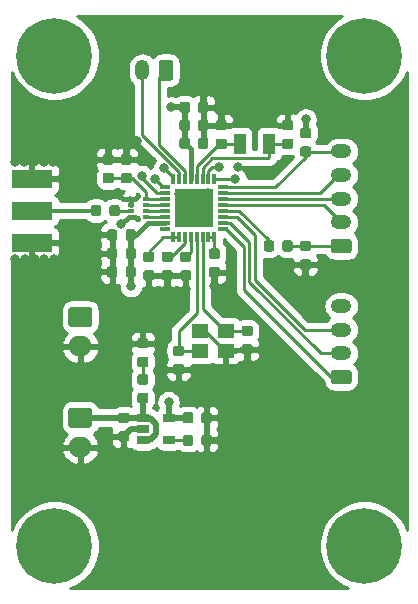
<source format=gtl>
G04 #@! TF.GenerationSoftware,KiCad,Pcbnew,(5.1.4)-1*
G04 #@! TF.CreationDate,2022-02-20T14:50:57-05:00*
G04 #@! TF.ProjectId,Telemetry PCB,54656c65-6d65-4747-9279-205043422e6b,rev?*
G04 #@! TF.SameCoordinates,Original*
G04 #@! TF.FileFunction,Copper,L1,Top*
G04 #@! TF.FilePolarity,Positive*
%FSLAX46Y46*%
G04 Gerber Fmt 4.6, Leading zero omitted, Abs format (unit mm)*
G04 Created by KiCad (PCBNEW (5.1.4)-1) date 2022-02-20 14:50:57*
%MOMM*%
%LPD*%
G04 APERTURE LIST*
%ADD10R,1.400000X1.200000*%
%ADD11R,3.251200X3.251200*%
%ADD12R,0.304800X0.812800*%
%ADD13R,0.812800X0.304800*%
%ADD14R,3.500000X1.500000*%
%ADD15R,0.400000X0.500000*%
%ADD16R,0.500000X0.300000*%
%ADD17R,1.000000X1.800000*%
%ADD18R,1.060000X0.650000*%
%ADD19C,0.100000*%
%ADD20C,0.875000*%
%ADD21O,2.000000X1.700000*%
%ADD22C,1.700000*%
%ADD23O,1.750000X1.200000*%
%ADD24C,1.200000*%
%ADD25O,1.200000X1.750000*%
%ADD26C,0.800000*%
%ADD27C,6.400000*%
%ADD28C,0.250000*%
%ADD29C,0.500000*%
%ADD30C,0.400000*%
%ADD31C,0.313741*%
%ADD32C,0.254000*%
G04 APERTURE END LIST*
D10*
X124070000Y-107300000D03*
X126270000Y-107300000D03*
X126270000Y-109000000D03*
X124070000Y-109000000D03*
D11*
X123540000Y-96890000D03*
D12*
X121787400Y-94426200D03*
X122295400Y-94426200D03*
X122778000Y-94426200D03*
X123286000Y-94426200D03*
X123794000Y-94426200D03*
X124302000Y-94426200D03*
X124784600Y-94426200D03*
X125292600Y-94426200D03*
D13*
X126003800Y-95137400D03*
X126003800Y-95645400D03*
X126003800Y-96128000D03*
X126003800Y-96636000D03*
X126003800Y-97144000D03*
X126003800Y-97652000D03*
X126003800Y-98134600D03*
X126003800Y-98642600D03*
D12*
X125292600Y-99353800D03*
X124784600Y-99353800D03*
X124302000Y-99353800D03*
X123794000Y-99353800D03*
X123286000Y-99353800D03*
X122778000Y-99353800D03*
X122295400Y-99353800D03*
X121787400Y-99353800D03*
D13*
X121076200Y-98642600D03*
X121076200Y-98134600D03*
X121076200Y-97652000D03*
X121076200Y-97144000D03*
X121076200Y-96636000D03*
X121076200Y-96128000D03*
X121076200Y-95645400D03*
X121076200Y-95137400D03*
D14*
X109840000Y-99830000D03*
X109840000Y-94430000D03*
X109840000Y-97130000D03*
D15*
X118845000Y-95880000D03*
X118845000Y-97880000D03*
D16*
X119470000Y-97630000D03*
X119470000Y-97130000D03*
X119470000Y-96630000D03*
X119470000Y-96130000D03*
X118220000Y-97630000D03*
X118220000Y-97130000D03*
X118220000Y-96630000D03*
X118220000Y-96130000D03*
D17*
X129950000Y-91470000D03*
X127450000Y-91470000D03*
D18*
X121440000Y-114670000D03*
X121440000Y-116570000D03*
X119240000Y-116570000D03*
X119240000Y-115620000D03*
X119240000Y-114670000D03*
D19*
G36*
X119517691Y-107918553D02*
G01*
X119538926Y-107921703D01*
X119559750Y-107926919D01*
X119579962Y-107934151D01*
X119599368Y-107943330D01*
X119617781Y-107954366D01*
X119635024Y-107967154D01*
X119650930Y-107981570D01*
X119665346Y-107997476D01*
X119678134Y-108014719D01*
X119689170Y-108033132D01*
X119698349Y-108052538D01*
X119705581Y-108072750D01*
X119710797Y-108093574D01*
X119713947Y-108114809D01*
X119715000Y-108136250D01*
X119715000Y-108573750D01*
X119713947Y-108595191D01*
X119710797Y-108616426D01*
X119705581Y-108637250D01*
X119698349Y-108657462D01*
X119689170Y-108676868D01*
X119678134Y-108695281D01*
X119665346Y-108712524D01*
X119650930Y-108728430D01*
X119635024Y-108742846D01*
X119617781Y-108755634D01*
X119599368Y-108766670D01*
X119579962Y-108775849D01*
X119559750Y-108783081D01*
X119538926Y-108788297D01*
X119517691Y-108791447D01*
X119496250Y-108792500D01*
X118983750Y-108792500D01*
X118962309Y-108791447D01*
X118941074Y-108788297D01*
X118920250Y-108783081D01*
X118900038Y-108775849D01*
X118880632Y-108766670D01*
X118862219Y-108755634D01*
X118844976Y-108742846D01*
X118829070Y-108728430D01*
X118814654Y-108712524D01*
X118801866Y-108695281D01*
X118790830Y-108676868D01*
X118781651Y-108657462D01*
X118774419Y-108637250D01*
X118769203Y-108616426D01*
X118766053Y-108595191D01*
X118765000Y-108573750D01*
X118765000Y-108136250D01*
X118766053Y-108114809D01*
X118769203Y-108093574D01*
X118774419Y-108072750D01*
X118781651Y-108052538D01*
X118790830Y-108033132D01*
X118801866Y-108014719D01*
X118814654Y-107997476D01*
X118829070Y-107981570D01*
X118844976Y-107967154D01*
X118862219Y-107954366D01*
X118880632Y-107943330D01*
X118900038Y-107934151D01*
X118920250Y-107926919D01*
X118941074Y-107921703D01*
X118962309Y-107918553D01*
X118983750Y-107917500D01*
X119496250Y-107917500D01*
X119517691Y-107918553D01*
X119517691Y-107918553D01*
G37*
D20*
X119240000Y-108355000D03*
D19*
G36*
X119517691Y-109493553D02*
G01*
X119538926Y-109496703D01*
X119559750Y-109501919D01*
X119579962Y-109509151D01*
X119599368Y-109518330D01*
X119617781Y-109529366D01*
X119635024Y-109542154D01*
X119650930Y-109556570D01*
X119665346Y-109572476D01*
X119678134Y-109589719D01*
X119689170Y-109608132D01*
X119698349Y-109627538D01*
X119705581Y-109647750D01*
X119710797Y-109668574D01*
X119713947Y-109689809D01*
X119715000Y-109711250D01*
X119715000Y-110148750D01*
X119713947Y-110170191D01*
X119710797Y-110191426D01*
X119705581Y-110212250D01*
X119698349Y-110232462D01*
X119689170Y-110251868D01*
X119678134Y-110270281D01*
X119665346Y-110287524D01*
X119650930Y-110303430D01*
X119635024Y-110317846D01*
X119617781Y-110330634D01*
X119599368Y-110341670D01*
X119579962Y-110350849D01*
X119559750Y-110358081D01*
X119538926Y-110363297D01*
X119517691Y-110366447D01*
X119496250Y-110367500D01*
X118983750Y-110367500D01*
X118962309Y-110366447D01*
X118941074Y-110363297D01*
X118920250Y-110358081D01*
X118900038Y-110350849D01*
X118880632Y-110341670D01*
X118862219Y-110330634D01*
X118844976Y-110317846D01*
X118829070Y-110303430D01*
X118814654Y-110287524D01*
X118801866Y-110270281D01*
X118790830Y-110251868D01*
X118781651Y-110232462D01*
X118774419Y-110212250D01*
X118769203Y-110191426D01*
X118766053Y-110170191D01*
X118765000Y-110148750D01*
X118765000Y-109711250D01*
X118766053Y-109689809D01*
X118769203Y-109668574D01*
X118774419Y-109647750D01*
X118781651Y-109627538D01*
X118790830Y-109608132D01*
X118801866Y-109589719D01*
X118814654Y-109572476D01*
X118829070Y-109556570D01*
X118844976Y-109542154D01*
X118862219Y-109529366D01*
X118880632Y-109518330D01*
X118900038Y-109509151D01*
X118920250Y-109501919D01*
X118941074Y-109496703D01*
X118962309Y-109493553D01*
X118983750Y-109492500D01*
X119496250Y-109492500D01*
X119517691Y-109493553D01*
X119517691Y-109493553D01*
G37*
D20*
X119240000Y-109930000D03*
D19*
G36*
X131730191Y-99646053D02*
G01*
X131751426Y-99649203D01*
X131772250Y-99654419D01*
X131792462Y-99661651D01*
X131811868Y-99670830D01*
X131830281Y-99681866D01*
X131847524Y-99694654D01*
X131863430Y-99709070D01*
X131877846Y-99724976D01*
X131890634Y-99742219D01*
X131901670Y-99760632D01*
X131910849Y-99780038D01*
X131918081Y-99800250D01*
X131923297Y-99821074D01*
X131926447Y-99842309D01*
X131927500Y-99863750D01*
X131927500Y-100376250D01*
X131926447Y-100397691D01*
X131923297Y-100418926D01*
X131918081Y-100439750D01*
X131910849Y-100459962D01*
X131901670Y-100479368D01*
X131890634Y-100497781D01*
X131877846Y-100515024D01*
X131863430Y-100530930D01*
X131847524Y-100545346D01*
X131830281Y-100558134D01*
X131811868Y-100569170D01*
X131792462Y-100578349D01*
X131772250Y-100585581D01*
X131751426Y-100590797D01*
X131730191Y-100593947D01*
X131708750Y-100595000D01*
X131271250Y-100595000D01*
X131249809Y-100593947D01*
X131228574Y-100590797D01*
X131207750Y-100585581D01*
X131187538Y-100578349D01*
X131168132Y-100569170D01*
X131149719Y-100558134D01*
X131132476Y-100545346D01*
X131116570Y-100530930D01*
X131102154Y-100515024D01*
X131089366Y-100497781D01*
X131078330Y-100479368D01*
X131069151Y-100459962D01*
X131061919Y-100439750D01*
X131056703Y-100418926D01*
X131053553Y-100397691D01*
X131052500Y-100376250D01*
X131052500Y-99863750D01*
X131053553Y-99842309D01*
X131056703Y-99821074D01*
X131061919Y-99800250D01*
X131069151Y-99780038D01*
X131078330Y-99760632D01*
X131089366Y-99742219D01*
X131102154Y-99724976D01*
X131116570Y-99709070D01*
X131132476Y-99694654D01*
X131149719Y-99681866D01*
X131168132Y-99670830D01*
X131187538Y-99661651D01*
X131207750Y-99654419D01*
X131228574Y-99649203D01*
X131249809Y-99646053D01*
X131271250Y-99645000D01*
X131708750Y-99645000D01*
X131730191Y-99646053D01*
X131730191Y-99646053D01*
G37*
D20*
X131490000Y-100120000D03*
D19*
G36*
X130155191Y-99646053D02*
G01*
X130176426Y-99649203D01*
X130197250Y-99654419D01*
X130217462Y-99661651D01*
X130236868Y-99670830D01*
X130255281Y-99681866D01*
X130272524Y-99694654D01*
X130288430Y-99709070D01*
X130302846Y-99724976D01*
X130315634Y-99742219D01*
X130326670Y-99760632D01*
X130335849Y-99780038D01*
X130343081Y-99800250D01*
X130348297Y-99821074D01*
X130351447Y-99842309D01*
X130352500Y-99863750D01*
X130352500Y-100376250D01*
X130351447Y-100397691D01*
X130348297Y-100418926D01*
X130343081Y-100439750D01*
X130335849Y-100459962D01*
X130326670Y-100479368D01*
X130315634Y-100497781D01*
X130302846Y-100515024D01*
X130288430Y-100530930D01*
X130272524Y-100545346D01*
X130255281Y-100558134D01*
X130236868Y-100569170D01*
X130217462Y-100578349D01*
X130197250Y-100585581D01*
X130176426Y-100590797D01*
X130155191Y-100593947D01*
X130133750Y-100595000D01*
X129696250Y-100595000D01*
X129674809Y-100593947D01*
X129653574Y-100590797D01*
X129632750Y-100585581D01*
X129612538Y-100578349D01*
X129593132Y-100569170D01*
X129574719Y-100558134D01*
X129557476Y-100545346D01*
X129541570Y-100530930D01*
X129527154Y-100515024D01*
X129514366Y-100497781D01*
X129503330Y-100479368D01*
X129494151Y-100459962D01*
X129486919Y-100439750D01*
X129481703Y-100418926D01*
X129478553Y-100397691D01*
X129477500Y-100376250D01*
X129477500Y-99863750D01*
X129478553Y-99842309D01*
X129481703Y-99821074D01*
X129486919Y-99800250D01*
X129494151Y-99780038D01*
X129503330Y-99760632D01*
X129514366Y-99742219D01*
X129527154Y-99724976D01*
X129541570Y-99709070D01*
X129557476Y-99694654D01*
X129574719Y-99681866D01*
X129593132Y-99670830D01*
X129612538Y-99661651D01*
X129632750Y-99654419D01*
X129653574Y-99649203D01*
X129674809Y-99646053D01*
X129696250Y-99645000D01*
X130133750Y-99645000D01*
X130155191Y-99646053D01*
X130155191Y-99646053D01*
G37*
D20*
X129915000Y-100120000D03*
D19*
G36*
X133307691Y-90113553D02*
G01*
X133328926Y-90116703D01*
X133349750Y-90121919D01*
X133369962Y-90129151D01*
X133389368Y-90138330D01*
X133407781Y-90149366D01*
X133425024Y-90162154D01*
X133440930Y-90176570D01*
X133455346Y-90192476D01*
X133468134Y-90209719D01*
X133479170Y-90228132D01*
X133488349Y-90247538D01*
X133495581Y-90267750D01*
X133500797Y-90288574D01*
X133503947Y-90309809D01*
X133505000Y-90331250D01*
X133505000Y-90768750D01*
X133503947Y-90790191D01*
X133500797Y-90811426D01*
X133495581Y-90832250D01*
X133488349Y-90852462D01*
X133479170Y-90871868D01*
X133468134Y-90890281D01*
X133455346Y-90907524D01*
X133440930Y-90923430D01*
X133425024Y-90937846D01*
X133407781Y-90950634D01*
X133389368Y-90961670D01*
X133369962Y-90970849D01*
X133349750Y-90978081D01*
X133328926Y-90983297D01*
X133307691Y-90986447D01*
X133286250Y-90987500D01*
X132773750Y-90987500D01*
X132752309Y-90986447D01*
X132731074Y-90983297D01*
X132710250Y-90978081D01*
X132690038Y-90970849D01*
X132670632Y-90961670D01*
X132652219Y-90950634D01*
X132634976Y-90937846D01*
X132619070Y-90923430D01*
X132604654Y-90907524D01*
X132591866Y-90890281D01*
X132580830Y-90871868D01*
X132571651Y-90852462D01*
X132564419Y-90832250D01*
X132559203Y-90811426D01*
X132556053Y-90790191D01*
X132555000Y-90768750D01*
X132555000Y-90331250D01*
X132556053Y-90309809D01*
X132559203Y-90288574D01*
X132564419Y-90267750D01*
X132571651Y-90247538D01*
X132580830Y-90228132D01*
X132591866Y-90209719D01*
X132604654Y-90192476D01*
X132619070Y-90176570D01*
X132634976Y-90162154D01*
X132652219Y-90149366D01*
X132670632Y-90138330D01*
X132690038Y-90129151D01*
X132710250Y-90121919D01*
X132731074Y-90116703D01*
X132752309Y-90113553D01*
X132773750Y-90112500D01*
X133286250Y-90112500D01*
X133307691Y-90113553D01*
X133307691Y-90113553D01*
G37*
D20*
X133030000Y-90550000D03*
D19*
G36*
X133307691Y-91688553D02*
G01*
X133328926Y-91691703D01*
X133349750Y-91696919D01*
X133369962Y-91704151D01*
X133389368Y-91713330D01*
X133407781Y-91724366D01*
X133425024Y-91737154D01*
X133440930Y-91751570D01*
X133455346Y-91767476D01*
X133468134Y-91784719D01*
X133479170Y-91803132D01*
X133488349Y-91822538D01*
X133495581Y-91842750D01*
X133500797Y-91863574D01*
X133503947Y-91884809D01*
X133505000Y-91906250D01*
X133505000Y-92343750D01*
X133503947Y-92365191D01*
X133500797Y-92386426D01*
X133495581Y-92407250D01*
X133488349Y-92427462D01*
X133479170Y-92446868D01*
X133468134Y-92465281D01*
X133455346Y-92482524D01*
X133440930Y-92498430D01*
X133425024Y-92512846D01*
X133407781Y-92525634D01*
X133389368Y-92536670D01*
X133369962Y-92545849D01*
X133349750Y-92553081D01*
X133328926Y-92558297D01*
X133307691Y-92561447D01*
X133286250Y-92562500D01*
X132773750Y-92562500D01*
X132752309Y-92561447D01*
X132731074Y-92558297D01*
X132710250Y-92553081D01*
X132690038Y-92545849D01*
X132670632Y-92536670D01*
X132652219Y-92525634D01*
X132634976Y-92512846D01*
X132619070Y-92498430D01*
X132604654Y-92482524D01*
X132591866Y-92465281D01*
X132580830Y-92446868D01*
X132571651Y-92427462D01*
X132564419Y-92407250D01*
X132559203Y-92386426D01*
X132556053Y-92365191D01*
X132555000Y-92343750D01*
X132555000Y-91906250D01*
X132556053Y-91884809D01*
X132559203Y-91863574D01*
X132564419Y-91842750D01*
X132571651Y-91822538D01*
X132580830Y-91803132D01*
X132591866Y-91784719D01*
X132604654Y-91767476D01*
X132619070Y-91751570D01*
X132634976Y-91737154D01*
X132652219Y-91724366D01*
X132670632Y-91713330D01*
X132690038Y-91704151D01*
X132710250Y-91696919D01*
X132731074Y-91691703D01*
X132752309Y-91688553D01*
X132773750Y-91687500D01*
X133286250Y-91687500D01*
X133307691Y-91688553D01*
X133307691Y-91688553D01*
G37*
D20*
X133030000Y-92125000D03*
D21*
X113940000Y-108630000D03*
D19*
G36*
X114714504Y-105281204D02*
G01*
X114738773Y-105284804D01*
X114762571Y-105290765D01*
X114785671Y-105299030D01*
X114807849Y-105309520D01*
X114828893Y-105322133D01*
X114848598Y-105336747D01*
X114866777Y-105353223D01*
X114883253Y-105371402D01*
X114897867Y-105391107D01*
X114910480Y-105412151D01*
X114920970Y-105434329D01*
X114929235Y-105457429D01*
X114935196Y-105481227D01*
X114938796Y-105505496D01*
X114940000Y-105530000D01*
X114940000Y-106730000D01*
X114938796Y-106754504D01*
X114935196Y-106778773D01*
X114929235Y-106802571D01*
X114920970Y-106825671D01*
X114910480Y-106847849D01*
X114897867Y-106868893D01*
X114883253Y-106888598D01*
X114866777Y-106906777D01*
X114848598Y-106923253D01*
X114828893Y-106937867D01*
X114807849Y-106950480D01*
X114785671Y-106960970D01*
X114762571Y-106969235D01*
X114738773Y-106975196D01*
X114714504Y-106978796D01*
X114690000Y-106980000D01*
X113190000Y-106980000D01*
X113165496Y-106978796D01*
X113141227Y-106975196D01*
X113117429Y-106969235D01*
X113094329Y-106960970D01*
X113072151Y-106950480D01*
X113051107Y-106937867D01*
X113031402Y-106923253D01*
X113013223Y-106906777D01*
X112996747Y-106888598D01*
X112982133Y-106868893D01*
X112969520Y-106847849D01*
X112959030Y-106825671D01*
X112950765Y-106802571D01*
X112944804Y-106778773D01*
X112941204Y-106754504D01*
X112940000Y-106730000D01*
X112940000Y-105530000D01*
X112941204Y-105505496D01*
X112944804Y-105481227D01*
X112950765Y-105457429D01*
X112959030Y-105434329D01*
X112969520Y-105412151D01*
X112982133Y-105391107D01*
X112996747Y-105371402D01*
X113013223Y-105353223D01*
X113031402Y-105336747D01*
X113051107Y-105322133D01*
X113072151Y-105309520D01*
X113094329Y-105299030D01*
X113117429Y-105290765D01*
X113141227Y-105284804D01*
X113165496Y-105281204D01*
X113190000Y-105280000D01*
X114690000Y-105280000D01*
X114714504Y-105281204D01*
X114714504Y-105281204D01*
G37*
D22*
X113940000Y-106130000D03*
D21*
X113930000Y-117160000D03*
D19*
G36*
X114704504Y-113811204D02*
G01*
X114728773Y-113814804D01*
X114752571Y-113820765D01*
X114775671Y-113829030D01*
X114797849Y-113839520D01*
X114818893Y-113852133D01*
X114838598Y-113866747D01*
X114856777Y-113883223D01*
X114873253Y-113901402D01*
X114887867Y-113921107D01*
X114900480Y-113942151D01*
X114910970Y-113964329D01*
X114919235Y-113987429D01*
X114925196Y-114011227D01*
X114928796Y-114035496D01*
X114930000Y-114060000D01*
X114930000Y-115260000D01*
X114928796Y-115284504D01*
X114925196Y-115308773D01*
X114919235Y-115332571D01*
X114910970Y-115355671D01*
X114900480Y-115377849D01*
X114887867Y-115398893D01*
X114873253Y-115418598D01*
X114856777Y-115436777D01*
X114838598Y-115453253D01*
X114818893Y-115467867D01*
X114797849Y-115480480D01*
X114775671Y-115490970D01*
X114752571Y-115499235D01*
X114728773Y-115505196D01*
X114704504Y-115508796D01*
X114680000Y-115510000D01*
X113180000Y-115510000D01*
X113155496Y-115508796D01*
X113131227Y-115505196D01*
X113107429Y-115499235D01*
X113084329Y-115490970D01*
X113062151Y-115480480D01*
X113041107Y-115467867D01*
X113021402Y-115453253D01*
X113003223Y-115436777D01*
X112986747Y-115418598D01*
X112972133Y-115398893D01*
X112959520Y-115377849D01*
X112949030Y-115355671D01*
X112940765Y-115332571D01*
X112934804Y-115308773D01*
X112931204Y-115284504D01*
X112930000Y-115260000D01*
X112930000Y-114060000D01*
X112931204Y-114035496D01*
X112934804Y-114011227D01*
X112940765Y-113987429D01*
X112949030Y-113964329D01*
X112959520Y-113942151D01*
X112972133Y-113921107D01*
X112986747Y-113901402D01*
X113003223Y-113883223D01*
X113021402Y-113866747D01*
X113041107Y-113852133D01*
X113062151Y-113839520D01*
X113084329Y-113829030D01*
X113107429Y-113820765D01*
X113131227Y-113814804D01*
X113155496Y-113811204D01*
X113180000Y-113810000D01*
X114680000Y-113810000D01*
X114704504Y-113811204D01*
X114704504Y-113811204D01*
G37*
D22*
X113930000Y-114660000D03*
D23*
X136040000Y-105210000D03*
X136040000Y-107210000D03*
X136040000Y-109210000D03*
D19*
G36*
X136689505Y-110611204D02*
G01*
X136713773Y-110614804D01*
X136737572Y-110620765D01*
X136760671Y-110629030D01*
X136782850Y-110639520D01*
X136803893Y-110652132D01*
X136823599Y-110666747D01*
X136841777Y-110683223D01*
X136858253Y-110701401D01*
X136872868Y-110721107D01*
X136885480Y-110742150D01*
X136895970Y-110764329D01*
X136904235Y-110787428D01*
X136910196Y-110811227D01*
X136913796Y-110835495D01*
X136915000Y-110859999D01*
X136915000Y-111560001D01*
X136913796Y-111584505D01*
X136910196Y-111608773D01*
X136904235Y-111632572D01*
X136895970Y-111655671D01*
X136885480Y-111677850D01*
X136872868Y-111698893D01*
X136858253Y-111718599D01*
X136841777Y-111736777D01*
X136823599Y-111753253D01*
X136803893Y-111767868D01*
X136782850Y-111780480D01*
X136760671Y-111790970D01*
X136737572Y-111799235D01*
X136713773Y-111805196D01*
X136689505Y-111808796D01*
X136665001Y-111810000D01*
X135414999Y-111810000D01*
X135390495Y-111808796D01*
X135366227Y-111805196D01*
X135342428Y-111799235D01*
X135319329Y-111790970D01*
X135297150Y-111780480D01*
X135276107Y-111767868D01*
X135256401Y-111753253D01*
X135238223Y-111736777D01*
X135221747Y-111718599D01*
X135207132Y-111698893D01*
X135194520Y-111677850D01*
X135184030Y-111655671D01*
X135175765Y-111632572D01*
X135169804Y-111608773D01*
X135166204Y-111584505D01*
X135165000Y-111560001D01*
X135165000Y-110859999D01*
X135166204Y-110835495D01*
X135169804Y-110811227D01*
X135175765Y-110787428D01*
X135184030Y-110764329D01*
X135194520Y-110742150D01*
X135207132Y-110721107D01*
X135221747Y-110701401D01*
X135238223Y-110683223D01*
X135256401Y-110666747D01*
X135276107Y-110652132D01*
X135297150Y-110639520D01*
X135319329Y-110629030D01*
X135342428Y-110620765D01*
X135366227Y-110614804D01*
X135390495Y-110611204D01*
X135414999Y-110610000D01*
X136665001Y-110610000D01*
X136689505Y-110611204D01*
X136689505Y-110611204D01*
G37*
D24*
X136040000Y-111210000D03*
D23*
X136050000Y-92120000D03*
X136050000Y-94120000D03*
X136050000Y-96120000D03*
X136050000Y-98120000D03*
D19*
G36*
X136699505Y-99521204D02*
G01*
X136723773Y-99524804D01*
X136747572Y-99530765D01*
X136770671Y-99539030D01*
X136792850Y-99549520D01*
X136813893Y-99562132D01*
X136833599Y-99576747D01*
X136851777Y-99593223D01*
X136868253Y-99611401D01*
X136882868Y-99631107D01*
X136895480Y-99652150D01*
X136905970Y-99674329D01*
X136914235Y-99697428D01*
X136920196Y-99721227D01*
X136923796Y-99745495D01*
X136925000Y-99769999D01*
X136925000Y-100470001D01*
X136923796Y-100494505D01*
X136920196Y-100518773D01*
X136914235Y-100542572D01*
X136905970Y-100565671D01*
X136895480Y-100587850D01*
X136882868Y-100608893D01*
X136868253Y-100628599D01*
X136851777Y-100646777D01*
X136833599Y-100663253D01*
X136813893Y-100677868D01*
X136792850Y-100690480D01*
X136770671Y-100700970D01*
X136747572Y-100709235D01*
X136723773Y-100715196D01*
X136699505Y-100718796D01*
X136675001Y-100720000D01*
X135424999Y-100720000D01*
X135400495Y-100718796D01*
X135376227Y-100715196D01*
X135352428Y-100709235D01*
X135329329Y-100700970D01*
X135307150Y-100690480D01*
X135286107Y-100677868D01*
X135266401Y-100663253D01*
X135248223Y-100646777D01*
X135231747Y-100628599D01*
X135217132Y-100608893D01*
X135204520Y-100587850D01*
X135194030Y-100565671D01*
X135185765Y-100542572D01*
X135179804Y-100518773D01*
X135176204Y-100494505D01*
X135175000Y-100470001D01*
X135175000Y-99769999D01*
X135176204Y-99745495D01*
X135179804Y-99721227D01*
X135185765Y-99697428D01*
X135194030Y-99674329D01*
X135204520Y-99652150D01*
X135217132Y-99631107D01*
X135231747Y-99611401D01*
X135248223Y-99593223D01*
X135266401Y-99576747D01*
X135286107Y-99562132D01*
X135307150Y-99549520D01*
X135329329Y-99539030D01*
X135352428Y-99530765D01*
X135376227Y-99524804D01*
X135400495Y-99521204D01*
X135424999Y-99520000D01*
X136675001Y-99520000D01*
X136699505Y-99521204D01*
X136699505Y-99521204D01*
G37*
D24*
X136050000Y-100120000D03*
D25*
X119200000Y-85250000D03*
D19*
G36*
X121574505Y-84376204D02*
G01*
X121598773Y-84379804D01*
X121622572Y-84385765D01*
X121645671Y-84394030D01*
X121667850Y-84404520D01*
X121688893Y-84417132D01*
X121708599Y-84431747D01*
X121726777Y-84448223D01*
X121743253Y-84466401D01*
X121757868Y-84486107D01*
X121770480Y-84507150D01*
X121780970Y-84529329D01*
X121789235Y-84552428D01*
X121795196Y-84576227D01*
X121798796Y-84600495D01*
X121800000Y-84624999D01*
X121800000Y-85875001D01*
X121798796Y-85899505D01*
X121795196Y-85923773D01*
X121789235Y-85947572D01*
X121780970Y-85970671D01*
X121770480Y-85992850D01*
X121757868Y-86013893D01*
X121743253Y-86033599D01*
X121726777Y-86051777D01*
X121708599Y-86068253D01*
X121688893Y-86082868D01*
X121667850Y-86095480D01*
X121645671Y-86105970D01*
X121622572Y-86114235D01*
X121598773Y-86120196D01*
X121574505Y-86123796D01*
X121550001Y-86125000D01*
X120849999Y-86125000D01*
X120825495Y-86123796D01*
X120801227Y-86120196D01*
X120777428Y-86114235D01*
X120754329Y-86105970D01*
X120732150Y-86095480D01*
X120711107Y-86082868D01*
X120691401Y-86068253D01*
X120673223Y-86051777D01*
X120656747Y-86033599D01*
X120642132Y-86013893D01*
X120629520Y-85992850D01*
X120619030Y-85970671D01*
X120610765Y-85947572D01*
X120604804Y-85923773D01*
X120601204Y-85899505D01*
X120600000Y-85875001D01*
X120600000Y-84624999D01*
X120601204Y-84600495D01*
X120604804Y-84576227D01*
X120610765Y-84552428D01*
X120619030Y-84529329D01*
X120629520Y-84507150D01*
X120642132Y-84486107D01*
X120656747Y-84466401D01*
X120673223Y-84448223D01*
X120691401Y-84431747D01*
X120711107Y-84417132D01*
X120732150Y-84404520D01*
X120754329Y-84394030D01*
X120777428Y-84385765D01*
X120801227Y-84379804D01*
X120825495Y-84376204D01*
X120849999Y-84375000D01*
X121550001Y-84375000D01*
X121574505Y-84376204D01*
X121574505Y-84376204D01*
G37*
D24*
X121200000Y-85250000D03*
D26*
X139697056Y-123802944D03*
X138000000Y-123100000D03*
X136302944Y-123802944D03*
X135600000Y-125500000D03*
X136302944Y-127197056D03*
X138000000Y-127900000D03*
X139697056Y-127197056D03*
X140400000Y-125500000D03*
D27*
X138000000Y-125500000D03*
D26*
X113447056Y-123802944D03*
X111750000Y-123100000D03*
X110052944Y-123802944D03*
X109350000Y-125500000D03*
X110052944Y-127197056D03*
X111750000Y-127900000D03*
X113447056Y-127197056D03*
X114150000Y-125500000D03*
D27*
X111750000Y-125500000D03*
D26*
X139697056Y-82302944D03*
X138000000Y-81600000D03*
X136302944Y-82302944D03*
X135600000Y-84000000D03*
X136302944Y-85697056D03*
X138000000Y-86400000D03*
X139697056Y-85697056D03*
X140400000Y-84000000D03*
D27*
X138000000Y-84000000D03*
D26*
X113447056Y-82302944D03*
X111750000Y-81600000D03*
X110052944Y-82302944D03*
X109350000Y-84000000D03*
X110052944Y-85697056D03*
X111750000Y-86400000D03*
X113447056Y-85697056D03*
X114150000Y-84000000D03*
D27*
X111750000Y-84000000D03*
D19*
G36*
X119517691Y-112563553D02*
G01*
X119538926Y-112566703D01*
X119559750Y-112571919D01*
X119579962Y-112579151D01*
X119599368Y-112588330D01*
X119617781Y-112599366D01*
X119635024Y-112612154D01*
X119650930Y-112626570D01*
X119665346Y-112642476D01*
X119678134Y-112659719D01*
X119689170Y-112678132D01*
X119698349Y-112697538D01*
X119705581Y-112717750D01*
X119710797Y-112738574D01*
X119713947Y-112759809D01*
X119715000Y-112781250D01*
X119715000Y-113218750D01*
X119713947Y-113240191D01*
X119710797Y-113261426D01*
X119705581Y-113282250D01*
X119698349Y-113302462D01*
X119689170Y-113321868D01*
X119678134Y-113340281D01*
X119665346Y-113357524D01*
X119650930Y-113373430D01*
X119635024Y-113387846D01*
X119617781Y-113400634D01*
X119599368Y-113411670D01*
X119579962Y-113420849D01*
X119559750Y-113428081D01*
X119538926Y-113433297D01*
X119517691Y-113436447D01*
X119496250Y-113437500D01*
X118983750Y-113437500D01*
X118962309Y-113436447D01*
X118941074Y-113433297D01*
X118920250Y-113428081D01*
X118900038Y-113420849D01*
X118880632Y-113411670D01*
X118862219Y-113400634D01*
X118844976Y-113387846D01*
X118829070Y-113373430D01*
X118814654Y-113357524D01*
X118801866Y-113340281D01*
X118790830Y-113321868D01*
X118781651Y-113302462D01*
X118774419Y-113282250D01*
X118769203Y-113261426D01*
X118766053Y-113240191D01*
X118765000Y-113218750D01*
X118765000Y-112781250D01*
X118766053Y-112759809D01*
X118769203Y-112738574D01*
X118774419Y-112717750D01*
X118781651Y-112697538D01*
X118790830Y-112678132D01*
X118801866Y-112659719D01*
X118814654Y-112642476D01*
X118829070Y-112626570D01*
X118844976Y-112612154D01*
X118862219Y-112599366D01*
X118880632Y-112588330D01*
X118900038Y-112579151D01*
X118920250Y-112571919D01*
X118941074Y-112566703D01*
X118962309Y-112563553D01*
X118983750Y-112562500D01*
X119496250Y-112562500D01*
X119517691Y-112563553D01*
X119517691Y-112563553D01*
G37*
D20*
X119240000Y-113000000D03*
D19*
G36*
X119517691Y-110988553D02*
G01*
X119538926Y-110991703D01*
X119559750Y-110996919D01*
X119579962Y-111004151D01*
X119599368Y-111013330D01*
X119617781Y-111024366D01*
X119635024Y-111037154D01*
X119650930Y-111051570D01*
X119665346Y-111067476D01*
X119678134Y-111084719D01*
X119689170Y-111103132D01*
X119698349Y-111122538D01*
X119705581Y-111142750D01*
X119710797Y-111163574D01*
X119713947Y-111184809D01*
X119715000Y-111206250D01*
X119715000Y-111643750D01*
X119713947Y-111665191D01*
X119710797Y-111686426D01*
X119705581Y-111707250D01*
X119698349Y-111727462D01*
X119689170Y-111746868D01*
X119678134Y-111765281D01*
X119665346Y-111782524D01*
X119650930Y-111798430D01*
X119635024Y-111812846D01*
X119617781Y-111825634D01*
X119599368Y-111836670D01*
X119579962Y-111845849D01*
X119559750Y-111853081D01*
X119538926Y-111858297D01*
X119517691Y-111861447D01*
X119496250Y-111862500D01*
X118983750Y-111862500D01*
X118962309Y-111861447D01*
X118941074Y-111858297D01*
X118920250Y-111853081D01*
X118900038Y-111845849D01*
X118880632Y-111836670D01*
X118862219Y-111825634D01*
X118844976Y-111812846D01*
X118829070Y-111798430D01*
X118814654Y-111782524D01*
X118801866Y-111765281D01*
X118790830Y-111746868D01*
X118781651Y-111727462D01*
X118774419Y-111707250D01*
X118769203Y-111686426D01*
X118766053Y-111665191D01*
X118765000Y-111643750D01*
X118765000Y-111206250D01*
X118766053Y-111184809D01*
X118769203Y-111163574D01*
X118774419Y-111142750D01*
X118781651Y-111122538D01*
X118790830Y-111103132D01*
X118801866Y-111084719D01*
X118814654Y-111067476D01*
X118829070Y-111051570D01*
X118844976Y-111037154D01*
X118862219Y-111024366D01*
X118880632Y-111013330D01*
X118900038Y-111004151D01*
X118920250Y-110996919D01*
X118941074Y-110991703D01*
X118962309Y-110988553D01*
X118983750Y-110987500D01*
X119496250Y-110987500D01*
X119517691Y-110988553D01*
X119517691Y-110988553D01*
G37*
D20*
X119240000Y-111425000D03*
D19*
G36*
X124875191Y-114196053D02*
G01*
X124896426Y-114199203D01*
X124917250Y-114204419D01*
X124937462Y-114211651D01*
X124956868Y-114220830D01*
X124975281Y-114231866D01*
X124992524Y-114244654D01*
X125008430Y-114259070D01*
X125022846Y-114274976D01*
X125035634Y-114292219D01*
X125046670Y-114310632D01*
X125055849Y-114330038D01*
X125063081Y-114350250D01*
X125068297Y-114371074D01*
X125071447Y-114392309D01*
X125072500Y-114413750D01*
X125072500Y-114926250D01*
X125071447Y-114947691D01*
X125068297Y-114968926D01*
X125063081Y-114989750D01*
X125055849Y-115009962D01*
X125046670Y-115029368D01*
X125035634Y-115047781D01*
X125022846Y-115065024D01*
X125008430Y-115080930D01*
X124992524Y-115095346D01*
X124975281Y-115108134D01*
X124956868Y-115119170D01*
X124937462Y-115128349D01*
X124917250Y-115135581D01*
X124896426Y-115140797D01*
X124875191Y-115143947D01*
X124853750Y-115145000D01*
X124416250Y-115145000D01*
X124394809Y-115143947D01*
X124373574Y-115140797D01*
X124352750Y-115135581D01*
X124332538Y-115128349D01*
X124313132Y-115119170D01*
X124294719Y-115108134D01*
X124277476Y-115095346D01*
X124261570Y-115080930D01*
X124247154Y-115065024D01*
X124234366Y-115047781D01*
X124223330Y-115029368D01*
X124214151Y-115009962D01*
X124206919Y-114989750D01*
X124201703Y-114968926D01*
X124198553Y-114947691D01*
X124197500Y-114926250D01*
X124197500Y-114413750D01*
X124198553Y-114392309D01*
X124201703Y-114371074D01*
X124206919Y-114350250D01*
X124214151Y-114330038D01*
X124223330Y-114310632D01*
X124234366Y-114292219D01*
X124247154Y-114274976D01*
X124261570Y-114259070D01*
X124277476Y-114244654D01*
X124294719Y-114231866D01*
X124313132Y-114220830D01*
X124332538Y-114211651D01*
X124352750Y-114204419D01*
X124373574Y-114199203D01*
X124394809Y-114196053D01*
X124416250Y-114195000D01*
X124853750Y-114195000D01*
X124875191Y-114196053D01*
X124875191Y-114196053D01*
G37*
D20*
X124635000Y-114670000D03*
D19*
G36*
X123300191Y-114196053D02*
G01*
X123321426Y-114199203D01*
X123342250Y-114204419D01*
X123362462Y-114211651D01*
X123381868Y-114220830D01*
X123400281Y-114231866D01*
X123417524Y-114244654D01*
X123433430Y-114259070D01*
X123447846Y-114274976D01*
X123460634Y-114292219D01*
X123471670Y-114310632D01*
X123480849Y-114330038D01*
X123488081Y-114350250D01*
X123493297Y-114371074D01*
X123496447Y-114392309D01*
X123497500Y-114413750D01*
X123497500Y-114926250D01*
X123496447Y-114947691D01*
X123493297Y-114968926D01*
X123488081Y-114989750D01*
X123480849Y-115009962D01*
X123471670Y-115029368D01*
X123460634Y-115047781D01*
X123447846Y-115065024D01*
X123433430Y-115080930D01*
X123417524Y-115095346D01*
X123400281Y-115108134D01*
X123381868Y-115119170D01*
X123362462Y-115128349D01*
X123342250Y-115135581D01*
X123321426Y-115140797D01*
X123300191Y-115143947D01*
X123278750Y-115145000D01*
X122841250Y-115145000D01*
X122819809Y-115143947D01*
X122798574Y-115140797D01*
X122777750Y-115135581D01*
X122757538Y-115128349D01*
X122738132Y-115119170D01*
X122719719Y-115108134D01*
X122702476Y-115095346D01*
X122686570Y-115080930D01*
X122672154Y-115065024D01*
X122659366Y-115047781D01*
X122648330Y-115029368D01*
X122639151Y-115009962D01*
X122631919Y-114989750D01*
X122626703Y-114968926D01*
X122623553Y-114947691D01*
X122622500Y-114926250D01*
X122622500Y-114413750D01*
X122623553Y-114392309D01*
X122626703Y-114371074D01*
X122631919Y-114350250D01*
X122639151Y-114330038D01*
X122648330Y-114310632D01*
X122659366Y-114292219D01*
X122672154Y-114274976D01*
X122686570Y-114259070D01*
X122702476Y-114244654D01*
X122719719Y-114231866D01*
X122738132Y-114220830D01*
X122757538Y-114211651D01*
X122777750Y-114204419D01*
X122798574Y-114199203D01*
X122819809Y-114196053D01*
X122841250Y-114195000D01*
X123278750Y-114195000D01*
X123300191Y-114196053D01*
X123300191Y-114196053D01*
G37*
D20*
X123060000Y-114670000D03*
D19*
G36*
X124875191Y-116096053D02*
G01*
X124896426Y-116099203D01*
X124917250Y-116104419D01*
X124937462Y-116111651D01*
X124956868Y-116120830D01*
X124975281Y-116131866D01*
X124992524Y-116144654D01*
X125008430Y-116159070D01*
X125022846Y-116174976D01*
X125035634Y-116192219D01*
X125046670Y-116210632D01*
X125055849Y-116230038D01*
X125063081Y-116250250D01*
X125068297Y-116271074D01*
X125071447Y-116292309D01*
X125072500Y-116313750D01*
X125072500Y-116826250D01*
X125071447Y-116847691D01*
X125068297Y-116868926D01*
X125063081Y-116889750D01*
X125055849Y-116909962D01*
X125046670Y-116929368D01*
X125035634Y-116947781D01*
X125022846Y-116965024D01*
X125008430Y-116980930D01*
X124992524Y-116995346D01*
X124975281Y-117008134D01*
X124956868Y-117019170D01*
X124937462Y-117028349D01*
X124917250Y-117035581D01*
X124896426Y-117040797D01*
X124875191Y-117043947D01*
X124853750Y-117045000D01*
X124416250Y-117045000D01*
X124394809Y-117043947D01*
X124373574Y-117040797D01*
X124352750Y-117035581D01*
X124332538Y-117028349D01*
X124313132Y-117019170D01*
X124294719Y-117008134D01*
X124277476Y-116995346D01*
X124261570Y-116980930D01*
X124247154Y-116965024D01*
X124234366Y-116947781D01*
X124223330Y-116929368D01*
X124214151Y-116909962D01*
X124206919Y-116889750D01*
X124201703Y-116868926D01*
X124198553Y-116847691D01*
X124197500Y-116826250D01*
X124197500Y-116313750D01*
X124198553Y-116292309D01*
X124201703Y-116271074D01*
X124206919Y-116250250D01*
X124214151Y-116230038D01*
X124223330Y-116210632D01*
X124234366Y-116192219D01*
X124247154Y-116174976D01*
X124261570Y-116159070D01*
X124277476Y-116144654D01*
X124294719Y-116131866D01*
X124313132Y-116120830D01*
X124332538Y-116111651D01*
X124352750Y-116104419D01*
X124373574Y-116099203D01*
X124394809Y-116096053D01*
X124416250Y-116095000D01*
X124853750Y-116095000D01*
X124875191Y-116096053D01*
X124875191Y-116096053D01*
G37*
D20*
X124635000Y-116570000D03*
D19*
G36*
X123300191Y-116096053D02*
G01*
X123321426Y-116099203D01*
X123342250Y-116104419D01*
X123362462Y-116111651D01*
X123381868Y-116120830D01*
X123400281Y-116131866D01*
X123417524Y-116144654D01*
X123433430Y-116159070D01*
X123447846Y-116174976D01*
X123460634Y-116192219D01*
X123471670Y-116210632D01*
X123480849Y-116230038D01*
X123488081Y-116250250D01*
X123493297Y-116271074D01*
X123496447Y-116292309D01*
X123497500Y-116313750D01*
X123497500Y-116826250D01*
X123496447Y-116847691D01*
X123493297Y-116868926D01*
X123488081Y-116889750D01*
X123480849Y-116909962D01*
X123471670Y-116929368D01*
X123460634Y-116947781D01*
X123447846Y-116965024D01*
X123433430Y-116980930D01*
X123417524Y-116995346D01*
X123400281Y-117008134D01*
X123381868Y-117019170D01*
X123362462Y-117028349D01*
X123342250Y-117035581D01*
X123321426Y-117040797D01*
X123300191Y-117043947D01*
X123278750Y-117045000D01*
X122841250Y-117045000D01*
X122819809Y-117043947D01*
X122798574Y-117040797D01*
X122777750Y-117035581D01*
X122757538Y-117028349D01*
X122738132Y-117019170D01*
X122719719Y-117008134D01*
X122702476Y-116995346D01*
X122686570Y-116980930D01*
X122672154Y-116965024D01*
X122659366Y-116947781D01*
X122648330Y-116929368D01*
X122639151Y-116909962D01*
X122631919Y-116889750D01*
X122626703Y-116868926D01*
X122623553Y-116847691D01*
X122622500Y-116826250D01*
X122622500Y-116313750D01*
X122623553Y-116292309D01*
X122626703Y-116271074D01*
X122631919Y-116250250D01*
X122639151Y-116230038D01*
X122648330Y-116210632D01*
X122659366Y-116192219D01*
X122672154Y-116174976D01*
X122686570Y-116159070D01*
X122702476Y-116144654D01*
X122719719Y-116131866D01*
X122738132Y-116120830D01*
X122757538Y-116111651D01*
X122777750Y-116104419D01*
X122798574Y-116099203D01*
X122819809Y-116096053D01*
X122841250Y-116095000D01*
X123278750Y-116095000D01*
X123300191Y-116096053D01*
X123300191Y-116096053D01*
G37*
D20*
X123060000Y-116570000D03*
D19*
G36*
X117897691Y-115808553D02*
G01*
X117918926Y-115811703D01*
X117939750Y-115816919D01*
X117959962Y-115824151D01*
X117979368Y-115833330D01*
X117997781Y-115844366D01*
X118015024Y-115857154D01*
X118030930Y-115871570D01*
X118045346Y-115887476D01*
X118058134Y-115904719D01*
X118069170Y-115923132D01*
X118078349Y-115942538D01*
X118085581Y-115962750D01*
X118090797Y-115983574D01*
X118093947Y-116004809D01*
X118095000Y-116026250D01*
X118095000Y-116463750D01*
X118093947Y-116485191D01*
X118090797Y-116506426D01*
X118085581Y-116527250D01*
X118078349Y-116547462D01*
X118069170Y-116566868D01*
X118058134Y-116585281D01*
X118045346Y-116602524D01*
X118030930Y-116618430D01*
X118015024Y-116632846D01*
X117997781Y-116645634D01*
X117979368Y-116656670D01*
X117959962Y-116665849D01*
X117939750Y-116673081D01*
X117918926Y-116678297D01*
X117897691Y-116681447D01*
X117876250Y-116682500D01*
X117363750Y-116682500D01*
X117342309Y-116681447D01*
X117321074Y-116678297D01*
X117300250Y-116673081D01*
X117280038Y-116665849D01*
X117260632Y-116656670D01*
X117242219Y-116645634D01*
X117224976Y-116632846D01*
X117209070Y-116618430D01*
X117194654Y-116602524D01*
X117181866Y-116585281D01*
X117170830Y-116566868D01*
X117161651Y-116547462D01*
X117154419Y-116527250D01*
X117149203Y-116506426D01*
X117146053Y-116485191D01*
X117145000Y-116463750D01*
X117145000Y-116026250D01*
X117146053Y-116004809D01*
X117149203Y-115983574D01*
X117154419Y-115962750D01*
X117161651Y-115942538D01*
X117170830Y-115923132D01*
X117181866Y-115904719D01*
X117194654Y-115887476D01*
X117209070Y-115871570D01*
X117224976Y-115857154D01*
X117242219Y-115844366D01*
X117260632Y-115833330D01*
X117280038Y-115824151D01*
X117300250Y-115816919D01*
X117321074Y-115811703D01*
X117342309Y-115808553D01*
X117363750Y-115807500D01*
X117876250Y-115807500D01*
X117897691Y-115808553D01*
X117897691Y-115808553D01*
G37*
D20*
X117620000Y-116245000D03*
D19*
G36*
X117897691Y-114233553D02*
G01*
X117918926Y-114236703D01*
X117939750Y-114241919D01*
X117959962Y-114249151D01*
X117979368Y-114258330D01*
X117997781Y-114269366D01*
X118015024Y-114282154D01*
X118030930Y-114296570D01*
X118045346Y-114312476D01*
X118058134Y-114329719D01*
X118069170Y-114348132D01*
X118078349Y-114367538D01*
X118085581Y-114387750D01*
X118090797Y-114408574D01*
X118093947Y-114429809D01*
X118095000Y-114451250D01*
X118095000Y-114888750D01*
X118093947Y-114910191D01*
X118090797Y-114931426D01*
X118085581Y-114952250D01*
X118078349Y-114972462D01*
X118069170Y-114991868D01*
X118058134Y-115010281D01*
X118045346Y-115027524D01*
X118030930Y-115043430D01*
X118015024Y-115057846D01*
X117997781Y-115070634D01*
X117979368Y-115081670D01*
X117959962Y-115090849D01*
X117939750Y-115098081D01*
X117918926Y-115103297D01*
X117897691Y-115106447D01*
X117876250Y-115107500D01*
X117363750Y-115107500D01*
X117342309Y-115106447D01*
X117321074Y-115103297D01*
X117300250Y-115098081D01*
X117280038Y-115090849D01*
X117260632Y-115081670D01*
X117242219Y-115070634D01*
X117224976Y-115057846D01*
X117209070Y-115043430D01*
X117194654Y-115027524D01*
X117181866Y-115010281D01*
X117170830Y-114991868D01*
X117161651Y-114972462D01*
X117154419Y-114952250D01*
X117149203Y-114931426D01*
X117146053Y-114910191D01*
X117145000Y-114888750D01*
X117145000Y-114451250D01*
X117146053Y-114429809D01*
X117149203Y-114408574D01*
X117154419Y-114387750D01*
X117161651Y-114367538D01*
X117170830Y-114348132D01*
X117181866Y-114329719D01*
X117194654Y-114312476D01*
X117209070Y-114296570D01*
X117224976Y-114282154D01*
X117242219Y-114269366D01*
X117260632Y-114258330D01*
X117280038Y-114249151D01*
X117300250Y-114241919D01*
X117321074Y-114236703D01*
X117342309Y-114233553D01*
X117363750Y-114232500D01*
X117876250Y-114232500D01*
X117897691Y-114233553D01*
X117897691Y-114233553D01*
G37*
D20*
X117620000Y-114670000D03*
D19*
G36*
X115515191Y-96656053D02*
G01*
X115536426Y-96659203D01*
X115557250Y-96664419D01*
X115577462Y-96671651D01*
X115596868Y-96680830D01*
X115615281Y-96691866D01*
X115632524Y-96704654D01*
X115648430Y-96719070D01*
X115662846Y-96734976D01*
X115675634Y-96752219D01*
X115686670Y-96770632D01*
X115695849Y-96790038D01*
X115703081Y-96810250D01*
X115708297Y-96831074D01*
X115711447Y-96852309D01*
X115712500Y-96873750D01*
X115712500Y-97386250D01*
X115711447Y-97407691D01*
X115708297Y-97428926D01*
X115703081Y-97449750D01*
X115695849Y-97469962D01*
X115686670Y-97489368D01*
X115675634Y-97507781D01*
X115662846Y-97525024D01*
X115648430Y-97540930D01*
X115632524Y-97555346D01*
X115615281Y-97568134D01*
X115596868Y-97579170D01*
X115577462Y-97588349D01*
X115557250Y-97595581D01*
X115536426Y-97600797D01*
X115515191Y-97603947D01*
X115493750Y-97605000D01*
X115056250Y-97605000D01*
X115034809Y-97603947D01*
X115013574Y-97600797D01*
X114992750Y-97595581D01*
X114972538Y-97588349D01*
X114953132Y-97579170D01*
X114934719Y-97568134D01*
X114917476Y-97555346D01*
X114901570Y-97540930D01*
X114887154Y-97525024D01*
X114874366Y-97507781D01*
X114863330Y-97489368D01*
X114854151Y-97469962D01*
X114846919Y-97449750D01*
X114841703Y-97428926D01*
X114838553Y-97407691D01*
X114837500Y-97386250D01*
X114837500Y-96873750D01*
X114838553Y-96852309D01*
X114841703Y-96831074D01*
X114846919Y-96810250D01*
X114854151Y-96790038D01*
X114863330Y-96770632D01*
X114874366Y-96752219D01*
X114887154Y-96734976D01*
X114901570Y-96719070D01*
X114917476Y-96704654D01*
X114934719Y-96691866D01*
X114953132Y-96680830D01*
X114972538Y-96671651D01*
X114992750Y-96664419D01*
X115013574Y-96659203D01*
X115034809Y-96656053D01*
X115056250Y-96655000D01*
X115493750Y-96655000D01*
X115515191Y-96656053D01*
X115515191Y-96656053D01*
G37*
D20*
X115275000Y-97130000D03*
D19*
G36*
X117090191Y-96656053D02*
G01*
X117111426Y-96659203D01*
X117132250Y-96664419D01*
X117152462Y-96671651D01*
X117171868Y-96680830D01*
X117190281Y-96691866D01*
X117207524Y-96704654D01*
X117223430Y-96719070D01*
X117237846Y-96734976D01*
X117250634Y-96752219D01*
X117261670Y-96770632D01*
X117270849Y-96790038D01*
X117278081Y-96810250D01*
X117283297Y-96831074D01*
X117286447Y-96852309D01*
X117287500Y-96873750D01*
X117287500Y-97386250D01*
X117286447Y-97407691D01*
X117283297Y-97428926D01*
X117278081Y-97449750D01*
X117270849Y-97469962D01*
X117261670Y-97489368D01*
X117250634Y-97507781D01*
X117237846Y-97525024D01*
X117223430Y-97540930D01*
X117207524Y-97555346D01*
X117190281Y-97568134D01*
X117171868Y-97579170D01*
X117152462Y-97588349D01*
X117132250Y-97595581D01*
X117111426Y-97600797D01*
X117090191Y-97603947D01*
X117068750Y-97605000D01*
X116631250Y-97605000D01*
X116609809Y-97603947D01*
X116588574Y-97600797D01*
X116567750Y-97595581D01*
X116547538Y-97588349D01*
X116528132Y-97579170D01*
X116509719Y-97568134D01*
X116492476Y-97555346D01*
X116476570Y-97540930D01*
X116462154Y-97525024D01*
X116449366Y-97507781D01*
X116438330Y-97489368D01*
X116429151Y-97469962D01*
X116421919Y-97449750D01*
X116416703Y-97428926D01*
X116413553Y-97407691D01*
X116412500Y-97386250D01*
X116412500Y-96873750D01*
X116413553Y-96852309D01*
X116416703Y-96831074D01*
X116421919Y-96810250D01*
X116429151Y-96790038D01*
X116438330Y-96770632D01*
X116449366Y-96752219D01*
X116462154Y-96734976D01*
X116476570Y-96719070D01*
X116492476Y-96704654D01*
X116509719Y-96691866D01*
X116528132Y-96680830D01*
X116547538Y-96671651D01*
X116567750Y-96664419D01*
X116588574Y-96659203D01*
X116609809Y-96656053D01*
X116631250Y-96655000D01*
X117068750Y-96655000D01*
X117090191Y-96656053D01*
X117090191Y-96656053D01*
G37*
D20*
X116850000Y-97130000D03*
D19*
G36*
X131787691Y-89458553D02*
G01*
X131808926Y-89461703D01*
X131829750Y-89466919D01*
X131849962Y-89474151D01*
X131869368Y-89483330D01*
X131887781Y-89494366D01*
X131905024Y-89507154D01*
X131920930Y-89521570D01*
X131935346Y-89537476D01*
X131948134Y-89554719D01*
X131959170Y-89573132D01*
X131968349Y-89592538D01*
X131975581Y-89612750D01*
X131980797Y-89633574D01*
X131983947Y-89654809D01*
X131985000Y-89676250D01*
X131985000Y-90113750D01*
X131983947Y-90135191D01*
X131980797Y-90156426D01*
X131975581Y-90177250D01*
X131968349Y-90197462D01*
X131959170Y-90216868D01*
X131948134Y-90235281D01*
X131935346Y-90252524D01*
X131920930Y-90268430D01*
X131905024Y-90282846D01*
X131887781Y-90295634D01*
X131869368Y-90306670D01*
X131849962Y-90315849D01*
X131829750Y-90323081D01*
X131808926Y-90328297D01*
X131787691Y-90331447D01*
X131766250Y-90332500D01*
X131253750Y-90332500D01*
X131232309Y-90331447D01*
X131211074Y-90328297D01*
X131190250Y-90323081D01*
X131170038Y-90315849D01*
X131150632Y-90306670D01*
X131132219Y-90295634D01*
X131114976Y-90282846D01*
X131099070Y-90268430D01*
X131084654Y-90252524D01*
X131071866Y-90235281D01*
X131060830Y-90216868D01*
X131051651Y-90197462D01*
X131044419Y-90177250D01*
X131039203Y-90156426D01*
X131036053Y-90135191D01*
X131035000Y-90113750D01*
X131035000Y-89676250D01*
X131036053Y-89654809D01*
X131039203Y-89633574D01*
X131044419Y-89612750D01*
X131051651Y-89592538D01*
X131060830Y-89573132D01*
X131071866Y-89554719D01*
X131084654Y-89537476D01*
X131099070Y-89521570D01*
X131114976Y-89507154D01*
X131132219Y-89494366D01*
X131150632Y-89483330D01*
X131170038Y-89474151D01*
X131190250Y-89466919D01*
X131211074Y-89461703D01*
X131232309Y-89458553D01*
X131253750Y-89457500D01*
X131766250Y-89457500D01*
X131787691Y-89458553D01*
X131787691Y-89458553D01*
G37*
D20*
X131510000Y-89895000D03*
D19*
G36*
X131787691Y-91033553D02*
G01*
X131808926Y-91036703D01*
X131829750Y-91041919D01*
X131849962Y-91049151D01*
X131869368Y-91058330D01*
X131887781Y-91069366D01*
X131905024Y-91082154D01*
X131920930Y-91096570D01*
X131935346Y-91112476D01*
X131948134Y-91129719D01*
X131959170Y-91148132D01*
X131968349Y-91167538D01*
X131975581Y-91187750D01*
X131980797Y-91208574D01*
X131983947Y-91229809D01*
X131985000Y-91251250D01*
X131985000Y-91688750D01*
X131983947Y-91710191D01*
X131980797Y-91731426D01*
X131975581Y-91752250D01*
X131968349Y-91772462D01*
X131959170Y-91791868D01*
X131948134Y-91810281D01*
X131935346Y-91827524D01*
X131920930Y-91843430D01*
X131905024Y-91857846D01*
X131887781Y-91870634D01*
X131869368Y-91881670D01*
X131849962Y-91890849D01*
X131829750Y-91898081D01*
X131808926Y-91903297D01*
X131787691Y-91906447D01*
X131766250Y-91907500D01*
X131253750Y-91907500D01*
X131232309Y-91906447D01*
X131211074Y-91903297D01*
X131190250Y-91898081D01*
X131170038Y-91890849D01*
X131150632Y-91881670D01*
X131132219Y-91870634D01*
X131114976Y-91857846D01*
X131099070Y-91843430D01*
X131084654Y-91827524D01*
X131071866Y-91810281D01*
X131060830Y-91791868D01*
X131051651Y-91772462D01*
X131044419Y-91752250D01*
X131039203Y-91731426D01*
X131036053Y-91710191D01*
X131035000Y-91688750D01*
X131035000Y-91251250D01*
X131036053Y-91229809D01*
X131039203Y-91208574D01*
X131044419Y-91187750D01*
X131051651Y-91167538D01*
X131060830Y-91148132D01*
X131071866Y-91129719D01*
X131084654Y-91112476D01*
X131099070Y-91096570D01*
X131114976Y-91082154D01*
X131132219Y-91069366D01*
X131150632Y-91058330D01*
X131170038Y-91049151D01*
X131190250Y-91041919D01*
X131211074Y-91036703D01*
X131232309Y-91033553D01*
X131253750Y-91032500D01*
X131766250Y-91032500D01*
X131787691Y-91033553D01*
X131787691Y-91033553D01*
G37*
D20*
X131510000Y-91470000D03*
D19*
G36*
X126147691Y-89458553D02*
G01*
X126168926Y-89461703D01*
X126189750Y-89466919D01*
X126209962Y-89474151D01*
X126229368Y-89483330D01*
X126247781Y-89494366D01*
X126265024Y-89507154D01*
X126280930Y-89521570D01*
X126295346Y-89537476D01*
X126308134Y-89554719D01*
X126319170Y-89573132D01*
X126328349Y-89592538D01*
X126335581Y-89612750D01*
X126340797Y-89633574D01*
X126343947Y-89654809D01*
X126345000Y-89676250D01*
X126345000Y-90113750D01*
X126343947Y-90135191D01*
X126340797Y-90156426D01*
X126335581Y-90177250D01*
X126328349Y-90197462D01*
X126319170Y-90216868D01*
X126308134Y-90235281D01*
X126295346Y-90252524D01*
X126280930Y-90268430D01*
X126265024Y-90282846D01*
X126247781Y-90295634D01*
X126229368Y-90306670D01*
X126209962Y-90315849D01*
X126189750Y-90323081D01*
X126168926Y-90328297D01*
X126147691Y-90331447D01*
X126126250Y-90332500D01*
X125613750Y-90332500D01*
X125592309Y-90331447D01*
X125571074Y-90328297D01*
X125550250Y-90323081D01*
X125530038Y-90315849D01*
X125510632Y-90306670D01*
X125492219Y-90295634D01*
X125474976Y-90282846D01*
X125459070Y-90268430D01*
X125444654Y-90252524D01*
X125431866Y-90235281D01*
X125420830Y-90216868D01*
X125411651Y-90197462D01*
X125404419Y-90177250D01*
X125399203Y-90156426D01*
X125396053Y-90135191D01*
X125395000Y-90113750D01*
X125395000Y-89676250D01*
X125396053Y-89654809D01*
X125399203Y-89633574D01*
X125404419Y-89612750D01*
X125411651Y-89592538D01*
X125420830Y-89573132D01*
X125431866Y-89554719D01*
X125444654Y-89537476D01*
X125459070Y-89521570D01*
X125474976Y-89507154D01*
X125492219Y-89494366D01*
X125510632Y-89483330D01*
X125530038Y-89474151D01*
X125550250Y-89466919D01*
X125571074Y-89461703D01*
X125592309Y-89458553D01*
X125613750Y-89457500D01*
X126126250Y-89457500D01*
X126147691Y-89458553D01*
X126147691Y-89458553D01*
G37*
D20*
X125870000Y-89895000D03*
D19*
G36*
X126147691Y-91033553D02*
G01*
X126168926Y-91036703D01*
X126189750Y-91041919D01*
X126209962Y-91049151D01*
X126229368Y-91058330D01*
X126247781Y-91069366D01*
X126265024Y-91082154D01*
X126280930Y-91096570D01*
X126295346Y-91112476D01*
X126308134Y-91129719D01*
X126319170Y-91148132D01*
X126328349Y-91167538D01*
X126335581Y-91187750D01*
X126340797Y-91208574D01*
X126343947Y-91229809D01*
X126345000Y-91251250D01*
X126345000Y-91688750D01*
X126343947Y-91710191D01*
X126340797Y-91731426D01*
X126335581Y-91752250D01*
X126328349Y-91772462D01*
X126319170Y-91791868D01*
X126308134Y-91810281D01*
X126295346Y-91827524D01*
X126280930Y-91843430D01*
X126265024Y-91857846D01*
X126247781Y-91870634D01*
X126229368Y-91881670D01*
X126209962Y-91890849D01*
X126189750Y-91898081D01*
X126168926Y-91903297D01*
X126147691Y-91906447D01*
X126126250Y-91907500D01*
X125613750Y-91907500D01*
X125592309Y-91906447D01*
X125571074Y-91903297D01*
X125550250Y-91898081D01*
X125530038Y-91890849D01*
X125510632Y-91881670D01*
X125492219Y-91870634D01*
X125474976Y-91857846D01*
X125459070Y-91843430D01*
X125444654Y-91827524D01*
X125431866Y-91810281D01*
X125420830Y-91791868D01*
X125411651Y-91772462D01*
X125404419Y-91752250D01*
X125399203Y-91731426D01*
X125396053Y-91710191D01*
X125395000Y-91688750D01*
X125395000Y-91251250D01*
X125396053Y-91229809D01*
X125399203Y-91208574D01*
X125404419Y-91187750D01*
X125411651Y-91167538D01*
X125420830Y-91148132D01*
X125431866Y-91129719D01*
X125444654Y-91112476D01*
X125459070Y-91096570D01*
X125474976Y-91082154D01*
X125492219Y-91069366D01*
X125510632Y-91058330D01*
X125530038Y-91049151D01*
X125550250Y-91041919D01*
X125571074Y-91036703D01*
X125592309Y-91033553D01*
X125613750Y-91032500D01*
X126126250Y-91032500D01*
X126147691Y-91033553D01*
X126147691Y-91033553D01*
G37*
D20*
X125870000Y-91470000D03*
D19*
G36*
X128357691Y-108438553D02*
G01*
X128378926Y-108441703D01*
X128399750Y-108446919D01*
X128419962Y-108454151D01*
X128439368Y-108463330D01*
X128457781Y-108474366D01*
X128475024Y-108487154D01*
X128490930Y-108501570D01*
X128505346Y-108517476D01*
X128518134Y-108534719D01*
X128529170Y-108553132D01*
X128538349Y-108572538D01*
X128545581Y-108592750D01*
X128550797Y-108613574D01*
X128553947Y-108634809D01*
X128555000Y-108656250D01*
X128555000Y-109093750D01*
X128553947Y-109115191D01*
X128550797Y-109136426D01*
X128545581Y-109157250D01*
X128538349Y-109177462D01*
X128529170Y-109196868D01*
X128518134Y-109215281D01*
X128505346Y-109232524D01*
X128490930Y-109248430D01*
X128475024Y-109262846D01*
X128457781Y-109275634D01*
X128439368Y-109286670D01*
X128419962Y-109295849D01*
X128399750Y-109303081D01*
X128378926Y-109308297D01*
X128357691Y-109311447D01*
X128336250Y-109312500D01*
X127823750Y-109312500D01*
X127802309Y-109311447D01*
X127781074Y-109308297D01*
X127760250Y-109303081D01*
X127740038Y-109295849D01*
X127720632Y-109286670D01*
X127702219Y-109275634D01*
X127684976Y-109262846D01*
X127669070Y-109248430D01*
X127654654Y-109232524D01*
X127641866Y-109215281D01*
X127630830Y-109196868D01*
X127621651Y-109177462D01*
X127614419Y-109157250D01*
X127609203Y-109136426D01*
X127606053Y-109115191D01*
X127605000Y-109093750D01*
X127605000Y-108656250D01*
X127606053Y-108634809D01*
X127609203Y-108613574D01*
X127614419Y-108592750D01*
X127621651Y-108572538D01*
X127630830Y-108553132D01*
X127641866Y-108534719D01*
X127654654Y-108517476D01*
X127669070Y-108501570D01*
X127684976Y-108487154D01*
X127702219Y-108474366D01*
X127720632Y-108463330D01*
X127740038Y-108454151D01*
X127760250Y-108446919D01*
X127781074Y-108441703D01*
X127802309Y-108438553D01*
X127823750Y-108437500D01*
X128336250Y-108437500D01*
X128357691Y-108438553D01*
X128357691Y-108438553D01*
G37*
D20*
X128080000Y-108875000D03*
D19*
G36*
X128357691Y-106863553D02*
G01*
X128378926Y-106866703D01*
X128399750Y-106871919D01*
X128419962Y-106879151D01*
X128439368Y-106888330D01*
X128457781Y-106899366D01*
X128475024Y-106912154D01*
X128490930Y-106926570D01*
X128505346Y-106942476D01*
X128518134Y-106959719D01*
X128529170Y-106978132D01*
X128538349Y-106997538D01*
X128545581Y-107017750D01*
X128550797Y-107038574D01*
X128553947Y-107059809D01*
X128555000Y-107081250D01*
X128555000Y-107518750D01*
X128553947Y-107540191D01*
X128550797Y-107561426D01*
X128545581Y-107582250D01*
X128538349Y-107602462D01*
X128529170Y-107621868D01*
X128518134Y-107640281D01*
X128505346Y-107657524D01*
X128490930Y-107673430D01*
X128475024Y-107687846D01*
X128457781Y-107700634D01*
X128439368Y-107711670D01*
X128419962Y-107720849D01*
X128399750Y-107728081D01*
X128378926Y-107733297D01*
X128357691Y-107736447D01*
X128336250Y-107737500D01*
X127823750Y-107737500D01*
X127802309Y-107736447D01*
X127781074Y-107733297D01*
X127760250Y-107728081D01*
X127740038Y-107720849D01*
X127720632Y-107711670D01*
X127702219Y-107700634D01*
X127684976Y-107687846D01*
X127669070Y-107673430D01*
X127654654Y-107657524D01*
X127641866Y-107640281D01*
X127630830Y-107621868D01*
X127621651Y-107602462D01*
X127614419Y-107582250D01*
X127609203Y-107561426D01*
X127606053Y-107540191D01*
X127605000Y-107518750D01*
X127605000Y-107081250D01*
X127606053Y-107059809D01*
X127609203Y-107038574D01*
X127614419Y-107017750D01*
X127621651Y-106997538D01*
X127630830Y-106978132D01*
X127641866Y-106959719D01*
X127654654Y-106942476D01*
X127669070Y-106926570D01*
X127684976Y-106912154D01*
X127702219Y-106899366D01*
X127720632Y-106888330D01*
X127740038Y-106879151D01*
X127760250Y-106871919D01*
X127781074Y-106866703D01*
X127802309Y-106863553D01*
X127823750Y-106862500D01*
X128336250Y-106862500D01*
X128357691Y-106863553D01*
X128357691Y-106863553D01*
G37*
D20*
X128080000Y-107300000D03*
D19*
G36*
X122537691Y-110138553D02*
G01*
X122558926Y-110141703D01*
X122579750Y-110146919D01*
X122599962Y-110154151D01*
X122619368Y-110163330D01*
X122637781Y-110174366D01*
X122655024Y-110187154D01*
X122670930Y-110201570D01*
X122685346Y-110217476D01*
X122698134Y-110234719D01*
X122709170Y-110253132D01*
X122718349Y-110272538D01*
X122725581Y-110292750D01*
X122730797Y-110313574D01*
X122733947Y-110334809D01*
X122735000Y-110356250D01*
X122735000Y-110793750D01*
X122733947Y-110815191D01*
X122730797Y-110836426D01*
X122725581Y-110857250D01*
X122718349Y-110877462D01*
X122709170Y-110896868D01*
X122698134Y-110915281D01*
X122685346Y-110932524D01*
X122670930Y-110948430D01*
X122655024Y-110962846D01*
X122637781Y-110975634D01*
X122619368Y-110986670D01*
X122599962Y-110995849D01*
X122579750Y-111003081D01*
X122558926Y-111008297D01*
X122537691Y-111011447D01*
X122516250Y-111012500D01*
X122003750Y-111012500D01*
X121982309Y-111011447D01*
X121961074Y-111008297D01*
X121940250Y-111003081D01*
X121920038Y-110995849D01*
X121900632Y-110986670D01*
X121882219Y-110975634D01*
X121864976Y-110962846D01*
X121849070Y-110948430D01*
X121834654Y-110932524D01*
X121821866Y-110915281D01*
X121810830Y-110896868D01*
X121801651Y-110877462D01*
X121794419Y-110857250D01*
X121789203Y-110836426D01*
X121786053Y-110815191D01*
X121785000Y-110793750D01*
X121785000Y-110356250D01*
X121786053Y-110334809D01*
X121789203Y-110313574D01*
X121794419Y-110292750D01*
X121801651Y-110272538D01*
X121810830Y-110253132D01*
X121821866Y-110234719D01*
X121834654Y-110217476D01*
X121849070Y-110201570D01*
X121864976Y-110187154D01*
X121882219Y-110174366D01*
X121900632Y-110163330D01*
X121920038Y-110154151D01*
X121940250Y-110146919D01*
X121961074Y-110141703D01*
X121982309Y-110138553D01*
X122003750Y-110137500D01*
X122516250Y-110137500D01*
X122537691Y-110138553D01*
X122537691Y-110138553D01*
G37*
D20*
X122260000Y-110575000D03*
D19*
G36*
X122537691Y-108563553D02*
G01*
X122558926Y-108566703D01*
X122579750Y-108571919D01*
X122599962Y-108579151D01*
X122619368Y-108588330D01*
X122637781Y-108599366D01*
X122655024Y-108612154D01*
X122670930Y-108626570D01*
X122685346Y-108642476D01*
X122698134Y-108659719D01*
X122709170Y-108678132D01*
X122718349Y-108697538D01*
X122725581Y-108717750D01*
X122730797Y-108738574D01*
X122733947Y-108759809D01*
X122735000Y-108781250D01*
X122735000Y-109218750D01*
X122733947Y-109240191D01*
X122730797Y-109261426D01*
X122725581Y-109282250D01*
X122718349Y-109302462D01*
X122709170Y-109321868D01*
X122698134Y-109340281D01*
X122685346Y-109357524D01*
X122670930Y-109373430D01*
X122655024Y-109387846D01*
X122637781Y-109400634D01*
X122619368Y-109411670D01*
X122599962Y-109420849D01*
X122579750Y-109428081D01*
X122558926Y-109433297D01*
X122537691Y-109436447D01*
X122516250Y-109437500D01*
X122003750Y-109437500D01*
X121982309Y-109436447D01*
X121961074Y-109433297D01*
X121940250Y-109428081D01*
X121920038Y-109420849D01*
X121900632Y-109411670D01*
X121882219Y-109400634D01*
X121864976Y-109387846D01*
X121849070Y-109373430D01*
X121834654Y-109357524D01*
X121821866Y-109340281D01*
X121810830Y-109321868D01*
X121801651Y-109302462D01*
X121794419Y-109282250D01*
X121789203Y-109261426D01*
X121786053Y-109240191D01*
X121785000Y-109218750D01*
X121785000Y-108781250D01*
X121786053Y-108759809D01*
X121789203Y-108738574D01*
X121794419Y-108717750D01*
X121801651Y-108697538D01*
X121810830Y-108678132D01*
X121821866Y-108659719D01*
X121834654Y-108642476D01*
X121849070Y-108626570D01*
X121864976Y-108612154D01*
X121882219Y-108599366D01*
X121900632Y-108588330D01*
X121920038Y-108579151D01*
X121940250Y-108571919D01*
X121961074Y-108566703D01*
X121982309Y-108563553D01*
X122003750Y-108562500D01*
X122516250Y-108562500D01*
X122537691Y-108563553D01*
X122537691Y-108563553D01*
G37*
D20*
X122260000Y-109000000D03*
D19*
G36*
X123157691Y-102173553D02*
G01*
X123178926Y-102176703D01*
X123199750Y-102181919D01*
X123219962Y-102189151D01*
X123239368Y-102198330D01*
X123257781Y-102209366D01*
X123275024Y-102222154D01*
X123290930Y-102236570D01*
X123305346Y-102252476D01*
X123318134Y-102269719D01*
X123329170Y-102288132D01*
X123338349Y-102307538D01*
X123345581Y-102327750D01*
X123350797Y-102348574D01*
X123353947Y-102369809D01*
X123355000Y-102391250D01*
X123355000Y-102828750D01*
X123353947Y-102850191D01*
X123350797Y-102871426D01*
X123345581Y-102892250D01*
X123338349Y-102912462D01*
X123329170Y-102931868D01*
X123318134Y-102950281D01*
X123305346Y-102967524D01*
X123290930Y-102983430D01*
X123275024Y-102997846D01*
X123257781Y-103010634D01*
X123239368Y-103021670D01*
X123219962Y-103030849D01*
X123199750Y-103038081D01*
X123178926Y-103043297D01*
X123157691Y-103046447D01*
X123136250Y-103047500D01*
X122623750Y-103047500D01*
X122602309Y-103046447D01*
X122581074Y-103043297D01*
X122560250Y-103038081D01*
X122540038Y-103030849D01*
X122520632Y-103021670D01*
X122502219Y-103010634D01*
X122484976Y-102997846D01*
X122469070Y-102983430D01*
X122454654Y-102967524D01*
X122441866Y-102950281D01*
X122430830Y-102931868D01*
X122421651Y-102912462D01*
X122414419Y-102892250D01*
X122409203Y-102871426D01*
X122406053Y-102850191D01*
X122405000Y-102828750D01*
X122405000Y-102391250D01*
X122406053Y-102369809D01*
X122409203Y-102348574D01*
X122414419Y-102327750D01*
X122421651Y-102307538D01*
X122430830Y-102288132D01*
X122441866Y-102269719D01*
X122454654Y-102252476D01*
X122469070Y-102236570D01*
X122484976Y-102222154D01*
X122502219Y-102209366D01*
X122520632Y-102198330D01*
X122540038Y-102189151D01*
X122560250Y-102181919D01*
X122581074Y-102176703D01*
X122602309Y-102173553D01*
X122623750Y-102172500D01*
X123136250Y-102172500D01*
X123157691Y-102173553D01*
X123157691Y-102173553D01*
G37*
D20*
X122880000Y-102610000D03*
D19*
G36*
X123157691Y-100598553D02*
G01*
X123178926Y-100601703D01*
X123199750Y-100606919D01*
X123219962Y-100614151D01*
X123239368Y-100623330D01*
X123257781Y-100634366D01*
X123275024Y-100647154D01*
X123290930Y-100661570D01*
X123305346Y-100677476D01*
X123318134Y-100694719D01*
X123329170Y-100713132D01*
X123338349Y-100732538D01*
X123345581Y-100752750D01*
X123350797Y-100773574D01*
X123353947Y-100794809D01*
X123355000Y-100816250D01*
X123355000Y-101253750D01*
X123353947Y-101275191D01*
X123350797Y-101296426D01*
X123345581Y-101317250D01*
X123338349Y-101337462D01*
X123329170Y-101356868D01*
X123318134Y-101375281D01*
X123305346Y-101392524D01*
X123290930Y-101408430D01*
X123275024Y-101422846D01*
X123257781Y-101435634D01*
X123239368Y-101446670D01*
X123219962Y-101455849D01*
X123199750Y-101463081D01*
X123178926Y-101468297D01*
X123157691Y-101471447D01*
X123136250Y-101472500D01*
X122623750Y-101472500D01*
X122602309Y-101471447D01*
X122581074Y-101468297D01*
X122560250Y-101463081D01*
X122540038Y-101455849D01*
X122520632Y-101446670D01*
X122502219Y-101435634D01*
X122484976Y-101422846D01*
X122469070Y-101408430D01*
X122454654Y-101392524D01*
X122441866Y-101375281D01*
X122430830Y-101356868D01*
X122421651Y-101337462D01*
X122414419Y-101317250D01*
X122409203Y-101296426D01*
X122406053Y-101275191D01*
X122405000Y-101253750D01*
X122405000Y-100816250D01*
X122406053Y-100794809D01*
X122409203Y-100773574D01*
X122414419Y-100752750D01*
X122421651Y-100732538D01*
X122430830Y-100713132D01*
X122441866Y-100694719D01*
X122454654Y-100677476D01*
X122469070Y-100661570D01*
X122484976Y-100647154D01*
X122502219Y-100634366D01*
X122520632Y-100623330D01*
X122540038Y-100614151D01*
X122560250Y-100606919D01*
X122581074Y-100601703D01*
X122602309Y-100598553D01*
X122623750Y-100597500D01*
X123136250Y-100597500D01*
X123157691Y-100598553D01*
X123157691Y-100598553D01*
G37*
D20*
X122880000Y-101035000D03*
D19*
G36*
X120017691Y-102173553D02*
G01*
X120038926Y-102176703D01*
X120059750Y-102181919D01*
X120079962Y-102189151D01*
X120099368Y-102198330D01*
X120117781Y-102209366D01*
X120135024Y-102222154D01*
X120150930Y-102236570D01*
X120165346Y-102252476D01*
X120178134Y-102269719D01*
X120189170Y-102288132D01*
X120198349Y-102307538D01*
X120205581Y-102327750D01*
X120210797Y-102348574D01*
X120213947Y-102369809D01*
X120215000Y-102391250D01*
X120215000Y-102828750D01*
X120213947Y-102850191D01*
X120210797Y-102871426D01*
X120205581Y-102892250D01*
X120198349Y-102912462D01*
X120189170Y-102931868D01*
X120178134Y-102950281D01*
X120165346Y-102967524D01*
X120150930Y-102983430D01*
X120135024Y-102997846D01*
X120117781Y-103010634D01*
X120099368Y-103021670D01*
X120079962Y-103030849D01*
X120059750Y-103038081D01*
X120038926Y-103043297D01*
X120017691Y-103046447D01*
X119996250Y-103047500D01*
X119483750Y-103047500D01*
X119462309Y-103046447D01*
X119441074Y-103043297D01*
X119420250Y-103038081D01*
X119400038Y-103030849D01*
X119380632Y-103021670D01*
X119362219Y-103010634D01*
X119344976Y-102997846D01*
X119329070Y-102983430D01*
X119314654Y-102967524D01*
X119301866Y-102950281D01*
X119290830Y-102931868D01*
X119281651Y-102912462D01*
X119274419Y-102892250D01*
X119269203Y-102871426D01*
X119266053Y-102850191D01*
X119265000Y-102828750D01*
X119265000Y-102391250D01*
X119266053Y-102369809D01*
X119269203Y-102348574D01*
X119274419Y-102327750D01*
X119281651Y-102307538D01*
X119290830Y-102288132D01*
X119301866Y-102269719D01*
X119314654Y-102252476D01*
X119329070Y-102236570D01*
X119344976Y-102222154D01*
X119362219Y-102209366D01*
X119380632Y-102198330D01*
X119400038Y-102189151D01*
X119420250Y-102181919D01*
X119441074Y-102176703D01*
X119462309Y-102173553D01*
X119483750Y-102172500D01*
X119996250Y-102172500D01*
X120017691Y-102173553D01*
X120017691Y-102173553D01*
G37*
D20*
X119740000Y-102610000D03*
D19*
G36*
X120017691Y-100598553D02*
G01*
X120038926Y-100601703D01*
X120059750Y-100606919D01*
X120079962Y-100614151D01*
X120099368Y-100623330D01*
X120117781Y-100634366D01*
X120135024Y-100647154D01*
X120150930Y-100661570D01*
X120165346Y-100677476D01*
X120178134Y-100694719D01*
X120189170Y-100713132D01*
X120198349Y-100732538D01*
X120205581Y-100752750D01*
X120210797Y-100773574D01*
X120213947Y-100794809D01*
X120215000Y-100816250D01*
X120215000Y-101253750D01*
X120213947Y-101275191D01*
X120210797Y-101296426D01*
X120205581Y-101317250D01*
X120198349Y-101337462D01*
X120189170Y-101356868D01*
X120178134Y-101375281D01*
X120165346Y-101392524D01*
X120150930Y-101408430D01*
X120135024Y-101422846D01*
X120117781Y-101435634D01*
X120099368Y-101446670D01*
X120079962Y-101455849D01*
X120059750Y-101463081D01*
X120038926Y-101468297D01*
X120017691Y-101471447D01*
X119996250Y-101472500D01*
X119483750Y-101472500D01*
X119462309Y-101471447D01*
X119441074Y-101468297D01*
X119420250Y-101463081D01*
X119400038Y-101455849D01*
X119380632Y-101446670D01*
X119362219Y-101435634D01*
X119344976Y-101422846D01*
X119329070Y-101408430D01*
X119314654Y-101392524D01*
X119301866Y-101375281D01*
X119290830Y-101356868D01*
X119281651Y-101337462D01*
X119274419Y-101317250D01*
X119269203Y-101296426D01*
X119266053Y-101275191D01*
X119265000Y-101253750D01*
X119265000Y-100816250D01*
X119266053Y-100794809D01*
X119269203Y-100773574D01*
X119274419Y-100752750D01*
X119281651Y-100732538D01*
X119290830Y-100713132D01*
X119301866Y-100694719D01*
X119314654Y-100677476D01*
X119329070Y-100661570D01*
X119344976Y-100647154D01*
X119362219Y-100634366D01*
X119380632Y-100623330D01*
X119400038Y-100614151D01*
X119420250Y-100606919D01*
X119441074Y-100601703D01*
X119462309Y-100598553D01*
X119483750Y-100597500D01*
X119996250Y-100597500D01*
X120017691Y-100598553D01*
X120017691Y-100598553D01*
G37*
D20*
X119740000Y-101035000D03*
D19*
G36*
X121577691Y-102168553D02*
G01*
X121598926Y-102171703D01*
X121619750Y-102176919D01*
X121639962Y-102184151D01*
X121659368Y-102193330D01*
X121677781Y-102204366D01*
X121695024Y-102217154D01*
X121710930Y-102231570D01*
X121725346Y-102247476D01*
X121738134Y-102264719D01*
X121749170Y-102283132D01*
X121758349Y-102302538D01*
X121765581Y-102322750D01*
X121770797Y-102343574D01*
X121773947Y-102364809D01*
X121775000Y-102386250D01*
X121775000Y-102823750D01*
X121773947Y-102845191D01*
X121770797Y-102866426D01*
X121765581Y-102887250D01*
X121758349Y-102907462D01*
X121749170Y-102926868D01*
X121738134Y-102945281D01*
X121725346Y-102962524D01*
X121710930Y-102978430D01*
X121695024Y-102992846D01*
X121677781Y-103005634D01*
X121659368Y-103016670D01*
X121639962Y-103025849D01*
X121619750Y-103033081D01*
X121598926Y-103038297D01*
X121577691Y-103041447D01*
X121556250Y-103042500D01*
X121043750Y-103042500D01*
X121022309Y-103041447D01*
X121001074Y-103038297D01*
X120980250Y-103033081D01*
X120960038Y-103025849D01*
X120940632Y-103016670D01*
X120922219Y-103005634D01*
X120904976Y-102992846D01*
X120889070Y-102978430D01*
X120874654Y-102962524D01*
X120861866Y-102945281D01*
X120850830Y-102926868D01*
X120841651Y-102907462D01*
X120834419Y-102887250D01*
X120829203Y-102866426D01*
X120826053Y-102845191D01*
X120825000Y-102823750D01*
X120825000Y-102386250D01*
X120826053Y-102364809D01*
X120829203Y-102343574D01*
X120834419Y-102322750D01*
X120841651Y-102302538D01*
X120850830Y-102283132D01*
X120861866Y-102264719D01*
X120874654Y-102247476D01*
X120889070Y-102231570D01*
X120904976Y-102217154D01*
X120922219Y-102204366D01*
X120940632Y-102193330D01*
X120960038Y-102184151D01*
X120980250Y-102176919D01*
X121001074Y-102171703D01*
X121022309Y-102168553D01*
X121043750Y-102167500D01*
X121556250Y-102167500D01*
X121577691Y-102168553D01*
X121577691Y-102168553D01*
G37*
D20*
X121300000Y-102605000D03*
D19*
G36*
X121577691Y-100593553D02*
G01*
X121598926Y-100596703D01*
X121619750Y-100601919D01*
X121639962Y-100609151D01*
X121659368Y-100618330D01*
X121677781Y-100629366D01*
X121695024Y-100642154D01*
X121710930Y-100656570D01*
X121725346Y-100672476D01*
X121738134Y-100689719D01*
X121749170Y-100708132D01*
X121758349Y-100727538D01*
X121765581Y-100747750D01*
X121770797Y-100768574D01*
X121773947Y-100789809D01*
X121775000Y-100811250D01*
X121775000Y-101248750D01*
X121773947Y-101270191D01*
X121770797Y-101291426D01*
X121765581Y-101312250D01*
X121758349Y-101332462D01*
X121749170Y-101351868D01*
X121738134Y-101370281D01*
X121725346Y-101387524D01*
X121710930Y-101403430D01*
X121695024Y-101417846D01*
X121677781Y-101430634D01*
X121659368Y-101441670D01*
X121639962Y-101450849D01*
X121619750Y-101458081D01*
X121598926Y-101463297D01*
X121577691Y-101466447D01*
X121556250Y-101467500D01*
X121043750Y-101467500D01*
X121022309Y-101466447D01*
X121001074Y-101463297D01*
X120980250Y-101458081D01*
X120960038Y-101450849D01*
X120940632Y-101441670D01*
X120922219Y-101430634D01*
X120904976Y-101417846D01*
X120889070Y-101403430D01*
X120874654Y-101387524D01*
X120861866Y-101370281D01*
X120850830Y-101351868D01*
X120841651Y-101332462D01*
X120834419Y-101312250D01*
X120829203Y-101291426D01*
X120826053Y-101270191D01*
X120825000Y-101248750D01*
X120825000Y-100811250D01*
X120826053Y-100789809D01*
X120829203Y-100768574D01*
X120834419Y-100747750D01*
X120841651Y-100727538D01*
X120850830Y-100708132D01*
X120861866Y-100689719D01*
X120874654Y-100672476D01*
X120889070Y-100656570D01*
X120904976Y-100642154D01*
X120922219Y-100629366D01*
X120940632Y-100618330D01*
X120960038Y-100609151D01*
X120980250Y-100601919D01*
X121001074Y-100596703D01*
X121022309Y-100593553D01*
X121043750Y-100592500D01*
X121556250Y-100592500D01*
X121577691Y-100593553D01*
X121577691Y-100593553D01*
G37*
D20*
X121300000Y-101030000D03*
D19*
G36*
X118109691Y-92360053D02*
G01*
X118130926Y-92363203D01*
X118151750Y-92368419D01*
X118171962Y-92375651D01*
X118191368Y-92384830D01*
X118209781Y-92395866D01*
X118227024Y-92408654D01*
X118242930Y-92423070D01*
X118257346Y-92438976D01*
X118270134Y-92456219D01*
X118281170Y-92474632D01*
X118290349Y-92494038D01*
X118297581Y-92514250D01*
X118302797Y-92535074D01*
X118305947Y-92556309D01*
X118307000Y-92577750D01*
X118307000Y-93015250D01*
X118305947Y-93036691D01*
X118302797Y-93057926D01*
X118297581Y-93078750D01*
X118290349Y-93098962D01*
X118281170Y-93118368D01*
X118270134Y-93136781D01*
X118257346Y-93154024D01*
X118242930Y-93169930D01*
X118227024Y-93184346D01*
X118209781Y-93197134D01*
X118191368Y-93208170D01*
X118171962Y-93217349D01*
X118151750Y-93224581D01*
X118130926Y-93229797D01*
X118109691Y-93232947D01*
X118088250Y-93234000D01*
X117575750Y-93234000D01*
X117554309Y-93232947D01*
X117533074Y-93229797D01*
X117512250Y-93224581D01*
X117492038Y-93217349D01*
X117472632Y-93208170D01*
X117454219Y-93197134D01*
X117436976Y-93184346D01*
X117421070Y-93169930D01*
X117406654Y-93154024D01*
X117393866Y-93136781D01*
X117382830Y-93118368D01*
X117373651Y-93098962D01*
X117366419Y-93078750D01*
X117361203Y-93057926D01*
X117358053Y-93036691D01*
X117357000Y-93015250D01*
X117357000Y-92577750D01*
X117358053Y-92556309D01*
X117361203Y-92535074D01*
X117366419Y-92514250D01*
X117373651Y-92494038D01*
X117382830Y-92474632D01*
X117393866Y-92456219D01*
X117406654Y-92438976D01*
X117421070Y-92423070D01*
X117436976Y-92408654D01*
X117454219Y-92395866D01*
X117472632Y-92384830D01*
X117492038Y-92375651D01*
X117512250Y-92368419D01*
X117533074Y-92363203D01*
X117554309Y-92360053D01*
X117575750Y-92359000D01*
X118088250Y-92359000D01*
X118109691Y-92360053D01*
X118109691Y-92360053D01*
G37*
D20*
X117832000Y-92796500D03*
D19*
G36*
X118109691Y-93935053D02*
G01*
X118130926Y-93938203D01*
X118151750Y-93943419D01*
X118171962Y-93950651D01*
X118191368Y-93959830D01*
X118209781Y-93970866D01*
X118227024Y-93983654D01*
X118242930Y-93998070D01*
X118257346Y-94013976D01*
X118270134Y-94031219D01*
X118281170Y-94049632D01*
X118290349Y-94069038D01*
X118297581Y-94089250D01*
X118302797Y-94110074D01*
X118305947Y-94131309D01*
X118307000Y-94152750D01*
X118307000Y-94590250D01*
X118305947Y-94611691D01*
X118302797Y-94632926D01*
X118297581Y-94653750D01*
X118290349Y-94673962D01*
X118281170Y-94693368D01*
X118270134Y-94711781D01*
X118257346Y-94729024D01*
X118242930Y-94744930D01*
X118227024Y-94759346D01*
X118209781Y-94772134D01*
X118191368Y-94783170D01*
X118171962Y-94792349D01*
X118151750Y-94799581D01*
X118130926Y-94804797D01*
X118109691Y-94807947D01*
X118088250Y-94809000D01*
X117575750Y-94809000D01*
X117554309Y-94807947D01*
X117533074Y-94804797D01*
X117512250Y-94799581D01*
X117492038Y-94792349D01*
X117472632Y-94783170D01*
X117454219Y-94772134D01*
X117436976Y-94759346D01*
X117421070Y-94744930D01*
X117406654Y-94729024D01*
X117393866Y-94711781D01*
X117382830Y-94693368D01*
X117373651Y-94673962D01*
X117366419Y-94653750D01*
X117361203Y-94632926D01*
X117358053Y-94611691D01*
X117357000Y-94590250D01*
X117357000Y-94152750D01*
X117358053Y-94131309D01*
X117361203Y-94110074D01*
X117366419Y-94089250D01*
X117373651Y-94069038D01*
X117382830Y-94049632D01*
X117393866Y-94031219D01*
X117406654Y-94013976D01*
X117421070Y-93998070D01*
X117436976Y-93983654D01*
X117454219Y-93970866D01*
X117472632Y-93959830D01*
X117492038Y-93950651D01*
X117512250Y-93943419D01*
X117533074Y-93938203D01*
X117554309Y-93935053D01*
X117575750Y-93934000D01*
X118088250Y-93934000D01*
X118109691Y-93935053D01*
X118109691Y-93935053D01*
G37*
D20*
X117832000Y-94371500D03*
D19*
G36*
X116579691Y-92360053D02*
G01*
X116600926Y-92363203D01*
X116621750Y-92368419D01*
X116641962Y-92375651D01*
X116661368Y-92384830D01*
X116679781Y-92395866D01*
X116697024Y-92408654D01*
X116712930Y-92423070D01*
X116727346Y-92438976D01*
X116740134Y-92456219D01*
X116751170Y-92474632D01*
X116760349Y-92494038D01*
X116767581Y-92514250D01*
X116772797Y-92535074D01*
X116775947Y-92556309D01*
X116777000Y-92577750D01*
X116777000Y-93015250D01*
X116775947Y-93036691D01*
X116772797Y-93057926D01*
X116767581Y-93078750D01*
X116760349Y-93098962D01*
X116751170Y-93118368D01*
X116740134Y-93136781D01*
X116727346Y-93154024D01*
X116712930Y-93169930D01*
X116697024Y-93184346D01*
X116679781Y-93197134D01*
X116661368Y-93208170D01*
X116641962Y-93217349D01*
X116621750Y-93224581D01*
X116600926Y-93229797D01*
X116579691Y-93232947D01*
X116558250Y-93234000D01*
X116045750Y-93234000D01*
X116024309Y-93232947D01*
X116003074Y-93229797D01*
X115982250Y-93224581D01*
X115962038Y-93217349D01*
X115942632Y-93208170D01*
X115924219Y-93197134D01*
X115906976Y-93184346D01*
X115891070Y-93169930D01*
X115876654Y-93154024D01*
X115863866Y-93136781D01*
X115852830Y-93118368D01*
X115843651Y-93098962D01*
X115836419Y-93078750D01*
X115831203Y-93057926D01*
X115828053Y-93036691D01*
X115827000Y-93015250D01*
X115827000Y-92577750D01*
X115828053Y-92556309D01*
X115831203Y-92535074D01*
X115836419Y-92514250D01*
X115843651Y-92494038D01*
X115852830Y-92474632D01*
X115863866Y-92456219D01*
X115876654Y-92438976D01*
X115891070Y-92423070D01*
X115906976Y-92408654D01*
X115924219Y-92395866D01*
X115942632Y-92384830D01*
X115962038Y-92375651D01*
X115982250Y-92368419D01*
X116003074Y-92363203D01*
X116024309Y-92360053D01*
X116045750Y-92359000D01*
X116558250Y-92359000D01*
X116579691Y-92360053D01*
X116579691Y-92360053D01*
G37*
D20*
X116302000Y-92796500D03*
D19*
G36*
X116579691Y-93935053D02*
G01*
X116600926Y-93938203D01*
X116621750Y-93943419D01*
X116641962Y-93950651D01*
X116661368Y-93959830D01*
X116679781Y-93970866D01*
X116697024Y-93983654D01*
X116712930Y-93998070D01*
X116727346Y-94013976D01*
X116740134Y-94031219D01*
X116751170Y-94049632D01*
X116760349Y-94069038D01*
X116767581Y-94089250D01*
X116772797Y-94110074D01*
X116775947Y-94131309D01*
X116777000Y-94152750D01*
X116777000Y-94590250D01*
X116775947Y-94611691D01*
X116772797Y-94632926D01*
X116767581Y-94653750D01*
X116760349Y-94673962D01*
X116751170Y-94693368D01*
X116740134Y-94711781D01*
X116727346Y-94729024D01*
X116712930Y-94744930D01*
X116697024Y-94759346D01*
X116679781Y-94772134D01*
X116661368Y-94783170D01*
X116641962Y-94792349D01*
X116621750Y-94799581D01*
X116600926Y-94804797D01*
X116579691Y-94807947D01*
X116558250Y-94809000D01*
X116045750Y-94809000D01*
X116024309Y-94807947D01*
X116003074Y-94804797D01*
X115982250Y-94799581D01*
X115962038Y-94792349D01*
X115942632Y-94783170D01*
X115924219Y-94772134D01*
X115906976Y-94759346D01*
X115891070Y-94744930D01*
X115876654Y-94729024D01*
X115863866Y-94711781D01*
X115852830Y-94693368D01*
X115843651Y-94673962D01*
X115836419Y-94653750D01*
X115831203Y-94632926D01*
X115828053Y-94611691D01*
X115827000Y-94590250D01*
X115827000Y-94152750D01*
X115828053Y-94131309D01*
X115831203Y-94110074D01*
X115836419Y-94089250D01*
X115843651Y-94069038D01*
X115852830Y-94049632D01*
X115863866Y-94031219D01*
X115876654Y-94013976D01*
X115891070Y-93998070D01*
X115906976Y-93983654D01*
X115924219Y-93970866D01*
X115942632Y-93959830D01*
X115962038Y-93950651D01*
X115982250Y-93943419D01*
X116003074Y-93938203D01*
X116024309Y-93935053D01*
X116045750Y-93934000D01*
X116558250Y-93934000D01*
X116579691Y-93935053D01*
X116579691Y-93935053D01*
G37*
D20*
X116302000Y-94371500D03*
D19*
G36*
X125567691Y-101908553D02*
G01*
X125588926Y-101911703D01*
X125609750Y-101916919D01*
X125629962Y-101924151D01*
X125649368Y-101933330D01*
X125667781Y-101944366D01*
X125685024Y-101957154D01*
X125700930Y-101971570D01*
X125715346Y-101987476D01*
X125728134Y-102004719D01*
X125739170Y-102023132D01*
X125748349Y-102042538D01*
X125755581Y-102062750D01*
X125760797Y-102083574D01*
X125763947Y-102104809D01*
X125765000Y-102126250D01*
X125765000Y-102563750D01*
X125763947Y-102585191D01*
X125760797Y-102606426D01*
X125755581Y-102627250D01*
X125748349Y-102647462D01*
X125739170Y-102666868D01*
X125728134Y-102685281D01*
X125715346Y-102702524D01*
X125700930Y-102718430D01*
X125685024Y-102732846D01*
X125667781Y-102745634D01*
X125649368Y-102756670D01*
X125629962Y-102765849D01*
X125609750Y-102773081D01*
X125588926Y-102778297D01*
X125567691Y-102781447D01*
X125546250Y-102782500D01*
X125033750Y-102782500D01*
X125012309Y-102781447D01*
X124991074Y-102778297D01*
X124970250Y-102773081D01*
X124950038Y-102765849D01*
X124930632Y-102756670D01*
X124912219Y-102745634D01*
X124894976Y-102732846D01*
X124879070Y-102718430D01*
X124864654Y-102702524D01*
X124851866Y-102685281D01*
X124840830Y-102666868D01*
X124831651Y-102647462D01*
X124824419Y-102627250D01*
X124819203Y-102606426D01*
X124816053Y-102585191D01*
X124815000Y-102563750D01*
X124815000Y-102126250D01*
X124816053Y-102104809D01*
X124819203Y-102083574D01*
X124824419Y-102062750D01*
X124831651Y-102042538D01*
X124840830Y-102023132D01*
X124851866Y-102004719D01*
X124864654Y-101987476D01*
X124879070Y-101971570D01*
X124894976Y-101957154D01*
X124912219Y-101944366D01*
X124930632Y-101933330D01*
X124950038Y-101924151D01*
X124970250Y-101916919D01*
X124991074Y-101911703D01*
X125012309Y-101908553D01*
X125033750Y-101907500D01*
X125546250Y-101907500D01*
X125567691Y-101908553D01*
X125567691Y-101908553D01*
G37*
D20*
X125290000Y-102345000D03*
D19*
G36*
X125567691Y-100333553D02*
G01*
X125588926Y-100336703D01*
X125609750Y-100341919D01*
X125629962Y-100349151D01*
X125649368Y-100358330D01*
X125667781Y-100369366D01*
X125685024Y-100382154D01*
X125700930Y-100396570D01*
X125715346Y-100412476D01*
X125728134Y-100429719D01*
X125739170Y-100448132D01*
X125748349Y-100467538D01*
X125755581Y-100487750D01*
X125760797Y-100508574D01*
X125763947Y-100529809D01*
X125765000Y-100551250D01*
X125765000Y-100988750D01*
X125763947Y-101010191D01*
X125760797Y-101031426D01*
X125755581Y-101052250D01*
X125748349Y-101072462D01*
X125739170Y-101091868D01*
X125728134Y-101110281D01*
X125715346Y-101127524D01*
X125700930Y-101143430D01*
X125685024Y-101157846D01*
X125667781Y-101170634D01*
X125649368Y-101181670D01*
X125629962Y-101190849D01*
X125609750Y-101198081D01*
X125588926Y-101203297D01*
X125567691Y-101206447D01*
X125546250Y-101207500D01*
X125033750Y-101207500D01*
X125012309Y-101206447D01*
X124991074Y-101203297D01*
X124970250Y-101198081D01*
X124950038Y-101190849D01*
X124930632Y-101181670D01*
X124912219Y-101170634D01*
X124894976Y-101157846D01*
X124879070Y-101143430D01*
X124864654Y-101127524D01*
X124851866Y-101110281D01*
X124840830Y-101091868D01*
X124831651Y-101072462D01*
X124824419Y-101052250D01*
X124819203Y-101031426D01*
X124816053Y-101010191D01*
X124815000Y-100988750D01*
X124815000Y-100551250D01*
X124816053Y-100529809D01*
X124819203Y-100508574D01*
X124824419Y-100487750D01*
X124831651Y-100467538D01*
X124840830Y-100448132D01*
X124851866Y-100429719D01*
X124864654Y-100412476D01*
X124879070Y-100396570D01*
X124894976Y-100382154D01*
X124912219Y-100369366D01*
X124930632Y-100358330D01*
X124950038Y-100349151D01*
X124970250Y-100341919D01*
X124991074Y-100336703D01*
X125012309Y-100333553D01*
X125033750Y-100332500D01*
X125546250Y-100332500D01*
X125567691Y-100333553D01*
X125567691Y-100333553D01*
G37*
D20*
X125290000Y-100770000D03*
D19*
G36*
X133287691Y-99683553D02*
G01*
X133308926Y-99686703D01*
X133329750Y-99691919D01*
X133349962Y-99699151D01*
X133369368Y-99708330D01*
X133387781Y-99719366D01*
X133405024Y-99732154D01*
X133420930Y-99746570D01*
X133435346Y-99762476D01*
X133448134Y-99779719D01*
X133459170Y-99798132D01*
X133468349Y-99817538D01*
X133475581Y-99837750D01*
X133480797Y-99858574D01*
X133483947Y-99879809D01*
X133485000Y-99901250D01*
X133485000Y-100338750D01*
X133483947Y-100360191D01*
X133480797Y-100381426D01*
X133475581Y-100402250D01*
X133468349Y-100422462D01*
X133459170Y-100441868D01*
X133448134Y-100460281D01*
X133435346Y-100477524D01*
X133420930Y-100493430D01*
X133405024Y-100507846D01*
X133387781Y-100520634D01*
X133369368Y-100531670D01*
X133349962Y-100540849D01*
X133329750Y-100548081D01*
X133308926Y-100553297D01*
X133287691Y-100556447D01*
X133266250Y-100557500D01*
X132753750Y-100557500D01*
X132732309Y-100556447D01*
X132711074Y-100553297D01*
X132690250Y-100548081D01*
X132670038Y-100540849D01*
X132650632Y-100531670D01*
X132632219Y-100520634D01*
X132614976Y-100507846D01*
X132599070Y-100493430D01*
X132584654Y-100477524D01*
X132571866Y-100460281D01*
X132560830Y-100441868D01*
X132551651Y-100422462D01*
X132544419Y-100402250D01*
X132539203Y-100381426D01*
X132536053Y-100360191D01*
X132535000Y-100338750D01*
X132535000Y-99901250D01*
X132536053Y-99879809D01*
X132539203Y-99858574D01*
X132544419Y-99837750D01*
X132551651Y-99817538D01*
X132560830Y-99798132D01*
X132571866Y-99779719D01*
X132584654Y-99762476D01*
X132599070Y-99746570D01*
X132614976Y-99732154D01*
X132632219Y-99719366D01*
X132650632Y-99708330D01*
X132670038Y-99699151D01*
X132690250Y-99691919D01*
X132711074Y-99686703D01*
X132732309Y-99683553D01*
X132753750Y-99682500D01*
X133266250Y-99682500D01*
X133287691Y-99683553D01*
X133287691Y-99683553D01*
G37*
D20*
X133010000Y-100120000D03*
D19*
G36*
X133287691Y-101258553D02*
G01*
X133308926Y-101261703D01*
X133329750Y-101266919D01*
X133349962Y-101274151D01*
X133369368Y-101283330D01*
X133387781Y-101294366D01*
X133405024Y-101307154D01*
X133420930Y-101321570D01*
X133435346Y-101337476D01*
X133448134Y-101354719D01*
X133459170Y-101373132D01*
X133468349Y-101392538D01*
X133475581Y-101412750D01*
X133480797Y-101433574D01*
X133483947Y-101454809D01*
X133485000Y-101476250D01*
X133485000Y-101913750D01*
X133483947Y-101935191D01*
X133480797Y-101956426D01*
X133475581Y-101977250D01*
X133468349Y-101997462D01*
X133459170Y-102016868D01*
X133448134Y-102035281D01*
X133435346Y-102052524D01*
X133420930Y-102068430D01*
X133405024Y-102082846D01*
X133387781Y-102095634D01*
X133369368Y-102106670D01*
X133349962Y-102115849D01*
X133329750Y-102123081D01*
X133308926Y-102128297D01*
X133287691Y-102131447D01*
X133266250Y-102132500D01*
X132753750Y-102132500D01*
X132732309Y-102131447D01*
X132711074Y-102128297D01*
X132690250Y-102123081D01*
X132670038Y-102115849D01*
X132650632Y-102106670D01*
X132632219Y-102095634D01*
X132614976Y-102082846D01*
X132599070Y-102068430D01*
X132584654Y-102052524D01*
X132571866Y-102035281D01*
X132560830Y-102016868D01*
X132551651Y-101997462D01*
X132544419Y-101977250D01*
X132539203Y-101956426D01*
X132536053Y-101935191D01*
X132535000Y-101913750D01*
X132535000Y-101476250D01*
X132536053Y-101454809D01*
X132539203Y-101433574D01*
X132544419Y-101412750D01*
X132551651Y-101392538D01*
X132560830Y-101373132D01*
X132571866Y-101354719D01*
X132584654Y-101337476D01*
X132599070Y-101321570D01*
X132614976Y-101307154D01*
X132632219Y-101294366D01*
X132650632Y-101283330D01*
X132670038Y-101274151D01*
X132690250Y-101266919D01*
X132711074Y-101261703D01*
X132732309Y-101258553D01*
X132753750Y-101257500D01*
X133266250Y-101257500D01*
X133287691Y-101258553D01*
X133287691Y-101258553D01*
G37*
D20*
X133010000Y-101695000D03*
D19*
G36*
X116880191Y-98716053D02*
G01*
X116901426Y-98719203D01*
X116922250Y-98724419D01*
X116942462Y-98731651D01*
X116961868Y-98740830D01*
X116980281Y-98751866D01*
X116997524Y-98764654D01*
X117013430Y-98779070D01*
X117027846Y-98794976D01*
X117040634Y-98812219D01*
X117051670Y-98830632D01*
X117060849Y-98850038D01*
X117068081Y-98870250D01*
X117073297Y-98891074D01*
X117076447Y-98912309D01*
X117077500Y-98933750D01*
X117077500Y-99446250D01*
X117076447Y-99467691D01*
X117073297Y-99488926D01*
X117068081Y-99509750D01*
X117060849Y-99529962D01*
X117051670Y-99549368D01*
X117040634Y-99567781D01*
X117027846Y-99585024D01*
X117013430Y-99600930D01*
X116997524Y-99615346D01*
X116980281Y-99628134D01*
X116961868Y-99639170D01*
X116942462Y-99648349D01*
X116922250Y-99655581D01*
X116901426Y-99660797D01*
X116880191Y-99663947D01*
X116858750Y-99665000D01*
X116421250Y-99665000D01*
X116399809Y-99663947D01*
X116378574Y-99660797D01*
X116357750Y-99655581D01*
X116337538Y-99648349D01*
X116318132Y-99639170D01*
X116299719Y-99628134D01*
X116282476Y-99615346D01*
X116266570Y-99600930D01*
X116252154Y-99585024D01*
X116239366Y-99567781D01*
X116228330Y-99549368D01*
X116219151Y-99529962D01*
X116211919Y-99509750D01*
X116206703Y-99488926D01*
X116203553Y-99467691D01*
X116202500Y-99446250D01*
X116202500Y-98933750D01*
X116203553Y-98912309D01*
X116206703Y-98891074D01*
X116211919Y-98870250D01*
X116219151Y-98850038D01*
X116228330Y-98830632D01*
X116239366Y-98812219D01*
X116252154Y-98794976D01*
X116266570Y-98779070D01*
X116282476Y-98764654D01*
X116299719Y-98751866D01*
X116318132Y-98740830D01*
X116337538Y-98731651D01*
X116357750Y-98724419D01*
X116378574Y-98719203D01*
X116399809Y-98716053D01*
X116421250Y-98715000D01*
X116858750Y-98715000D01*
X116880191Y-98716053D01*
X116880191Y-98716053D01*
G37*
D20*
X116640000Y-99190000D03*
D19*
G36*
X118455191Y-98716053D02*
G01*
X118476426Y-98719203D01*
X118497250Y-98724419D01*
X118517462Y-98731651D01*
X118536868Y-98740830D01*
X118555281Y-98751866D01*
X118572524Y-98764654D01*
X118588430Y-98779070D01*
X118602846Y-98794976D01*
X118615634Y-98812219D01*
X118626670Y-98830632D01*
X118635849Y-98850038D01*
X118643081Y-98870250D01*
X118648297Y-98891074D01*
X118651447Y-98912309D01*
X118652500Y-98933750D01*
X118652500Y-99446250D01*
X118651447Y-99467691D01*
X118648297Y-99488926D01*
X118643081Y-99509750D01*
X118635849Y-99529962D01*
X118626670Y-99549368D01*
X118615634Y-99567781D01*
X118602846Y-99585024D01*
X118588430Y-99600930D01*
X118572524Y-99615346D01*
X118555281Y-99628134D01*
X118536868Y-99639170D01*
X118517462Y-99648349D01*
X118497250Y-99655581D01*
X118476426Y-99660797D01*
X118455191Y-99663947D01*
X118433750Y-99665000D01*
X117996250Y-99665000D01*
X117974809Y-99663947D01*
X117953574Y-99660797D01*
X117932750Y-99655581D01*
X117912538Y-99648349D01*
X117893132Y-99639170D01*
X117874719Y-99628134D01*
X117857476Y-99615346D01*
X117841570Y-99600930D01*
X117827154Y-99585024D01*
X117814366Y-99567781D01*
X117803330Y-99549368D01*
X117794151Y-99529962D01*
X117786919Y-99509750D01*
X117781703Y-99488926D01*
X117778553Y-99467691D01*
X117777500Y-99446250D01*
X117777500Y-98933750D01*
X117778553Y-98912309D01*
X117781703Y-98891074D01*
X117786919Y-98870250D01*
X117794151Y-98850038D01*
X117803330Y-98830632D01*
X117814366Y-98812219D01*
X117827154Y-98794976D01*
X117841570Y-98779070D01*
X117857476Y-98764654D01*
X117874719Y-98751866D01*
X117893132Y-98740830D01*
X117912538Y-98731651D01*
X117932750Y-98724419D01*
X117953574Y-98719203D01*
X117974809Y-98716053D01*
X117996250Y-98715000D01*
X118433750Y-98715000D01*
X118455191Y-98716053D01*
X118455191Y-98716053D01*
G37*
D20*
X118215000Y-99190000D03*
D19*
G36*
X116880191Y-100276053D02*
G01*
X116901426Y-100279203D01*
X116922250Y-100284419D01*
X116942462Y-100291651D01*
X116961868Y-100300830D01*
X116980281Y-100311866D01*
X116997524Y-100324654D01*
X117013430Y-100339070D01*
X117027846Y-100354976D01*
X117040634Y-100372219D01*
X117051670Y-100390632D01*
X117060849Y-100410038D01*
X117068081Y-100430250D01*
X117073297Y-100451074D01*
X117076447Y-100472309D01*
X117077500Y-100493750D01*
X117077500Y-101006250D01*
X117076447Y-101027691D01*
X117073297Y-101048926D01*
X117068081Y-101069750D01*
X117060849Y-101089962D01*
X117051670Y-101109368D01*
X117040634Y-101127781D01*
X117027846Y-101145024D01*
X117013430Y-101160930D01*
X116997524Y-101175346D01*
X116980281Y-101188134D01*
X116961868Y-101199170D01*
X116942462Y-101208349D01*
X116922250Y-101215581D01*
X116901426Y-101220797D01*
X116880191Y-101223947D01*
X116858750Y-101225000D01*
X116421250Y-101225000D01*
X116399809Y-101223947D01*
X116378574Y-101220797D01*
X116357750Y-101215581D01*
X116337538Y-101208349D01*
X116318132Y-101199170D01*
X116299719Y-101188134D01*
X116282476Y-101175346D01*
X116266570Y-101160930D01*
X116252154Y-101145024D01*
X116239366Y-101127781D01*
X116228330Y-101109368D01*
X116219151Y-101089962D01*
X116211919Y-101069750D01*
X116206703Y-101048926D01*
X116203553Y-101027691D01*
X116202500Y-101006250D01*
X116202500Y-100493750D01*
X116203553Y-100472309D01*
X116206703Y-100451074D01*
X116211919Y-100430250D01*
X116219151Y-100410038D01*
X116228330Y-100390632D01*
X116239366Y-100372219D01*
X116252154Y-100354976D01*
X116266570Y-100339070D01*
X116282476Y-100324654D01*
X116299719Y-100311866D01*
X116318132Y-100300830D01*
X116337538Y-100291651D01*
X116357750Y-100284419D01*
X116378574Y-100279203D01*
X116399809Y-100276053D01*
X116421250Y-100275000D01*
X116858750Y-100275000D01*
X116880191Y-100276053D01*
X116880191Y-100276053D01*
G37*
D20*
X116640000Y-100750000D03*
D19*
G36*
X118455191Y-100276053D02*
G01*
X118476426Y-100279203D01*
X118497250Y-100284419D01*
X118517462Y-100291651D01*
X118536868Y-100300830D01*
X118555281Y-100311866D01*
X118572524Y-100324654D01*
X118588430Y-100339070D01*
X118602846Y-100354976D01*
X118615634Y-100372219D01*
X118626670Y-100390632D01*
X118635849Y-100410038D01*
X118643081Y-100430250D01*
X118648297Y-100451074D01*
X118651447Y-100472309D01*
X118652500Y-100493750D01*
X118652500Y-101006250D01*
X118651447Y-101027691D01*
X118648297Y-101048926D01*
X118643081Y-101069750D01*
X118635849Y-101089962D01*
X118626670Y-101109368D01*
X118615634Y-101127781D01*
X118602846Y-101145024D01*
X118588430Y-101160930D01*
X118572524Y-101175346D01*
X118555281Y-101188134D01*
X118536868Y-101199170D01*
X118517462Y-101208349D01*
X118497250Y-101215581D01*
X118476426Y-101220797D01*
X118455191Y-101223947D01*
X118433750Y-101225000D01*
X117996250Y-101225000D01*
X117974809Y-101223947D01*
X117953574Y-101220797D01*
X117932750Y-101215581D01*
X117912538Y-101208349D01*
X117893132Y-101199170D01*
X117874719Y-101188134D01*
X117857476Y-101175346D01*
X117841570Y-101160930D01*
X117827154Y-101145024D01*
X117814366Y-101127781D01*
X117803330Y-101109368D01*
X117794151Y-101089962D01*
X117786919Y-101069750D01*
X117781703Y-101048926D01*
X117778553Y-101027691D01*
X117777500Y-101006250D01*
X117777500Y-100493750D01*
X117778553Y-100472309D01*
X117781703Y-100451074D01*
X117786919Y-100430250D01*
X117794151Y-100410038D01*
X117803330Y-100390632D01*
X117814366Y-100372219D01*
X117827154Y-100354976D01*
X117841570Y-100339070D01*
X117857476Y-100324654D01*
X117874719Y-100311866D01*
X117893132Y-100300830D01*
X117912538Y-100291651D01*
X117932750Y-100284419D01*
X117953574Y-100279203D01*
X117974809Y-100276053D01*
X117996250Y-100275000D01*
X118433750Y-100275000D01*
X118455191Y-100276053D01*
X118455191Y-100276053D01*
G37*
D20*
X118215000Y-100750000D03*
D19*
G36*
X116875191Y-101846053D02*
G01*
X116896426Y-101849203D01*
X116917250Y-101854419D01*
X116937462Y-101861651D01*
X116956868Y-101870830D01*
X116975281Y-101881866D01*
X116992524Y-101894654D01*
X117008430Y-101909070D01*
X117022846Y-101924976D01*
X117035634Y-101942219D01*
X117046670Y-101960632D01*
X117055849Y-101980038D01*
X117063081Y-102000250D01*
X117068297Y-102021074D01*
X117071447Y-102042309D01*
X117072500Y-102063750D01*
X117072500Y-102576250D01*
X117071447Y-102597691D01*
X117068297Y-102618926D01*
X117063081Y-102639750D01*
X117055849Y-102659962D01*
X117046670Y-102679368D01*
X117035634Y-102697781D01*
X117022846Y-102715024D01*
X117008430Y-102730930D01*
X116992524Y-102745346D01*
X116975281Y-102758134D01*
X116956868Y-102769170D01*
X116937462Y-102778349D01*
X116917250Y-102785581D01*
X116896426Y-102790797D01*
X116875191Y-102793947D01*
X116853750Y-102795000D01*
X116416250Y-102795000D01*
X116394809Y-102793947D01*
X116373574Y-102790797D01*
X116352750Y-102785581D01*
X116332538Y-102778349D01*
X116313132Y-102769170D01*
X116294719Y-102758134D01*
X116277476Y-102745346D01*
X116261570Y-102730930D01*
X116247154Y-102715024D01*
X116234366Y-102697781D01*
X116223330Y-102679368D01*
X116214151Y-102659962D01*
X116206919Y-102639750D01*
X116201703Y-102618926D01*
X116198553Y-102597691D01*
X116197500Y-102576250D01*
X116197500Y-102063750D01*
X116198553Y-102042309D01*
X116201703Y-102021074D01*
X116206919Y-102000250D01*
X116214151Y-101980038D01*
X116223330Y-101960632D01*
X116234366Y-101942219D01*
X116247154Y-101924976D01*
X116261570Y-101909070D01*
X116277476Y-101894654D01*
X116294719Y-101881866D01*
X116313132Y-101870830D01*
X116332538Y-101861651D01*
X116352750Y-101854419D01*
X116373574Y-101849203D01*
X116394809Y-101846053D01*
X116416250Y-101845000D01*
X116853750Y-101845000D01*
X116875191Y-101846053D01*
X116875191Y-101846053D01*
G37*
D20*
X116635000Y-102320000D03*
D19*
G36*
X118450191Y-101846053D02*
G01*
X118471426Y-101849203D01*
X118492250Y-101854419D01*
X118512462Y-101861651D01*
X118531868Y-101870830D01*
X118550281Y-101881866D01*
X118567524Y-101894654D01*
X118583430Y-101909070D01*
X118597846Y-101924976D01*
X118610634Y-101942219D01*
X118621670Y-101960632D01*
X118630849Y-101980038D01*
X118638081Y-102000250D01*
X118643297Y-102021074D01*
X118646447Y-102042309D01*
X118647500Y-102063750D01*
X118647500Y-102576250D01*
X118646447Y-102597691D01*
X118643297Y-102618926D01*
X118638081Y-102639750D01*
X118630849Y-102659962D01*
X118621670Y-102679368D01*
X118610634Y-102697781D01*
X118597846Y-102715024D01*
X118583430Y-102730930D01*
X118567524Y-102745346D01*
X118550281Y-102758134D01*
X118531868Y-102769170D01*
X118512462Y-102778349D01*
X118492250Y-102785581D01*
X118471426Y-102790797D01*
X118450191Y-102793947D01*
X118428750Y-102795000D01*
X117991250Y-102795000D01*
X117969809Y-102793947D01*
X117948574Y-102790797D01*
X117927750Y-102785581D01*
X117907538Y-102778349D01*
X117888132Y-102769170D01*
X117869719Y-102758134D01*
X117852476Y-102745346D01*
X117836570Y-102730930D01*
X117822154Y-102715024D01*
X117809366Y-102697781D01*
X117798330Y-102679368D01*
X117789151Y-102659962D01*
X117781919Y-102639750D01*
X117776703Y-102618926D01*
X117773553Y-102597691D01*
X117772500Y-102576250D01*
X117772500Y-102063750D01*
X117773553Y-102042309D01*
X117776703Y-102021074D01*
X117781919Y-102000250D01*
X117789151Y-101980038D01*
X117798330Y-101960632D01*
X117809366Y-101942219D01*
X117822154Y-101924976D01*
X117836570Y-101909070D01*
X117852476Y-101894654D01*
X117869719Y-101881866D01*
X117888132Y-101870830D01*
X117907538Y-101861651D01*
X117927750Y-101854419D01*
X117948574Y-101849203D01*
X117969809Y-101846053D01*
X117991250Y-101845000D01*
X118428750Y-101845000D01*
X118450191Y-101846053D01*
X118450191Y-101846053D01*
G37*
D20*
X118210000Y-102320000D03*
D19*
G36*
X124590191Y-87906053D02*
G01*
X124611426Y-87909203D01*
X124632250Y-87914419D01*
X124652462Y-87921651D01*
X124671868Y-87930830D01*
X124690281Y-87941866D01*
X124707524Y-87954654D01*
X124723430Y-87969070D01*
X124737846Y-87984976D01*
X124750634Y-88002219D01*
X124761670Y-88020632D01*
X124770849Y-88040038D01*
X124778081Y-88060250D01*
X124783297Y-88081074D01*
X124786447Y-88102309D01*
X124787500Y-88123750D01*
X124787500Y-88636250D01*
X124786447Y-88657691D01*
X124783297Y-88678926D01*
X124778081Y-88699750D01*
X124770849Y-88719962D01*
X124761670Y-88739368D01*
X124750634Y-88757781D01*
X124737846Y-88775024D01*
X124723430Y-88790930D01*
X124707524Y-88805346D01*
X124690281Y-88818134D01*
X124671868Y-88829170D01*
X124652462Y-88838349D01*
X124632250Y-88845581D01*
X124611426Y-88850797D01*
X124590191Y-88853947D01*
X124568750Y-88855000D01*
X124131250Y-88855000D01*
X124109809Y-88853947D01*
X124088574Y-88850797D01*
X124067750Y-88845581D01*
X124047538Y-88838349D01*
X124028132Y-88829170D01*
X124009719Y-88818134D01*
X123992476Y-88805346D01*
X123976570Y-88790930D01*
X123962154Y-88775024D01*
X123949366Y-88757781D01*
X123938330Y-88739368D01*
X123929151Y-88719962D01*
X123921919Y-88699750D01*
X123916703Y-88678926D01*
X123913553Y-88657691D01*
X123912500Y-88636250D01*
X123912500Y-88123750D01*
X123913553Y-88102309D01*
X123916703Y-88081074D01*
X123921919Y-88060250D01*
X123929151Y-88040038D01*
X123938330Y-88020632D01*
X123949366Y-88002219D01*
X123962154Y-87984976D01*
X123976570Y-87969070D01*
X123992476Y-87954654D01*
X124009719Y-87941866D01*
X124028132Y-87930830D01*
X124047538Y-87921651D01*
X124067750Y-87914419D01*
X124088574Y-87909203D01*
X124109809Y-87906053D01*
X124131250Y-87905000D01*
X124568750Y-87905000D01*
X124590191Y-87906053D01*
X124590191Y-87906053D01*
G37*
D20*
X124350000Y-88380000D03*
D19*
G36*
X123015191Y-87906053D02*
G01*
X123036426Y-87909203D01*
X123057250Y-87914419D01*
X123077462Y-87921651D01*
X123096868Y-87930830D01*
X123115281Y-87941866D01*
X123132524Y-87954654D01*
X123148430Y-87969070D01*
X123162846Y-87984976D01*
X123175634Y-88002219D01*
X123186670Y-88020632D01*
X123195849Y-88040038D01*
X123203081Y-88060250D01*
X123208297Y-88081074D01*
X123211447Y-88102309D01*
X123212500Y-88123750D01*
X123212500Y-88636250D01*
X123211447Y-88657691D01*
X123208297Y-88678926D01*
X123203081Y-88699750D01*
X123195849Y-88719962D01*
X123186670Y-88739368D01*
X123175634Y-88757781D01*
X123162846Y-88775024D01*
X123148430Y-88790930D01*
X123132524Y-88805346D01*
X123115281Y-88818134D01*
X123096868Y-88829170D01*
X123077462Y-88838349D01*
X123057250Y-88845581D01*
X123036426Y-88850797D01*
X123015191Y-88853947D01*
X122993750Y-88855000D01*
X122556250Y-88855000D01*
X122534809Y-88853947D01*
X122513574Y-88850797D01*
X122492750Y-88845581D01*
X122472538Y-88838349D01*
X122453132Y-88829170D01*
X122434719Y-88818134D01*
X122417476Y-88805346D01*
X122401570Y-88790930D01*
X122387154Y-88775024D01*
X122374366Y-88757781D01*
X122363330Y-88739368D01*
X122354151Y-88719962D01*
X122346919Y-88699750D01*
X122341703Y-88678926D01*
X122338553Y-88657691D01*
X122337500Y-88636250D01*
X122337500Y-88123750D01*
X122338553Y-88102309D01*
X122341703Y-88081074D01*
X122346919Y-88060250D01*
X122354151Y-88040038D01*
X122363330Y-88020632D01*
X122374366Y-88002219D01*
X122387154Y-87984976D01*
X122401570Y-87969070D01*
X122417476Y-87954654D01*
X122434719Y-87941866D01*
X122453132Y-87930830D01*
X122472538Y-87921651D01*
X122492750Y-87914419D01*
X122513574Y-87909203D01*
X122534809Y-87906053D01*
X122556250Y-87905000D01*
X122993750Y-87905000D01*
X123015191Y-87906053D01*
X123015191Y-87906053D01*
G37*
D20*
X122775000Y-88380000D03*
D19*
G36*
X124595191Y-89426053D02*
G01*
X124616426Y-89429203D01*
X124637250Y-89434419D01*
X124657462Y-89441651D01*
X124676868Y-89450830D01*
X124695281Y-89461866D01*
X124712524Y-89474654D01*
X124728430Y-89489070D01*
X124742846Y-89504976D01*
X124755634Y-89522219D01*
X124766670Y-89540632D01*
X124775849Y-89560038D01*
X124783081Y-89580250D01*
X124788297Y-89601074D01*
X124791447Y-89622309D01*
X124792500Y-89643750D01*
X124792500Y-90156250D01*
X124791447Y-90177691D01*
X124788297Y-90198926D01*
X124783081Y-90219750D01*
X124775849Y-90239962D01*
X124766670Y-90259368D01*
X124755634Y-90277781D01*
X124742846Y-90295024D01*
X124728430Y-90310930D01*
X124712524Y-90325346D01*
X124695281Y-90338134D01*
X124676868Y-90349170D01*
X124657462Y-90358349D01*
X124637250Y-90365581D01*
X124616426Y-90370797D01*
X124595191Y-90373947D01*
X124573750Y-90375000D01*
X124136250Y-90375000D01*
X124114809Y-90373947D01*
X124093574Y-90370797D01*
X124072750Y-90365581D01*
X124052538Y-90358349D01*
X124033132Y-90349170D01*
X124014719Y-90338134D01*
X123997476Y-90325346D01*
X123981570Y-90310930D01*
X123967154Y-90295024D01*
X123954366Y-90277781D01*
X123943330Y-90259368D01*
X123934151Y-90239962D01*
X123926919Y-90219750D01*
X123921703Y-90198926D01*
X123918553Y-90177691D01*
X123917500Y-90156250D01*
X123917500Y-89643750D01*
X123918553Y-89622309D01*
X123921703Y-89601074D01*
X123926919Y-89580250D01*
X123934151Y-89560038D01*
X123943330Y-89540632D01*
X123954366Y-89522219D01*
X123967154Y-89504976D01*
X123981570Y-89489070D01*
X123997476Y-89474654D01*
X124014719Y-89461866D01*
X124033132Y-89450830D01*
X124052538Y-89441651D01*
X124072750Y-89434419D01*
X124093574Y-89429203D01*
X124114809Y-89426053D01*
X124136250Y-89425000D01*
X124573750Y-89425000D01*
X124595191Y-89426053D01*
X124595191Y-89426053D01*
G37*
D20*
X124355000Y-89900000D03*
D19*
G36*
X123020191Y-89426053D02*
G01*
X123041426Y-89429203D01*
X123062250Y-89434419D01*
X123082462Y-89441651D01*
X123101868Y-89450830D01*
X123120281Y-89461866D01*
X123137524Y-89474654D01*
X123153430Y-89489070D01*
X123167846Y-89504976D01*
X123180634Y-89522219D01*
X123191670Y-89540632D01*
X123200849Y-89560038D01*
X123208081Y-89580250D01*
X123213297Y-89601074D01*
X123216447Y-89622309D01*
X123217500Y-89643750D01*
X123217500Y-90156250D01*
X123216447Y-90177691D01*
X123213297Y-90198926D01*
X123208081Y-90219750D01*
X123200849Y-90239962D01*
X123191670Y-90259368D01*
X123180634Y-90277781D01*
X123167846Y-90295024D01*
X123153430Y-90310930D01*
X123137524Y-90325346D01*
X123120281Y-90338134D01*
X123101868Y-90349170D01*
X123082462Y-90358349D01*
X123062250Y-90365581D01*
X123041426Y-90370797D01*
X123020191Y-90373947D01*
X122998750Y-90375000D01*
X122561250Y-90375000D01*
X122539809Y-90373947D01*
X122518574Y-90370797D01*
X122497750Y-90365581D01*
X122477538Y-90358349D01*
X122458132Y-90349170D01*
X122439719Y-90338134D01*
X122422476Y-90325346D01*
X122406570Y-90310930D01*
X122392154Y-90295024D01*
X122379366Y-90277781D01*
X122368330Y-90259368D01*
X122359151Y-90239962D01*
X122351919Y-90219750D01*
X122346703Y-90198926D01*
X122343553Y-90177691D01*
X122342500Y-90156250D01*
X122342500Y-89643750D01*
X122343553Y-89622309D01*
X122346703Y-89601074D01*
X122351919Y-89580250D01*
X122359151Y-89560038D01*
X122368330Y-89540632D01*
X122379366Y-89522219D01*
X122392154Y-89504976D01*
X122406570Y-89489070D01*
X122422476Y-89474654D01*
X122439719Y-89461866D01*
X122458132Y-89450830D01*
X122477538Y-89441651D01*
X122497750Y-89434419D01*
X122518574Y-89429203D01*
X122539809Y-89426053D01*
X122561250Y-89425000D01*
X122998750Y-89425000D01*
X123020191Y-89426053D01*
X123020191Y-89426053D01*
G37*
D20*
X122780000Y-89900000D03*
D19*
G36*
X124590191Y-90956053D02*
G01*
X124611426Y-90959203D01*
X124632250Y-90964419D01*
X124652462Y-90971651D01*
X124671868Y-90980830D01*
X124690281Y-90991866D01*
X124707524Y-91004654D01*
X124723430Y-91019070D01*
X124737846Y-91034976D01*
X124750634Y-91052219D01*
X124761670Y-91070632D01*
X124770849Y-91090038D01*
X124778081Y-91110250D01*
X124783297Y-91131074D01*
X124786447Y-91152309D01*
X124787500Y-91173750D01*
X124787500Y-91686250D01*
X124786447Y-91707691D01*
X124783297Y-91728926D01*
X124778081Y-91749750D01*
X124770849Y-91769962D01*
X124761670Y-91789368D01*
X124750634Y-91807781D01*
X124737846Y-91825024D01*
X124723430Y-91840930D01*
X124707524Y-91855346D01*
X124690281Y-91868134D01*
X124671868Y-91879170D01*
X124652462Y-91888349D01*
X124632250Y-91895581D01*
X124611426Y-91900797D01*
X124590191Y-91903947D01*
X124568750Y-91905000D01*
X124131250Y-91905000D01*
X124109809Y-91903947D01*
X124088574Y-91900797D01*
X124067750Y-91895581D01*
X124047538Y-91888349D01*
X124028132Y-91879170D01*
X124009719Y-91868134D01*
X123992476Y-91855346D01*
X123976570Y-91840930D01*
X123962154Y-91825024D01*
X123949366Y-91807781D01*
X123938330Y-91789368D01*
X123929151Y-91769962D01*
X123921919Y-91749750D01*
X123916703Y-91728926D01*
X123913553Y-91707691D01*
X123912500Y-91686250D01*
X123912500Y-91173750D01*
X123913553Y-91152309D01*
X123916703Y-91131074D01*
X123921919Y-91110250D01*
X123929151Y-91090038D01*
X123938330Y-91070632D01*
X123949366Y-91052219D01*
X123962154Y-91034976D01*
X123976570Y-91019070D01*
X123992476Y-91004654D01*
X124009719Y-90991866D01*
X124028132Y-90980830D01*
X124047538Y-90971651D01*
X124067750Y-90964419D01*
X124088574Y-90959203D01*
X124109809Y-90956053D01*
X124131250Y-90955000D01*
X124568750Y-90955000D01*
X124590191Y-90956053D01*
X124590191Y-90956053D01*
G37*
D20*
X124350000Y-91430000D03*
D19*
G36*
X123015191Y-90956053D02*
G01*
X123036426Y-90959203D01*
X123057250Y-90964419D01*
X123077462Y-90971651D01*
X123096868Y-90980830D01*
X123115281Y-90991866D01*
X123132524Y-91004654D01*
X123148430Y-91019070D01*
X123162846Y-91034976D01*
X123175634Y-91052219D01*
X123186670Y-91070632D01*
X123195849Y-91090038D01*
X123203081Y-91110250D01*
X123208297Y-91131074D01*
X123211447Y-91152309D01*
X123212500Y-91173750D01*
X123212500Y-91686250D01*
X123211447Y-91707691D01*
X123208297Y-91728926D01*
X123203081Y-91749750D01*
X123195849Y-91769962D01*
X123186670Y-91789368D01*
X123175634Y-91807781D01*
X123162846Y-91825024D01*
X123148430Y-91840930D01*
X123132524Y-91855346D01*
X123115281Y-91868134D01*
X123096868Y-91879170D01*
X123077462Y-91888349D01*
X123057250Y-91895581D01*
X123036426Y-91900797D01*
X123015191Y-91903947D01*
X122993750Y-91905000D01*
X122556250Y-91905000D01*
X122534809Y-91903947D01*
X122513574Y-91900797D01*
X122492750Y-91895581D01*
X122472538Y-91888349D01*
X122453132Y-91879170D01*
X122434719Y-91868134D01*
X122417476Y-91855346D01*
X122401570Y-91840930D01*
X122387154Y-91825024D01*
X122374366Y-91807781D01*
X122363330Y-91789368D01*
X122354151Y-91769962D01*
X122346919Y-91749750D01*
X122341703Y-91728926D01*
X122338553Y-91707691D01*
X122337500Y-91686250D01*
X122337500Y-91173750D01*
X122338553Y-91152309D01*
X122341703Y-91131074D01*
X122346919Y-91110250D01*
X122354151Y-91090038D01*
X122363330Y-91070632D01*
X122374366Y-91052219D01*
X122387154Y-91034976D01*
X122401570Y-91019070D01*
X122417476Y-91004654D01*
X122434719Y-90991866D01*
X122453132Y-90980830D01*
X122472538Y-90971651D01*
X122492750Y-90964419D01*
X122513574Y-90959203D01*
X122534809Y-90956053D01*
X122556250Y-90955000D01*
X122993750Y-90955000D01*
X123015191Y-90956053D01*
X123015191Y-90956053D01*
G37*
D20*
X122775000Y-91430000D03*
D26*
X124710000Y-98060000D03*
X123570000Y-98060000D03*
X122380000Y-98070000D03*
X124720000Y-96920000D03*
X122360000Y-96940000D03*
X124750000Y-95660000D03*
X123600000Y-95690000D03*
X122340000Y-95680000D03*
X117140000Y-95710000D03*
X108430000Y-101260000D03*
X109260000Y-101250000D03*
X110080000Y-101260000D03*
X110910000Y-101250000D03*
X111740000Y-101260000D03*
X108390000Y-93000000D03*
X109210000Y-92990000D03*
X110020000Y-93000000D03*
X110830000Y-93000000D03*
X111640000Y-93000000D03*
X119240000Y-107210000D03*
X119740000Y-103770000D03*
X121300000Y-103770000D03*
X122880000Y-103770000D03*
X125290000Y-103540000D03*
X122260000Y-111720000D03*
X128080000Y-110040000D03*
X115500000Y-99190000D03*
X115500000Y-100770000D03*
X115500000Y-102310000D03*
X116300000Y-91660000D03*
X117830000Y-91660000D03*
X124340000Y-87200000D03*
X125880000Y-88760000D03*
X131510000Y-88760000D03*
X133010000Y-102830000D03*
X117430000Y-98290000D03*
X123540000Y-96890000D03*
X117610000Y-117380000D03*
X125780000Y-114670000D03*
X125790000Y-116570000D03*
X114490000Y-94200000D03*
X118753657Y-91200698D03*
X127270000Y-93410000D03*
X133030000Y-89400000D03*
X121430000Y-113350000D03*
X121640000Y-88390000D03*
X118230000Y-103520000D03*
X121045147Y-93544853D03*
X125700000Y-93420001D03*
X120263048Y-94463342D03*
X127070000Y-94412400D03*
X119165403Y-94204597D03*
D28*
X123540000Y-96890000D02*
X123540000Y-96890000D01*
X123290000Y-96890000D02*
X122850000Y-96450000D01*
X115520000Y-100750000D02*
X115500000Y-100770000D01*
X115510000Y-102320000D02*
X115500000Y-102310000D01*
X116302000Y-91662000D02*
X116300000Y-91660000D01*
X117832000Y-91662000D02*
X117830000Y-91660000D01*
X124350000Y-87210000D02*
X124340000Y-87200000D01*
X125870000Y-88770000D02*
X125880000Y-88760000D01*
X123540000Y-96890000D02*
X123290000Y-96890000D01*
X124470000Y-107300000D02*
X126170000Y-109000000D01*
X126170000Y-109000000D02*
X126270000Y-109000000D01*
X124070000Y-107300000D02*
X124470000Y-107300000D01*
D29*
X124340000Y-88370000D02*
X124350000Y-88380000D01*
X124340000Y-87200000D02*
X124340000Y-88370000D01*
X125880000Y-89885000D02*
X125870000Y-89895000D01*
X125880000Y-88760000D02*
X125880000Y-89885000D01*
X131510000Y-88760000D02*
X131510000Y-89895000D01*
X116300000Y-92794500D02*
X116302000Y-92796500D01*
X116300000Y-91660000D02*
X116300000Y-92794500D01*
X117830000Y-92794500D02*
X117832000Y-92796500D01*
X117830000Y-91660000D02*
X117830000Y-92794500D01*
D30*
X118595000Y-97630000D02*
X118845000Y-97880000D01*
X118220000Y-97630000D02*
X118595000Y-97630000D01*
X118595000Y-96130000D02*
X118845000Y-95880000D01*
X118220000Y-96130000D02*
X118595000Y-96130000D01*
X118090000Y-97630000D02*
X117430000Y-98290000D01*
X118220000Y-97630000D02*
X118090000Y-97630000D01*
X118220000Y-96130000D02*
X118220000Y-96630000D01*
X117560000Y-96130000D02*
X117140000Y-95710000D01*
X118220000Y-96130000D02*
X117560000Y-96130000D01*
D29*
X116640000Y-99190000D02*
X115500000Y-99190000D01*
X116620000Y-100770000D02*
X116640000Y-100750000D01*
X115500000Y-100770000D02*
X116620000Y-100770000D01*
X116625000Y-102310000D02*
X116635000Y-102320000D01*
X115500000Y-102310000D02*
X116625000Y-102310000D01*
X122880000Y-103770000D02*
X122880000Y-102610000D01*
X121300000Y-103770000D02*
X121300000Y-102605000D01*
X119740000Y-103770000D02*
X119740000Y-102610000D01*
X125290000Y-103540000D02*
X125290000Y-102345000D01*
X133010000Y-102830000D02*
X133010000Y-101695000D01*
X128080000Y-108875000D02*
X128080000Y-110040000D01*
X122260000Y-110575000D02*
X122260000Y-111720000D01*
X124635000Y-114670000D02*
X125780000Y-114670000D01*
X124635000Y-116570000D02*
X125790000Y-116570000D01*
X118245000Y-115620000D02*
X117620000Y-116245000D01*
X119240000Y-115620000D02*
X118245000Y-115620000D01*
X117620000Y-117370000D02*
X117610000Y-117380000D01*
X117620000Y-116245000D02*
X117620000Y-117370000D01*
X119240000Y-107210000D02*
X119240000Y-108355000D01*
D28*
X121650000Y-88380000D02*
X121640000Y-88390000D01*
D29*
X121440000Y-113360000D02*
X121430000Y-113350000D01*
X121440000Y-114670000D02*
X121440000Y-113360000D01*
X121440000Y-114670000D02*
X123060000Y-114670000D01*
X122765000Y-88390000D02*
X122775000Y-88380000D01*
X121640000Y-88390000D02*
X122765000Y-88390000D01*
X122775000Y-89895000D02*
X122780000Y-89900000D01*
X122775000Y-88380000D02*
X122775000Y-89895000D01*
X122780000Y-91425000D02*
X122775000Y-91430000D01*
X122780000Y-89900000D02*
X122780000Y-91425000D01*
D30*
X123286000Y-91941000D02*
X123286000Y-94426200D01*
X122775000Y-91430000D02*
X123286000Y-91941000D01*
D29*
X118210000Y-103500000D02*
X118230000Y-103520000D01*
X118210000Y-102320000D02*
X118210000Y-103500000D01*
X118210000Y-100755000D02*
X118215000Y-100750000D01*
X118210000Y-102320000D02*
X118210000Y-100755000D01*
X118215000Y-100750000D02*
X118215000Y-99190000D01*
D30*
X120269800Y-98134600D02*
X121076200Y-98134600D01*
X119707900Y-98134600D02*
X120269800Y-98134600D01*
X118652500Y-99190000D02*
X119707900Y-98134600D01*
X118215000Y-99190000D02*
X118652500Y-99190000D01*
D29*
X133030000Y-90550000D02*
X133030000Y-89400000D01*
D28*
X135175000Y-100120000D02*
X133010000Y-100120000D01*
X136050000Y-100120000D02*
X135175000Y-100120000D01*
X131490000Y-100120000D02*
X133010000Y-100120000D01*
X121787400Y-94426200D02*
X121787400Y-94287106D01*
X121787400Y-94287106D02*
X121045147Y-93544853D01*
X124784600Y-99353800D02*
X125292600Y-99353800D01*
X125292600Y-100767400D02*
X125290000Y-100770000D01*
X125292600Y-99353800D02*
X125292600Y-100767400D01*
X125134399Y-93420001D02*
X125700000Y-93420001D01*
X124784600Y-94426200D02*
X124784600Y-93769800D01*
X124784600Y-93769800D02*
X125134399Y-93420001D01*
X121076200Y-95137400D02*
X120937106Y-95137400D01*
X120937106Y-95137400D02*
X120263048Y-94463342D01*
X117690000Y-94513500D02*
X117832000Y-94371500D01*
X116302000Y-94371500D02*
X117832000Y-94371500D01*
X121064200Y-96140000D02*
X121076200Y-96128000D01*
X119472000Y-96128000D02*
X119470000Y-96130000D01*
X121074200Y-96130000D02*
X121076200Y-96128000D01*
X119470000Y-96130000D02*
X121074200Y-96130000D01*
X119470000Y-95705000D02*
X119470000Y-96130000D01*
X119470000Y-95534500D02*
X119470000Y-95705000D01*
X118307000Y-94371500D02*
X119470000Y-95534500D01*
X117832000Y-94371500D02*
X118307000Y-94371500D01*
X122778000Y-99893006D02*
X121641006Y-101030000D01*
X122778000Y-99353800D02*
X122778000Y-99893006D01*
X121641006Y-101030000D02*
X121300000Y-101030000D01*
X121787400Y-99353800D02*
X122295400Y-99353800D01*
X119740000Y-100597500D02*
X119740000Y-101035000D01*
X120983700Y-99353800D02*
X119740000Y-100597500D01*
X121787400Y-99353800D02*
X120983700Y-99353800D01*
X123286000Y-100629000D02*
X122880000Y-101035000D01*
X123286000Y-99353800D02*
X123286000Y-100629000D01*
X122260000Y-109000000D02*
X124070000Y-109000000D01*
X122260000Y-108562500D02*
X122260000Y-109000000D01*
X123794000Y-105822398D02*
X122260000Y-107356398D01*
X122260000Y-107356398D02*
X122260000Y-108562500D01*
X123794000Y-99353800D02*
X123794000Y-105822398D01*
X126270000Y-107300000D02*
X128080000Y-107300000D01*
X126170000Y-107300000D02*
X126270000Y-107300000D01*
X124302000Y-105432000D02*
X126170000Y-107300000D01*
X124302000Y-99353800D02*
X124302000Y-105432000D01*
X125870000Y-91470000D02*
X127450000Y-91470000D01*
X125660000Y-91470000D02*
X125870000Y-91470000D01*
X123794000Y-94426200D02*
X123794000Y-93336000D01*
X123794000Y-93336000D02*
X125660000Y-91470000D01*
X129950000Y-91470000D02*
X131510000Y-91470000D01*
X129874999Y-92695001D02*
X129950000Y-92620000D01*
X125104999Y-92695001D02*
X129874999Y-92695001D01*
X129950000Y-92620000D02*
X129950000Y-91470000D01*
X124302000Y-94426200D02*
X124302000Y-93498000D01*
X124302000Y-93498000D02*
X125104999Y-92695001D01*
X115265000Y-97120000D02*
X115275000Y-97130000D01*
D31*
X111903741Y-97130000D02*
X115275000Y-97130000D01*
X109840000Y-97130000D02*
X111903741Y-97130000D01*
D28*
X116850000Y-97130000D02*
X118220000Y-97130000D01*
D29*
X117610000Y-114660000D02*
X117620000Y-114670000D01*
X113930000Y-114660000D02*
X117610000Y-114660000D01*
X117620000Y-114670000D02*
X119240000Y-114670000D01*
X119240000Y-114670000D02*
X119240000Y-113000000D01*
X119823602Y-116570000D02*
X119240000Y-116570000D01*
X120360000Y-115206398D02*
X120360000Y-116033602D01*
X119240000Y-114670000D02*
X119823602Y-114670000D01*
X120360000Y-116033602D02*
X119823602Y-116570000D01*
X119823602Y-114670000D02*
X120360000Y-115206398D01*
D28*
X121440000Y-116570000D02*
X123060000Y-116570000D01*
X119240000Y-111425000D02*
X119240000Y-109930000D01*
X119200000Y-90724972D02*
X119200000Y-86375000D01*
X122295400Y-93820372D02*
X119200000Y-90724972D01*
X119200000Y-86375000D02*
X119200000Y-85250000D01*
X122295400Y-94426200D02*
X122295400Y-93820372D01*
X120600000Y-85850000D02*
X121200000Y-85250000D01*
X120600000Y-91591800D02*
X120600000Y-85850000D01*
X122778000Y-94426200D02*
X122778000Y-93769800D01*
X122778000Y-93769800D02*
X120600000Y-91591800D01*
X134566000Y-96636000D02*
X136050000Y-98120000D01*
X126003800Y-96636000D02*
X134566000Y-96636000D01*
X136042000Y-96128000D02*
X136050000Y-96120000D01*
X126003800Y-96128000D02*
X136042000Y-96128000D01*
X135775000Y-94120000D02*
X136050000Y-94120000D01*
X134249600Y-95645400D02*
X135775000Y-94120000D01*
X126003800Y-95645400D02*
X134249600Y-95645400D01*
X136045000Y-92125000D02*
X136050000Y-92120000D01*
X133030000Y-92125000D02*
X136045000Y-92125000D01*
X133030000Y-92562500D02*
X133030000Y-92125000D01*
X130455100Y-95137400D02*
X133030000Y-92562500D01*
X126003800Y-95137400D02*
X130455100Y-95137400D01*
X136030000Y-105220000D02*
X136040000Y-105210000D01*
X127056200Y-94426200D02*
X127070000Y-94412400D01*
X125292600Y-94426200D02*
X127056200Y-94426200D01*
X134915000Y-107210000D02*
X136040000Y-107210000D01*
X127182000Y-97652000D02*
X128710000Y-99180000D01*
X128710000Y-99180000D02*
X128710000Y-102970000D01*
X128710000Y-102970000D02*
X132950000Y-107210000D01*
X126003800Y-97652000D02*
X127182000Y-97652000D01*
X132950000Y-107210000D02*
X134915000Y-107210000D01*
X134313590Y-109210000D02*
X134915000Y-109210000D01*
X128259991Y-103156401D02*
X134313590Y-109210000D01*
X128259990Y-99754988D02*
X128259991Y-103156401D01*
X134915000Y-109210000D02*
X136040000Y-109210000D01*
X126639602Y-98134600D02*
X128259990Y-99754988D01*
X126003800Y-98134600D02*
X126639602Y-98134600D01*
X135165000Y-111210000D02*
X136040000Y-111210000D01*
X126003800Y-98642600D02*
X126257800Y-98642600D01*
X126257800Y-98642600D02*
X127809982Y-100194782D01*
X127809982Y-103854982D02*
X135165000Y-111210000D01*
X127809982Y-100194782D02*
X127809982Y-103854982D01*
X129915000Y-99645000D02*
X129915000Y-100120000D01*
X127414000Y-97144000D02*
X129915000Y-99645000D01*
X126003800Y-97144000D02*
X127414000Y-97144000D01*
X121076200Y-95645400D02*
X120419800Y-95645400D01*
X119165403Y-94391003D02*
X119165403Y-94204597D01*
X120419800Y-95645400D02*
X119165403Y-94391003D01*
X121054200Y-97630000D02*
X121076200Y-97652000D01*
X119470000Y-97630000D02*
X121054200Y-97630000D01*
X121062200Y-97130000D02*
X121076200Y-97144000D01*
X119470000Y-97130000D02*
X121062200Y-97130000D01*
X121072200Y-96640000D02*
X121076200Y-96636000D01*
X121070200Y-96630000D02*
X121076200Y-96636000D01*
X119470000Y-96630000D02*
X121070200Y-96630000D01*
D32*
G36*
X135555330Y-81021161D02*
G01*
X135021161Y-81555330D01*
X134601467Y-82183446D01*
X134312377Y-82881372D01*
X134165000Y-83622285D01*
X134165000Y-84377715D01*
X134312377Y-85118628D01*
X134601467Y-85816554D01*
X135021161Y-86444670D01*
X135555330Y-86978839D01*
X136183446Y-87398533D01*
X136881372Y-87687623D01*
X137622285Y-87835000D01*
X138377715Y-87835000D01*
X139118628Y-87687623D01*
X139816554Y-87398533D01*
X140444670Y-86978839D01*
X140978839Y-86444670D01*
X141398533Y-85816554D01*
X141590001Y-85354309D01*
X141590000Y-122217581D01*
X141590000Y-124145689D01*
X141398533Y-123683446D01*
X140978839Y-123055330D01*
X140444670Y-122521161D01*
X139816554Y-122101467D01*
X139118628Y-121812377D01*
X138377715Y-121665000D01*
X137622285Y-121665000D01*
X136881372Y-121812377D01*
X136183446Y-122101467D01*
X135555330Y-122521161D01*
X135021161Y-123055330D01*
X134601467Y-123683446D01*
X134312377Y-124381372D01*
X134165000Y-125122285D01*
X134165000Y-125877715D01*
X134312377Y-126618628D01*
X134601467Y-127316554D01*
X135021161Y-127944670D01*
X135555330Y-128478839D01*
X136183446Y-128898533D01*
X136645689Y-129090000D01*
X113104311Y-129090000D01*
X113566554Y-128898533D01*
X114194670Y-128478839D01*
X114728839Y-127944670D01*
X115148533Y-127316554D01*
X115437623Y-126618628D01*
X115585000Y-125877715D01*
X115585000Y-125122285D01*
X115437623Y-124381372D01*
X115148533Y-123683446D01*
X114728839Y-123055330D01*
X114194670Y-122521161D01*
X113566554Y-122101467D01*
X112868628Y-121812377D01*
X112127715Y-121665000D01*
X111372285Y-121665000D01*
X110631372Y-121812377D01*
X109933446Y-122101467D01*
X109305330Y-122521161D01*
X108771161Y-123055330D01*
X108351467Y-123683446D01*
X108160000Y-124145689D01*
X108160000Y-117516890D01*
X112338524Y-117516890D01*
X112340446Y-117529261D01*
X112440146Y-117803009D01*
X112591336Y-118052046D01*
X112788205Y-118266802D01*
X113023188Y-118439025D01*
X113287255Y-118562096D01*
X113570258Y-118631285D01*
X113803000Y-118487232D01*
X113803000Y-117287000D01*
X114057000Y-117287000D01*
X114057000Y-118487232D01*
X114289742Y-118631285D01*
X114572745Y-118562096D01*
X114836812Y-118439025D01*
X115071795Y-118266802D01*
X115268664Y-118052046D01*
X115419854Y-117803009D01*
X115519554Y-117529261D01*
X115521476Y-117516890D01*
X115400155Y-117287000D01*
X114057000Y-117287000D01*
X113803000Y-117287000D01*
X112459845Y-117287000D01*
X112338524Y-117516890D01*
X108160000Y-117516890D01*
X108160000Y-114060000D01*
X112291928Y-114060000D01*
X112291928Y-115260000D01*
X112308992Y-115433254D01*
X112359528Y-115599850D01*
X112441595Y-115753386D01*
X112552038Y-115887962D01*
X112686614Y-115998405D01*
X112788593Y-116052914D01*
X112788205Y-116053198D01*
X112591336Y-116267954D01*
X112440146Y-116516991D01*
X112340446Y-116790739D01*
X112338524Y-116803110D01*
X112459845Y-117033000D01*
X113803000Y-117033000D01*
X113803000Y-117013000D01*
X114057000Y-117013000D01*
X114057000Y-117033000D01*
X115400155Y-117033000D01*
X115521476Y-116803110D01*
X115519554Y-116790739D01*
X115480133Y-116682500D01*
X116506928Y-116682500D01*
X116519188Y-116806982D01*
X116555498Y-116926680D01*
X116614463Y-117036994D01*
X116693815Y-117133685D01*
X116790506Y-117213037D01*
X116900820Y-117272002D01*
X117020518Y-117308312D01*
X117145000Y-117320572D01*
X117334250Y-117317500D01*
X117493000Y-117158750D01*
X117493000Y-116372000D01*
X116668750Y-116372000D01*
X116510000Y-116530750D01*
X116506928Y-116682500D01*
X115480133Y-116682500D01*
X115419854Y-116516991D01*
X115268664Y-116267954D01*
X115071795Y-116053198D01*
X115071407Y-116052914D01*
X115173386Y-115998405D01*
X115307962Y-115887962D01*
X115418405Y-115753386D01*
X115500472Y-115599850D01*
X115517110Y-115545000D01*
X116565290Y-115545000D01*
X116555498Y-115563320D01*
X116519188Y-115683018D01*
X116506928Y-115807500D01*
X116510000Y-115959250D01*
X116668750Y-116118000D01*
X117493000Y-116118000D01*
X117493000Y-116098000D01*
X117747000Y-116098000D01*
X117747000Y-116118000D01*
X117767000Y-116118000D01*
X117767000Y-116372000D01*
X117747000Y-116372000D01*
X117747000Y-117158750D01*
X117905750Y-117317500D01*
X118095000Y-117320572D01*
X118219482Y-117308312D01*
X118226089Y-117306308D01*
X118258815Y-117346185D01*
X118355506Y-117425537D01*
X118465820Y-117484502D01*
X118585518Y-117520812D01*
X118710000Y-117533072D01*
X119770000Y-117533072D01*
X119894482Y-117520812D01*
X120014180Y-117484502D01*
X120124494Y-117425537D01*
X120169493Y-117388608D01*
X120317661Y-117309411D01*
X120383973Y-117254990D01*
X120458815Y-117346185D01*
X120555506Y-117425537D01*
X120665820Y-117484502D01*
X120785518Y-117520812D01*
X120910000Y-117533072D01*
X121970000Y-117533072D01*
X122094482Y-117520812D01*
X122214180Y-117484502D01*
X122265678Y-117456975D01*
X122365225Y-117538671D01*
X122513358Y-117617850D01*
X122674092Y-117666608D01*
X122841250Y-117683072D01*
X123278750Y-117683072D01*
X123445908Y-117666608D01*
X123606642Y-117617850D01*
X123754775Y-117538671D01*
X123776430Y-117520900D01*
X123843006Y-117575537D01*
X123953320Y-117634502D01*
X124073018Y-117670812D01*
X124197500Y-117683072D01*
X124349250Y-117680000D01*
X124508000Y-117521250D01*
X124508000Y-116697000D01*
X124762000Y-116697000D01*
X124762000Y-117521250D01*
X124920750Y-117680000D01*
X125072500Y-117683072D01*
X125196982Y-117670812D01*
X125316680Y-117634502D01*
X125426994Y-117575537D01*
X125523685Y-117496185D01*
X125603037Y-117399494D01*
X125662002Y-117289180D01*
X125698312Y-117169482D01*
X125710572Y-117045000D01*
X125707500Y-116855750D01*
X125548750Y-116697000D01*
X124762000Y-116697000D01*
X124508000Y-116697000D01*
X124488000Y-116697000D01*
X124488000Y-116443000D01*
X124508000Y-116443000D01*
X124508000Y-114797000D01*
X124762000Y-114797000D01*
X124762000Y-116443000D01*
X125548750Y-116443000D01*
X125707500Y-116284250D01*
X125710572Y-116095000D01*
X125698312Y-115970518D01*
X125662002Y-115850820D01*
X125603037Y-115740506D01*
X125523685Y-115643815D01*
X125494666Y-115620000D01*
X125523685Y-115596185D01*
X125603037Y-115499494D01*
X125662002Y-115389180D01*
X125698312Y-115269482D01*
X125710572Y-115145000D01*
X125707500Y-114955750D01*
X125548750Y-114797000D01*
X124762000Y-114797000D01*
X124508000Y-114797000D01*
X124488000Y-114797000D01*
X124488000Y-114543000D01*
X124508000Y-114543000D01*
X124508000Y-113718750D01*
X124762000Y-113718750D01*
X124762000Y-114543000D01*
X125548750Y-114543000D01*
X125707500Y-114384250D01*
X125710572Y-114195000D01*
X125698312Y-114070518D01*
X125662002Y-113950820D01*
X125603037Y-113840506D01*
X125523685Y-113743815D01*
X125426994Y-113664463D01*
X125316680Y-113605498D01*
X125196982Y-113569188D01*
X125072500Y-113556928D01*
X124920750Y-113560000D01*
X124762000Y-113718750D01*
X124508000Y-113718750D01*
X124349250Y-113560000D01*
X124197500Y-113556928D01*
X124073018Y-113569188D01*
X123953320Y-113605498D01*
X123843006Y-113664463D01*
X123776430Y-113719100D01*
X123754775Y-113701329D01*
X123606642Y-113622150D01*
X123445908Y-113573392D01*
X123278750Y-113556928D01*
X122841250Y-113556928D01*
X122674092Y-113573392D01*
X122513358Y-113622150D01*
X122415991Y-113674194D01*
X122425226Y-113651898D01*
X122465000Y-113451939D01*
X122465000Y-113248061D01*
X122425226Y-113048102D01*
X122347205Y-112859744D01*
X122233937Y-112690226D01*
X122089774Y-112546063D01*
X121920256Y-112432795D01*
X121731898Y-112354774D01*
X121531939Y-112315000D01*
X121328061Y-112315000D01*
X121128102Y-112354774D01*
X120939744Y-112432795D01*
X120770226Y-112546063D01*
X120626063Y-112690226D01*
X120512795Y-112859744D01*
X120434774Y-113048102D01*
X120395000Y-113248061D01*
X120395000Y-113451939D01*
X120434774Y-113651898D01*
X120512795Y-113840256D01*
X120516791Y-113846236D01*
X120458815Y-113893815D01*
X120383973Y-113985010D01*
X120317661Y-113930589D01*
X120169493Y-113851392D01*
X120125000Y-113814878D01*
X120125000Y-113796729D01*
X120208671Y-113694775D01*
X120287850Y-113546642D01*
X120336608Y-113385908D01*
X120353072Y-113218750D01*
X120353072Y-112781250D01*
X120336608Y-112614092D01*
X120287850Y-112453358D01*
X120208671Y-112305225D01*
X120132574Y-112212500D01*
X120208671Y-112119775D01*
X120287850Y-111971642D01*
X120336608Y-111810908D01*
X120353072Y-111643750D01*
X120353072Y-111206250D01*
X120336608Y-111039092D01*
X120328542Y-111012500D01*
X121146928Y-111012500D01*
X121159188Y-111136982D01*
X121195498Y-111256680D01*
X121254463Y-111366994D01*
X121333815Y-111463685D01*
X121430506Y-111543037D01*
X121540820Y-111602002D01*
X121660518Y-111638312D01*
X121785000Y-111650572D01*
X121974250Y-111647500D01*
X122133000Y-111488750D01*
X122133000Y-110702000D01*
X122387000Y-110702000D01*
X122387000Y-111488750D01*
X122545750Y-111647500D01*
X122735000Y-111650572D01*
X122859482Y-111638312D01*
X122979180Y-111602002D01*
X123089494Y-111543037D01*
X123186185Y-111463685D01*
X123265537Y-111366994D01*
X123324502Y-111256680D01*
X123360812Y-111136982D01*
X123373072Y-111012500D01*
X123370000Y-110860750D01*
X123211250Y-110702000D01*
X122387000Y-110702000D01*
X122133000Y-110702000D01*
X121308750Y-110702000D01*
X121150000Y-110860750D01*
X121146928Y-111012500D01*
X120328542Y-111012500D01*
X120287850Y-110878358D01*
X120208671Y-110730225D01*
X120165401Y-110677500D01*
X120208671Y-110624775D01*
X120287850Y-110476642D01*
X120336608Y-110315908D01*
X120353072Y-110148750D01*
X120353072Y-109711250D01*
X120336608Y-109544092D01*
X120287850Y-109383358D01*
X120208671Y-109235225D01*
X120190900Y-109213570D01*
X120245537Y-109146994D01*
X120304502Y-109036680D01*
X120340812Y-108916982D01*
X120353072Y-108792500D01*
X120350000Y-108640750D01*
X120191250Y-108482000D01*
X119367000Y-108482000D01*
X119367000Y-108502000D01*
X119113000Y-108502000D01*
X119113000Y-108482000D01*
X118288750Y-108482000D01*
X118130000Y-108640750D01*
X118126928Y-108792500D01*
X118139188Y-108916982D01*
X118175498Y-109036680D01*
X118234463Y-109146994D01*
X118289100Y-109213570D01*
X118271329Y-109235225D01*
X118192150Y-109383358D01*
X118143392Y-109544092D01*
X118126928Y-109711250D01*
X118126928Y-110148750D01*
X118143392Y-110315908D01*
X118192150Y-110476642D01*
X118271329Y-110624775D01*
X118314599Y-110677500D01*
X118271329Y-110730225D01*
X118192150Y-110878358D01*
X118143392Y-111039092D01*
X118126928Y-111206250D01*
X118126928Y-111643750D01*
X118143392Y-111810908D01*
X118192150Y-111971642D01*
X118271329Y-112119775D01*
X118347426Y-112212500D01*
X118271329Y-112305225D01*
X118192150Y-112453358D01*
X118143392Y-112614092D01*
X118126928Y-112781250D01*
X118126928Y-113218750D01*
X118143392Y-113385908D01*
X118192150Y-113546642D01*
X118271329Y-113694775D01*
X118272480Y-113696178D01*
X118204142Y-113659650D01*
X118043408Y-113610892D01*
X117876250Y-113594428D01*
X117363750Y-113594428D01*
X117196592Y-113610892D01*
X117035858Y-113659650D01*
X116887725Y-113738829D01*
X116843650Y-113775000D01*
X115517110Y-113775000D01*
X115500472Y-113720150D01*
X115418405Y-113566614D01*
X115307962Y-113432038D01*
X115173386Y-113321595D01*
X115019850Y-113239528D01*
X114853254Y-113188992D01*
X114680000Y-113171928D01*
X113180000Y-113171928D01*
X113006746Y-113188992D01*
X112840150Y-113239528D01*
X112686614Y-113321595D01*
X112552038Y-113432038D01*
X112441595Y-113566614D01*
X112359528Y-113720150D01*
X112308992Y-113886746D01*
X112291928Y-114060000D01*
X108160000Y-114060000D01*
X108160000Y-108986890D01*
X112348524Y-108986890D01*
X112350446Y-108999261D01*
X112450146Y-109273009D01*
X112601336Y-109522046D01*
X112798205Y-109736802D01*
X113033188Y-109909025D01*
X113297255Y-110032096D01*
X113580258Y-110101285D01*
X113813000Y-109957232D01*
X113813000Y-108757000D01*
X114067000Y-108757000D01*
X114067000Y-109957232D01*
X114299742Y-110101285D01*
X114582745Y-110032096D01*
X114846812Y-109909025D01*
X115081795Y-109736802D01*
X115278664Y-109522046D01*
X115429854Y-109273009D01*
X115529554Y-108999261D01*
X115531476Y-108986890D01*
X115410155Y-108757000D01*
X114067000Y-108757000D01*
X113813000Y-108757000D01*
X112469845Y-108757000D01*
X112348524Y-108986890D01*
X108160000Y-108986890D01*
X108160000Y-105530000D01*
X112301928Y-105530000D01*
X112301928Y-106730000D01*
X112318992Y-106903254D01*
X112369528Y-107069850D01*
X112451595Y-107223386D01*
X112562038Y-107357962D01*
X112696614Y-107468405D01*
X112798593Y-107522914D01*
X112798205Y-107523198D01*
X112601336Y-107737954D01*
X112450146Y-107986991D01*
X112350446Y-108260739D01*
X112348524Y-108273110D01*
X112469845Y-108503000D01*
X113813000Y-108503000D01*
X113813000Y-108483000D01*
X114067000Y-108483000D01*
X114067000Y-108503000D01*
X115410155Y-108503000D01*
X115531476Y-108273110D01*
X115529554Y-108260739D01*
X115429854Y-107986991D01*
X115387667Y-107917500D01*
X118126928Y-107917500D01*
X118130000Y-108069250D01*
X118288750Y-108228000D01*
X119113000Y-108228000D01*
X119113000Y-107441250D01*
X119367000Y-107441250D01*
X119367000Y-108228000D01*
X120191250Y-108228000D01*
X120350000Y-108069250D01*
X120353072Y-107917500D01*
X120340812Y-107793018D01*
X120304502Y-107673320D01*
X120245537Y-107563006D01*
X120166185Y-107466315D01*
X120069494Y-107386963D01*
X119959180Y-107327998D01*
X119839482Y-107291688D01*
X119715000Y-107279428D01*
X119525750Y-107282500D01*
X119367000Y-107441250D01*
X119113000Y-107441250D01*
X118954250Y-107282500D01*
X118765000Y-107279428D01*
X118640518Y-107291688D01*
X118520820Y-107327998D01*
X118410506Y-107386963D01*
X118313815Y-107466315D01*
X118234463Y-107563006D01*
X118175498Y-107673320D01*
X118139188Y-107793018D01*
X118126928Y-107917500D01*
X115387667Y-107917500D01*
X115278664Y-107737954D01*
X115081795Y-107523198D01*
X115081407Y-107522914D01*
X115183386Y-107468405D01*
X115317962Y-107357962D01*
X115428405Y-107223386D01*
X115510472Y-107069850D01*
X115561008Y-106903254D01*
X115578072Y-106730000D01*
X115578072Y-105530000D01*
X115561008Y-105356746D01*
X115510472Y-105190150D01*
X115428405Y-105036614D01*
X115317962Y-104902038D01*
X115183386Y-104791595D01*
X115029850Y-104709528D01*
X114863254Y-104658992D01*
X114690000Y-104641928D01*
X113190000Y-104641928D01*
X113016746Y-104658992D01*
X112850150Y-104709528D01*
X112696614Y-104791595D01*
X112562038Y-104902038D01*
X112451595Y-105036614D01*
X112369528Y-105190150D01*
X112318992Y-105356746D01*
X112301928Y-105530000D01*
X108160000Y-105530000D01*
X108160000Y-102795000D01*
X115559428Y-102795000D01*
X115571688Y-102919482D01*
X115607998Y-103039180D01*
X115666963Y-103149494D01*
X115746315Y-103246185D01*
X115843006Y-103325537D01*
X115953320Y-103384502D01*
X116073018Y-103420812D01*
X116197500Y-103433072D01*
X116349250Y-103430000D01*
X116508000Y-103271250D01*
X116508000Y-102447000D01*
X115721250Y-102447000D01*
X115562500Y-102605750D01*
X115559428Y-102795000D01*
X108160000Y-102795000D01*
X108160000Y-101845000D01*
X115559428Y-101845000D01*
X115562500Y-102034250D01*
X115721250Y-102193000D01*
X116508000Y-102193000D01*
X116508000Y-101706250D01*
X116513000Y-101701250D01*
X116513000Y-100877000D01*
X115726250Y-100877000D01*
X115567500Y-101035750D01*
X115564428Y-101225000D01*
X115576688Y-101349482D01*
X115612998Y-101469180D01*
X115645680Y-101530323D01*
X115607998Y-101600820D01*
X115571688Y-101720518D01*
X115559428Y-101845000D01*
X108160000Y-101845000D01*
X108160000Y-101217925D01*
X109554250Y-101215000D01*
X109713000Y-101056250D01*
X109713000Y-99957000D01*
X109967000Y-99957000D01*
X109967000Y-101056250D01*
X110125750Y-101215000D01*
X111590000Y-101218072D01*
X111714482Y-101205812D01*
X111834180Y-101169502D01*
X111944494Y-101110537D01*
X112041185Y-101031185D01*
X112120537Y-100934494D01*
X112179502Y-100824180D01*
X112215812Y-100704482D01*
X112228072Y-100580000D01*
X112225000Y-100115750D01*
X112066250Y-99957000D01*
X109967000Y-99957000D01*
X109713000Y-99957000D01*
X109693000Y-99957000D01*
X109693000Y-99703000D01*
X109713000Y-99703000D01*
X109713000Y-99683000D01*
X109967000Y-99683000D01*
X109967000Y-99703000D01*
X112066250Y-99703000D01*
X112104250Y-99665000D01*
X115564428Y-99665000D01*
X115576688Y-99789482D01*
X115612998Y-99909180D01*
X115645507Y-99970000D01*
X115612998Y-100030820D01*
X115576688Y-100150518D01*
X115564428Y-100275000D01*
X115567500Y-100464250D01*
X115726250Y-100623000D01*
X116513000Y-100623000D01*
X116513000Y-99317000D01*
X115726250Y-99317000D01*
X115567500Y-99475750D01*
X115564428Y-99665000D01*
X112104250Y-99665000D01*
X112225000Y-99544250D01*
X112228072Y-99080000D01*
X112215812Y-98955518D01*
X112179502Y-98835820D01*
X112120537Y-98725506D01*
X112041185Y-98628815D01*
X111944494Y-98549463D01*
X111834180Y-98490498D01*
X111799573Y-98480000D01*
X111834180Y-98469502D01*
X111944494Y-98410537D01*
X112041185Y-98331185D01*
X112120537Y-98234494D01*
X112179502Y-98124180D01*
X112215812Y-98004482D01*
X112223948Y-97921870D01*
X114392737Y-97921870D01*
X114450385Y-97992115D01*
X114580225Y-98098671D01*
X114728358Y-98177850D01*
X114889092Y-98226608D01*
X115056250Y-98243072D01*
X115493750Y-98243072D01*
X115660908Y-98226608D01*
X115821642Y-98177850D01*
X115969775Y-98098671D01*
X116062500Y-98022574D01*
X116136635Y-98083415D01*
X116078018Y-98089188D01*
X115958320Y-98125498D01*
X115848006Y-98184463D01*
X115751315Y-98263815D01*
X115671963Y-98360506D01*
X115612998Y-98470820D01*
X115576688Y-98590518D01*
X115564428Y-98715000D01*
X115567500Y-98904250D01*
X115726250Y-99063000D01*
X116513000Y-99063000D01*
X116513000Y-99043000D01*
X116767000Y-99043000D01*
X116767000Y-99063000D01*
X116787000Y-99063000D01*
X116787000Y-99317000D01*
X116767000Y-99317000D01*
X116767000Y-100623000D01*
X116787000Y-100623000D01*
X116787000Y-100877000D01*
X116767000Y-100877000D01*
X116767000Y-101363750D01*
X116762000Y-101368750D01*
X116762000Y-102193000D01*
X116782000Y-102193000D01*
X116782000Y-102447000D01*
X116762000Y-102447000D01*
X116762000Y-103271250D01*
X116920750Y-103430000D01*
X117072500Y-103433072D01*
X117195000Y-103421007D01*
X117195000Y-103621939D01*
X117234774Y-103821898D01*
X117312795Y-104010256D01*
X117426063Y-104179774D01*
X117570226Y-104323937D01*
X117739744Y-104437205D01*
X117928102Y-104515226D01*
X118128061Y-104555000D01*
X118331939Y-104555000D01*
X118531898Y-104515226D01*
X118720256Y-104437205D01*
X118889774Y-104323937D01*
X119033937Y-104179774D01*
X119147205Y-104010256D01*
X119225226Y-103821898D01*
X119252586Y-103684349D01*
X119265000Y-103685572D01*
X119454250Y-103682500D01*
X119613000Y-103523750D01*
X119613000Y-102737000D01*
X119867000Y-102737000D01*
X119867000Y-103523750D01*
X120025750Y-103682500D01*
X120215000Y-103685572D01*
X120339482Y-103673312D01*
X120459180Y-103637002D01*
X120524677Y-103601993D01*
X120580820Y-103632002D01*
X120700518Y-103668312D01*
X120825000Y-103680572D01*
X121014250Y-103677500D01*
X121173000Y-103518750D01*
X121173000Y-102732000D01*
X121427000Y-102732000D01*
X121427000Y-103518750D01*
X121585750Y-103677500D01*
X121775000Y-103680572D01*
X121899482Y-103668312D01*
X122019180Y-103632002D01*
X122085323Y-103596647D01*
X122160820Y-103637002D01*
X122280518Y-103673312D01*
X122405000Y-103685572D01*
X122594250Y-103682500D01*
X122753000Y-103523750D01*
X122753000Y-102737000D01*
X122256250Y-102737000D01*
X122251250Y-102732000D01*
X121427000Y-102732000D01*
X121173000Y-102732000D01*
X120348750Y-102732000D01*
X120343750Y-102737000D01*
X119867000Y-102737000D01*
X119613000Y-102737000D01*
X119593000Y-102737000D01*
X119593000Y-102483000D01*
X119613000Y-102483000D01*
X119613000Y-102463000D01*
X119867000Y-102463000D01*
X119867000Y-102483000D01*
X120691250Y-102483000D01*
X120696250Y-102478000D01*
X121173000Y-102478000D01*
X121173000Y-102458000D01*
X121427000Y-102458000D01*
X121427000Y-102478000D01*
X121923750Y-102478000D01*
X121928750Y-102483000D01*
X122753000Y-102483000D01*
X122753000Y-102463000D01*
X123007000Y-102463000D01*
X123007000Y-102483000D01*
X123027000Y-102483000D01*
X123027000Y-102737000D01*
X123007000Y-102737000D01*
X123007000Y-103523750D01*
X123034001Y-103550751D01*
X123034001Y-105507595D01*
X121749003Y-106792594D01*
X121719999Y-106816397D01*
X121671312Y-106875723D01*
X121625026Y-106932122D01*
X121556131Y-107061014D01*
X121554454Y-107064152D01*
X121510997Y-107207413D01*
X121500000Y-107319066D01*
X121500000Y-107319076D01*
X121496324Y-107356398D01*
X121500000Y-107393721D01*
X121500001Y-108091582D01*
X121397885Y-108175385D01*
X121291329Y-108305225D01*
X121212150Y-108453358D01*
X121163392Y-108614092D01*
X121146928Y-108781250D01*
X121146928Y-109218750D01*
X121163392Y-109385908D01*
X121212150Y-109546642D01*
X121291329Y-109694775D01*
X121309100Y-109716430D01*
X121254463Y-109783006D01*
X121195498Y-109893320D01*
X121159188Y-110013018D01*
X121146928Y-110137500D01*
X121150000Y-110289250D01*
X121308750Y-110448000D01*
X122133000Y-110448000D01*
X122133000Y-110428000D01*
X122387000Y-110428000D01*
X122387000Y-110448000D01*
X123211250Y-110448000D01*
X123370000Y-110289250D01*
X123371036Y-110238072D01*
X124770000Y-110238072D01*
X124894482Y-110225812D01*
X125014180Y-110189502D01*
X125124494Y-110130537D01*
X125170000Y-110093191D01*
X125215506Y-110130537D01*
X125325820Y-110189502D01*
X125445518Y-110225812D01*
X125570000Y-110238072D01*
X125984250Y-110235000D01*
X126143000Y-110076250D01*
X126143000Y-109127000D01*
X126397000Y-109127000D01*
X126397000Y-110076250D01*
X126555750Y-110235000D01*
X126970000Y-110238072D01*
X127094482Y-110225812D01*
X127214180Y-110189502D01*
X127324494Y-110130537D01*
X127421185Y-110051185D01*
X127500537Y-109954494D01*
X127507753Y-109940994D01*
X127605000Y-109950572D01*
X127794250Y-109947500D01*
X127953000Y-109788750D01*
X127953000Y-109002000D01*
X128207000Y-109002000D01*
X128207000Y-109788750D01*
X128365750Y-109947500D01*
X128555000Y-109950572D01*
X128679482Y-109938312D01*
X128799180Y-109902002D01*
X128909494Y-109843037D01*
X129006185Y-109763685D01*
X129085537Y-109666994D01*
X129144502Y-109556680D01*
X129180812Y-109436982D01*
X129193072Y-109312500D01*
X129190000Y-109160750D01*
X129031250Y-109002000D01*
X128207000Y-109002000D01*
X127953000Y-109002000D01*
X127128750Y-109002000D01*
X127003750Y-109127000D01*
X126397000Y-109127000D01*
X126143000Y-109127000D01*
X126123000Y-109127000D01*
X126123000Y-108873000D01*
X126143000Y-108873000D01*
X126143000Y-108853000D01*
X126397000Y-108853000D01*
X126397000Y-108873000D01*
X127446250Y-108873000D01*
X127571250Y-108748000D01*
X127953000Y-108748000D01*
X127953000Y-108728000D01*
X128207000Y-108728000D01*
X128207000Y-108748000D01*
X129031250Y-108748000D01*
X129190000Y-108589250D01*
X129193072Y-108437500D01*
X129180812Y-108313018D01*
X129144502Y-108193320D01*
X129085537Y-108083006D01*
X129030900Y-108016430D01*
X129048671Y-107994775D01*
X129127850Y-107846642D01*
X129176608Y-107685908D01*
X129193072Y-107518750D01*
X129193072Y-107081250D01*
X129176608Y-106914092D01*
X129127850Y-106753358D01*
X129048671Y-106605225D01*
X128942115Y-106475385D01*
X128812275Y-106368829D01*
X128664142Y-106289650D01*
X128503408Y-106240892D01*
X128336250Y-106224428D01*
X127823750Y-106224428D01*
X127656592Y-106240892D01*
X127495858Y-106289650D01*
X127467248Y-106304943D01*
X127421185Y-106248815D01*
X127324494Y-106169463D01*
X127214180Y-106110498D01*
X127094482Y-106074188D01*
X126970000Y-106061928D01*
X126006730Y-106061928D01*
X125062000Y-105117199D01*
X125062000Y-103359750D01*
X125163000Y-103258750D01*
X125163000Y-102472000D01*
X125417000Y-102472000D01*
X125417000Y-103258750D01*
X125575750Y-103417500D01*
X125765000Y-103420572D01*
X125889482Y-103408312D01*
X126009180Y-103372002D01*
X126119494Y-103313037D01*
X126216185Y-103233685D01*
X126295537Y-103136994D01*
X126354502Y-103026680D01*
X126390812Y-102906982D01*
X126403072Y-102782500D01*
X126400000Y-102630750D01*
X126241250Y-102472000D01*
X125417000Y-102472000D01*
X125163000Y-102472000D01*
X125143000Y-102472000D01*
X125143000Y-102218000D01*
X125163000Y-102218000D01*
X125163000Y-102198000D01*
X125417000Y-102198000D01*
X125417000Y-102218000D01*
X126241250Y-102218000D01*
X126400000Y-102059250D01*
X126403072Y-101907500D01*
X126390812Y-101783018D01*
X126354502Y-101663320D01*
X126295537Y-101553006D01*
X126240900Y-101486430D01*
X126258671Y-101464775D01*
X126337850Y-101316642D01*
X126386608Y-101155908D01*
X126403072Y-100988750D01*
X126403072Y-100551250D01*
X126386608Y-100384092D01*
X126337850Y-100223358D01*
X126258671Y-100075225D01*
X126152115Y-99945385D01*
X126071361Y-99879112D01*
X126083072Y-99760200D01*
X126083072Y-99542673D01*
X127049982Y-100509584D01*
X127049983Y-103817650D01*
X127046306Y-103854982D01*
X127049983Y-103892315D01*
X127060980Y-104003968D01*
X127064041Y-104014058D01*
X127104436Y-104147228D01*
X127175008Y-104279258D01*
X127246183Y-104365984D01*
X127269982Y-104394983D01*
X127298980Y-104418781D01*
X134536403Y-111656205D01*
X134543992Y-111733255D01*
X134594528Y-111899851D01*
X134676595Y-112053387D01*
X134787038Y-112187962D01*
X134921613Y-112298405D01*
X135075149Y-112380472D01*
X135241745Y-112431008D01*
X135414999Y-112448072D01*
X136665001Y-112448072D01*
X136838255Y-112431008D01*
X137004851Y-112380472D01*
X137158387Y-112298405D01*
X137292962Y-112187962D01*
X137403405Y-112053387D01*
X137485472Y-111899851D01*
X137536008Y-111733255D01*
X137553072Y-111560001D01*
X137553072Y-110859999D01*
X137536008Y-110686745D01*
X137485472Y-110520149D01*
X137403405Y-110366613D01*
X137292962Y-110232038D01*
X137158387Y-110121595D01*
X137153889Y-110119191D01*
X137192502Y-110087502D01*
X137346833Y-109899449D01*
X137461511Y-109684901D01*
X137532130Y-109452102D01*
X137555975Y-109210000D01*
X137532130Y-108967898D01*
X137461511Y-108735099D01*
X137346833Y-108520551D01*
X137192502Y-108332498D01*
X137043238Y-108210000D01*
X137192502Y-108087502D01*
X137346833Y-107899449D01*
X137461511Y-107684901D01*
X137532130Y-107452102D01*
X137555975Y-107210000D01*
X137532130Y-106967898D01*
X137461511Y-106735099D01*
X137346833Y-106520551D01*
X137192502Y-106332498D01*
X137043238Y-106210000D01*
X137192502Y-106087502D01*
X137346833Y-105899449D01*
X137461511Y-105684901D01*
X137532130Y-105452102D01*
X137555975Y-105210000D01*
X137532130Y-104967898D01*
X137461511Y-104735099D01*
X137346833Y-104520551D01*
X137192502Y-104332498D01*
X137004449Y-104178167D01*
X136789901Y-104063489D01*
X136557102Y-103992870D01*
X136375665Y-103975000D01*
X135704335Y-103975000D01*
X135522898Y-103992870D01*
X135290099Y-104063489D01*
X135075551Y-104178167D01*
X134887498Y-104332498D01*
X134733167Y-104520551D01*
X134618489Y-104735099D01*
X134547870Y-104967898D01*
X134524025Y-105210000D01*
X134547870Y-105452102D01*
X134618489Y-105684901D01*
X134733167Y-105899449D01*
X134887498Y-106087502D01*
X135036762Y-106210000D01*
X134887498Y-106332498D01*
X134791067Y-106450000D01*
X133264802Y-106450000D01*
X129470000Y-102655199D01*
X129470000Y-102132500D01*
X131896928Y-102132500D01*
X131909188Y-102256982D01*
X131945498Y-102376680D01*
X132004463Y-102486994D01*
X132083815Y-102583685D01*
X132180506Y-102663037D01*
X132290820Y-102722002D01*
X132410518Y-102758312D01*
X132535000Y-102770572D01*
X132724250Y-102767500D01*
X132883000Y-102608750D01*
X132883000Y-101822000D01*
X133137000Y-101822000D01*
X133137000Y-102608750D01*
X133295750Y-102767500D01*
X133485000Y-102770572D01*
X133609482Y-102758312D01*
X133729180Y-102722002D01*
X133839494Y-102663037D01*
X133936185Y-102583685D01*
X134015537Y-102486994D01*
X134074502Y-102376680D01*
X134110812Y-102256982D01*
X134123072Y-102132500D01*
X134120000Y-101980750D01*
X133961250Y-101822000D01*
X133137000Y-101822000D01*
X132883000Y-101822000D01*
X132058750Y-101822000D01*
X131900000Y-101980750D01*
X131896928Y-102132500D01*
X129470000Y-102132500D01*
X129470000Y-101198683D01*
X129529092Y-101216608D01*
X129696250Y-101233072D01*
X130133750Y-101233072D01*
X130300908Y-101216608D01*
X130461642Y-101167850D01*
X130609775Y-101088671D01*
X130702500Y-101012574D01*
X130795225Y-101088671D01*
X130943358Y-101167850D01*
X131104092Y-101216608D01*
X131271250Y-101233072D01*
X131708750Y-101233072D01*
X131875908Y-101216608D01*
X131901727Y-101208776D01*
X131896928Y-101257500D01*
X131900000Y-101409250D01*
X132058750Y-101568000D01*
X132883000Y-101568000D01*
X132883000Y-101548000D01*
X133137000Y-101548000D01*
X133137000Y-101568000D01*
X133961250Y-101568000D01*
X134120000Y-101409250D01*
X134123072Y-101257500D01*
X134110812Y-101133018D01*
X134074502Y-101013320D01*
X134015537Y-100903006D01*
X133996657Y-100880000D01*
X134642024Y-100880000D01*
X134686595Y-100963387D01*
X134797038Y-101097962D01*
X134931613Y-101208405D01*
X135085149Y-101290472D01*
X135251745Y-101341008D01*
X135424999Y-101358072D01*
X136675001Y-101358072D01*
X136848255Y-101341008D01*
X137014851Y-101290472D01*
X137168387Y-101208405D01*
X137302962Y-101097962D01*
X137413405Y-100963387D01*
X137495472Y-100809851D01*
X137546008Y-100643255D01*
X137563072Y-100470001D01*
X137563072Y-99769999D01*
X137546008Y-99596745D01*
X137495472Y-99430149D01*
X137413405Y-99276613D01*
X137302962Y-99142038D01*
X137168387Y-99031595D01*
X137163889Y-99029191D01*
X137202502Y-98997502D01*
X137356833Y-98809449D01*
X137471511Y-98594901D01*
X137542130Y-98362102D01*
X137565975Y-98120000D01*
X137542130Y-97877898D01*
X137471511Y-97645099D01*
X137356833Y-97430551D01*
X137202502Y-97242498D01*
X137053238Y-97120000D01*
X137202502Y-96997502D01*
X137356833Y-96809449D01*
X137471511Y-96594901D01*
X137542130Y-96362102D01*
X137565975Y-96120000D01*
X137542130Y-95877898D01*
X137471511Y-95645099D01*
X137356833Y-95430551D01*
X137202502Y-95242498D01*
X137053238Y-95120000D01*
X137202502Y-94997502D01*
X137356833Y-94809449D01*
X137471511Y-94594901D01*
X137542130Y-94362102D01*
X137565975Y-94120000D01*
X137542130Y-93877898D01*
X137471511Y-93645099D01*
X137356833Y-93430551D01*
X137202502Y-93242498D01*
X137053238Y-93120000D01*
X137202502Y-92997502D01*
X137356833Y-92809449D01*
X137471511Y-92594901D01*
X137542130Y-92362102D01*
X137565975Y-92120000D01*
X137542130Y-91877898D01*
X137471511Y-91645099D01*
X137356833Y-91430551D01*
X137202502Y-91242498D01*
X137014449Y-91088167D01*
X136799901Y-90973489D01*
X136567102Y-90902870D01*
X136385665Y-90885000D01*
X135714335Y-90885000D01*
X135532898Y-90902870D01*
X135300099Y-90973489D01*
X135085551Y-91088167D01*
X134897498Y-91242498D01*
X134796963Y-91365000D01*
X133945143Y-91365000D01*
X133922574Y-91337500D01*
X133998671Y-91244775D01*
X134077850Y-91096642D01*
X134126608Y-90935908D01*
X134143072Y-90768750D01*
X134143072Y-90331250D01*
X134126608Y-90164092D01*
X134077850Y-90003358D01*
X133998671Y-89855225D01*
X133974111Y-89825299D01*
X134025226Y-89701898D01*
X134065000Y-89501939D01*
X134065000Y-89298061D01*
X134025226Y-89098102D01*
X133947205Y-88909744D01*
X133833937Y-88740226D01*
X133689774Y-88596063D01*
X133520256Y-88482795D01*
X133331898Y-88404774D01*
X133131939Y-88365000D01*
X132928061Y-88365000D01*
X132728102Y-88404774D01*
X132539744Y-88482795D01*
X132370226Y-88596063D01*
X132226063Y-88740226D01*
X132155602Y-88845678D01*
X132109482Y-88831688D01*
X131985000Y-88819428D01*
X131795750Y-88822500D01*
X131637000Y-88981250D01*
X131637000Y-89768000D01*
X131657000Y-89768000D01*
X131657000Y-90022000D01*
X131637000Y-90022000D01*
X131637000Y-90042000D01*
X131383000Y-90042000D01*
X131383000Y-90022000D01*
X130771824Y-90022000D01*
X130694180Y-89980498D01*
X130574482Y-89944188D01*
X130450000Y-89931928D01*
X129450000Y-89931928D01*
X129325518Y-89944188D01*
X129205820Y-89980498D01*
X129095506Y-90039463D01*
X128998815Y-90118815D01*
X128919463Y-90215506D01*
X128860498Y-90325820D01*
X128824188Y-90445518D01*
X128811928Y-90570000D01*
X128811928Y-91935001D01*
X128588072Y-91935001D01*
X128588072Y-90570000D01*
X128575812Y-90445518D01*
X128539502Y-90325820D01*
X128480537Y-90215506D01*
X128401185Y-90118815D01*
X128304494Y-90039463D01*
X128194180Y-89980498D01*
X128074482Y-89944188D01*
X127950000Y-89931928D01*
X126950000Y-89931928D01*
X126825518Y-89944188D01*
X126705820Y-89980498D01*
X126628176Y-90022000D01*
X125997000Y-90022000D01*
X125997000Y-90042000D01*
X125743000Y-90042000D01*
X125743000Y-90022000D01*
X124918750Y-90022000D01*
X124913750Y-90027000D01*
X124482000Y-90027000D01*
X124482000Y-90473750D01*
X124477000Y-90478750D01*
X124477000Y-91303000D01*
X124497000Y-91303000D01*
X124497000Y-91557000D01*
X124477000Y-91557000D01*
X124477000Y-91577000D01*
X124223000Y-91577000D01*
X124223000Y-91557000D01*
X124203000Y-91557000D01*
X124203000Y-91303000D01*
X124223000Y-91303000D01*
X124223000Y-90856250D01*
X124228000Y-90851250D01*
X124228000Y-90027000D01*
X124208000Y-90027000D01*
X124208000Y-89773000D01*
X124228000Y-89773000D01*
X124228000Y-88948750D01*
X124223000Y-88943750D01*
X124223000Y-88507000D01*
X124477000Y-88507000D01*
X124477000Y-89331250D01*
X124482000Y-89336250D01*
X124482000Y-89773000D01*
X125268750Y-89773000D01*
X125273750Y-89768000D01*
X125743000Y-89768000D01*
X125743000Y-88981250D01*
X125997000Y-88981250D01*
X125997000Y-89768000D01*
X126821250Y-89768000D01*
X126980000Y-89609250D01*
X126983072Y-89457500D01*
X130396928Y-89457500D01*
X130400000Y-89609250D01*
X130558750Y-89768000D01*
X131383000Y-89768000D01*
X131383000Y-88981250D01*
X131224250Y-88822500D01*
X131035000Y-88819428D01*
X130910518Y-88831688D01*
X130790820Y-88867998D01*
X130680506Y-88926963D01*
X130583815Y-89006315D01*
X130504463Y-89103006D01*
X130445498Y-89213320D01*
X130409188Y-89333018D01*
X130396928Y-89457500D01*
X126983072Y-89457500D01*
X126970812Y-89333018D01*
X126934502Y-89213320D01*
X126875537Y-89103006D01*
X126796185Y-89006315D01*
X126699494Y-88926963D01*
X126589180Y-88867998D01*
X126469482Y-88831688D01*
X126345000Y-88819428D01*
X126155750Y-88822500D01*
X125997000Y-88981250D01*
X125743000Y-88981250D01*
X125584250Y-88822500D01*
X125425002Y-88819915D01*
X125422500Y-88665750D01*
X125263750Y-88507000D01*
X124477000Y-88507000D01*
X124223000Y-88507000D01*
X124203000Y-88507000D01*
X124203000Y-88253000D01*
X124223000Y-88253000D01*
X124223000Y-87428750D01*
X124477000Y-87428750D01*
X124477000Y-88253000D01*
X125263750Y-88253000D01*
X125422500Y-88094250D01*
X125425572Y-87905000D01*
X125413312Y-87780518D01*
X125377002Y-87660820D01*
X125318037Y-87550506D01*
X125238685Y-87453815D01*
X125141994Y-87374463D01*
X125031680Y-87315498D01*
X124911982Y-87279188D01*
X124787500Y-87266928D01*
X124635750Y-87270000D01*
X124477000Y-87428750D01*
X124223000Y-87428750D01*
X124064250Y-87270000D01*
X123912500Y-87266928D01*
X123788018Y-87279188D01*
X123668320Y-87315498D01*
X123558006Y-87374463D01*
X123491430Y-87429100D01*
X123469775Y-87411329D01*
X123321642Y-87332150D01*
X123160908Y-87283392D01*
X122993750Y-87266928D01*
X122556250Y-87266928D01*
X122389092Y-87283392D01*
X122228358Y-87332150D01*
X122080225Y-87411329D01*
X122047232Y-87438405D01*
X121941898Y-87394774D01*
X121741939Y-87355000D01*
X121538061Y-87355000D01*
X121360000Y-87390418D01*
X121360000Y-86763072D01*
X121550001Y-86763072D01*
X121723255Y-86746008D01*
X121889851Y-86695472D01*
X122043387Y-86613405D01*
X122177962Y-86502962D01*
X122288405Y-86368387D01*
X122370472Y-86214851D01*
X122421008Y-86048255D01*
X122438072Y-85875001D01*
X122438072Y-84624999D01*
X122421008Y-84451745D01*
X122370472Y-84285149D01*
X122288405Y-84131613D01*
X122177962Y-83997038D01*
X122043387Y-83886595D01*
X121889851Y-83804528D01*
X121723255Y-83753992D01*
X121550001Y-83736928D01*
X120849999Y-83736928D01*
X120676745Y-83753992D01*
X120510149Y-83804528D01*
X120356613Y-83886595D01*
X120222038Y-83997038D01*
X120111595Y-84131613D01*
X120109191Y-84136111D01*
X120077502Y-84097498D01*
X119889449Y-83943167D01*
X119674901Y-83828489D01*
X119442102Y-83757870D01*
X119200000Y-83734025D01*
X118957899Y-83757870D01*
X118725100Y-83828489D01*
X118510552Y-83943167D01*
X118322499Y-84097498D01*
X118168168Y-84285551D01*
X118053489Y-84500099D01*
X117982870Y-84732898D01*
X117965000Y-84914335D01*
X117965000Y-85585664D01*
X117982870Y-85767101D01*
X118053489Y-85999900D01*
X118168167Y-86214448D01*
X118322498Y-86402502D01*
X118440001Y-86498934D01*
X118440000Y-90687649D01*
X118436324Y-90724972D01*
X118440000Y-90762294D01*
X118440000Y-90762304D01*
X118450997Y-90873957D01*
X118493196Y-91013072D01*
X118494454Y-91017218D01*
X118565026Y-91149248D01*
X118580025Y-91167524D01*
X118659999Y-91264973D01*
X118689003Y-91288776D01*
X120263258Y-92863031D01*
X120241210Y-92885079D01*
X120127942Y-93054597D01*
X120049921Y-93242955D01*
X120010147Y-93442914D01*
X120010147Y-93458370D01*
X119961150Y-93468116D01*
X119912701Y-93488184D01*
X119825177Y-93400660D01*
X119655659Y-93287392D01*
X119467301Y-93209371D01*
X119267342Y-93169597D01*
X119063464Y-93169597D01*
X118944248Y-93193310D01*
X118942000Y-93082250D01*
X118783250Y-92923500D01*
X117959000Y-92923500D01*
X117959000Y-92943500D01*
X117705000Y-92943500D01*
X117705000Y-92923500D01*
X116429000Y-92923500D01*
X116429000Y-92943500D01*
X116175000Y-92943500D01*
X116175000Y-92923500D01*
X115350750Y-92923500D01*
X115192000Y-93082250D01*
X115188928Y-93234000D01*
X115201188Y-93358482D01*
X115237498Y-93478180D01*
X115296463Y-93588494D01*
X115351100Y-93655070D01*
X115333329Y-93676725D01*
X115254150Y-93824858D01*
X115205392Y-93985592D01*
X115188928Y-94152750D01*
X115188928Y-94590250D01*
X115205392Y-94757408D01*
X115254150Y-94918142D01*
X115333329Y-95066275D01*
X115439885Y-95196115D01*
X115569725Y-95302671D01*
X115717858Y-95381850D01*
X115878592Y-95430608D01*
X116045750Y-95447072D01*
X116558250Y-95447072D01*
X116725408Y-95430608D01*
X116886142Y-95381850D01*
X117034275Y-95302671D01*
X117067000Y-95275815D01*
X117099725Y-95302671D01*
X117247858Y-95381850D01*
X117408592Y-95430608D01*
X117575750Y-95447072D01*
X117621040Y-95447072D01*
X117531608Y-95516375D01*
X117449583Y-95610810D01*
X117387557Y-95719432D01*
X117347914Y-95838068D01*
X117335000Y-95948250D01*
X117389748Y-96002998D01*
X117335000Y-96002998D01*
X117335000Y-96063451D01*
X117235908Y-96033392D01*
X117068750Y-96016928D01*
X116631250Y-96016928D01*
X116464092Y-96033392D01*
X116303358Y-96082150D01*
X116155225Y-96161329D01*
X116062500Y-96237426D01*
X115969775Y-96161329D01*
X115821642Y-96082150D01*
X115660908Y-96033392D01*
X115493750Y-96016928D01*
X115056250Y-96016928D01*
X114889092Y-96033392D01*
X114728358Y-96082150D01*
X114580225Y-96161329D01*
X114450385Y-96267885D01*
X114392737Y-96338130D01*
X112223948Y-96338130D01*
X112215812Y-96255518D01*
X112179502Y-96135820D01*
X112120537Y-96025506D01*
X112041185Y-95928815D01*
X111944494Y-95849463D01*
X111834180Y-95790498D01*
X111799573Y-95780000D01*
X111834180Y-95769502D01*
X111944494Y-95710537D01*
X112041185Y-95631185D01*
X112120537Y-95534494D01*
X112179502Y-95424180D01*
X112215812Y-95304482D01*
X112228072Y-95180000D01*
X112225000Y-94715750D01*
X112066250Y-94557000D01*
X109967000Y-94557000D01*
X109967000Y-94577000D01*
X109713000Y-94577000D01*
X109713000Y-94557000D01*
X109693000Y-94557000D01*
X109693000Y-94303000D01*
X109713000Y-94303000D01*
X109713000Y-93203750D01*
X109967000Y-93203750D01*
X109967000Y-94303000D01*
X112066250Y-94303000D01*
X112225000Y-94144250D01*
X112228072Y-93680000D01*
X112215812Y-93555518D01*
X112179502Y-93435820D01*
X112120537Y-93325506D01*
X112041185Y-93228815D01*
X111944494Y-93149463D01*
X111834180Y-93090498D01*
X111714482Y-93054188D01*
X111590000Y-93041928D01*
X110125750Y-93045000D01*
X109967000Y-93203750D01*
X109713000Y-93203750D01*
X109554250Y-93045000D01*
X108160000Y-93042075D01*
X108160000Y-92359000D01*
X115188928Y-92359000D01*
X115192000Y-92510750D01*
X115350750Y-92669500D01*
X116175000Y-92669500D01*
X116175000Y-91882750D01*
X116429000Y-91882750D01*
X116429000Y-92669500D01*
X117705000Y-92669500D01*
X117705000Y-91882750D01*
X117959000Y-91882750D01*
X117959000Y-92669500D01*
X118783250Y-92669500D01*
X118942000Y-92510750D01*
X118945072Y-92359000D01*
X118932812Y-92234518D01*
X118896502Y-92114820D01*
X118837537Y-92004506D01*
X118758185Y-91907815D01*
X118661494Y-91828463D01*
X118551180Y-91769498D01*
X118431482Y-91733188D01*
X118307000Y-91720928D01*
X118117750Y-91724000D01*
X117959000Y-91882750D01*
X117705000Y-91882750D01*
X117546250Y-91724000D01*
X117357000Y-91720928D01*
X117232518Y-91733188D01*
X117112820Y-91769498D01*
X117067000Y-91793990D01*
X117021180Y-91769498D01*
X116901482Y-91733188D01*
X116777000Y-91720928D01*
X116587750Y-91724000D01*
X116429000Y-91882750D01*
X116175000Y-91882750D01*
X116016250Y-91724000D01*
X115827000Y-91720928D01*
X115702518Y-91733188D01*
X115582820Y-91769498D01*
X115472506Y-91828463D01*
X115375815Y-91907815D01*
X115296463Y-92004506D01*
X115237498Y-92114820D01*
X115201188Y-92234518D01*
X115188928Y-92359000D01*
X108160000Y-92359000D01*
X108160000Y-85354311D01*
X108351467Y-85816554D01*
X108771161Y-86444670D01*
X109305330Y-86978839D01*
X109933446Y-87398533D01*
X110631372Y-87687623D01*
X111372285Y-87835000D01*
X112127715Y-87835000D01*
X112868628Y-87687623D01*
X113566554Y-87398533D01*
X114194670Y-86978839D01*
X114728839Y-86444670D01*
X115148533Y-85816554D01*
X115437623Y-85118628D01*
X115585000Y-84377715D01*
X115585000Y-83622285D01*
X115437623Y-82881372D01*
X115148533Y-82183446D01*
X114728839Y-81555330D01*
X114194670Y-81021161D01*
X113654155Y-80660000D01*
X136095845Y-80660000D01*
X135555330Y-81021161D01*
X135555330Y-81021161D01*
G37*
X135555330Y-81021161D02*
X135021161Y-81555330D01*
X134601467Y-82183446D01*
X134312377Y-82881372D01*
X134165000Y-83622285D01*
X134165000Y-84377715D01*
X134312377Y-85118628D01*
X134601467Y-85816554D01*
X135021161Y-86444670D01*
X135555330Y-86978839D01*
X136183446Y-87398533D01*
X136881372Y-87687623D01*
X137622285Y-87835000D01*
X138377715Y-87835000D01*
X139118628Y-87687623D01*
X139816554Y-87398533D01*
X140444670Y-86978839D01*
X140978839Y-86444670D01*
X141398533Y-85816554D01*
X141590001Y-85354309D01*
X141590000Y-122217581D01*
X141590000Y-124145689D01*
X141398533Y-123683446D01*
X140978839Y-123055330D01*
X140444670Y-122521161D01*
X139816554Y-122101467D01*
X139118628Y-121812377D01*
X138377715Y-121665000D01*
X137622285Y-121665000D01*
X136881372Y-121812377D01*
X136183446Y-122101467D01*
X135555330Y-122521161D01*
X135021161Y-123055330D01*
X134601467Y-123683446D01*
X134312377Y-124381372D01*
X134165000Y-125122285D01*
X134165000Y-125877715D01*
X134312377Y-126618628D01*
X134601467Y-127316554D01*
X135021161Y-127944670D01*
X135555330Y-128478839D01*
X136183446Y-128898533D01*
X136645689Y-129090000D01*
X113104311Y-129090000D01*
X113566554Y-128898533D01*
X114194670Y-128478839D01*
X114728839Y-127944670D01*
X115148533Y-127316554D01*
X115437623Y-126618628D01*
X115585000Y-125877715D01*
X115585000Y-125122285D01*
X115437623Y-124381372D01*
X115148533Y-123683446D01*
X114728839Y-123055330D01*
X114194670Y-122521161D01*
X113566554Y-122101467D01*
X112868628Y-121812377D01*
X112127715Y-121665000D01*
X111372285Y-121665000D01*
X110631372Y-121812377D01*
X109933446Y-122101467D01*
X109305330Y-122521161D01*
X108771161Y-123055330D01*
X108351467Y-123683446D01*
X108160000Y-124145689D01*
X108160000Y-117516890D01*
X112338524Y-117516890D01*
X112340446Y-117529261D01*
X112440146Y-117803009D01*
X112591336Y-118052046D01*
X112788205Y-118266802D01*
X113023188Y-118439025D01*
X113287255Y-118562096D01*
X113570258Y-118631285D01*
X113803000Y-118487232D01*
X113803000Y-117287000D01*
X114057000Y-117287000D01*
X114057000Y-118487232D01*
X114289742Y-118631285D01*
X114572745Y-118562096D01*
X114836812Y-118439025D01*
X115071795Y-118266802D01*
X115268664Y-118052046D01*
X115419854Y-117803009D01*
X115519554Y-117529261D01*
X115521476Y-117516890D01*
X115400155Y-117287000D01*
X114057000Y-117287000D01*
X113803000Y-117287000D01*
X112459845Y-117287000D01*
X112338524Y-117516890D01*
X108160000Y-117516890D01*
X108160000Y-114060000D01*
X112291928Y-114060000D01*
X112291928Y-115260000D01*
X112308992Y-115433254D01*
X112359528Y-115599850D01*
X112441595Y-115753386D01*
X112552038Y-115887962D01*
X112686614Y-115998405D01*
X112788593Y-116052914D01*
X112788205Y-116053198D01*
X112591336Y-116267954D01*
X112440146Y-116516991D01*
X112340446Y-116790739D01*
X112338524Y-116803110D01*
X112459845Y-117033000D01*
X113803000Y-117033000D01*
X113803000Y-117013000D01*
X114057000Y-117013000D01*
X114057000Y-117033000D01*
X115400155Y-117033000D01*
X115521476Y-116803110D01*
X115519554Y-116790739D01*
X115480133Y-116682500D01*
X116506928Y-116682500D01*
X116519188Y-116806982D01*
X116555498Y-116926680D01*
X116614463Y-117036994D01*
X116693815Y-117133685D01*
X116790506Y-117213037D01*
X116900820Y-117272002D01*
X117020518Y-117308312D01*
X117145000Y-117320572D01*
X117334250Y-117317500D01*
X117493000Y-117158750D01*
X117493000Y-116372000D01*
X116668750Y-116372000D01*
X116510000Y-116530750D01*
X116506928Y-116682500D01*
X115480133Y-116682500D01*
X115419854Y-116516991D01*
X115268664Y-116267954D01*
X115071795Y-116053198D01*
X115071407Y-116052914D01*
X115173386Y-115998405D01*
X115307962Y-115887962D01*
X115418405Y-115753386D01*
X115500472Y-115599850D01*
X115517110Y-115545000D01*
X116565290Y-115545000D01*
X116555498Y-115563320D01*
X116519188Y-115683018D01*
X116506928Y-115807500D01*
X116510000Y-115959250D01*
X116668750Y-116118000D01*
X117493000Y-116118000D01*
X117493000Y-116098000D01*
X117747000Y-116098000D01*
X117747000Y-116118000D01*
X117767000Y-116118000D01*
X117767000Y-116372000D01*
X117747000Y-116372000D01*
X117747000Y-117158750D01*
X117905750Y-117317500D01*
X118095000Y-117320572D01*
X118219482Y-117308312D01*
X118226089Y-117306308D01*
X118258815Y-117346185D01*
X118355506Y-117425537D01*
X118465820Y-117484502D01*
X118585518Y-117520812D01*
X118710000Y-117533072D01*
X119770000Y-117533072D01*
X119894482Y-117520812D01*
X120014180Y-117484502D01*
X120124494Y-117425537D01*
X120169493Y-117388608D01*
X120317661Y-117309411D01*
X120383973Y-117254990D01*
X120458815Y-117346185D01*
X120555506Y-117425537D01*
X120665820Y-117484502D01*
X120785518Y-117520812D01*
X120910000Y-117533072D01*
X121970000Y-117533072D01*
X122094482Y-117520812D01*
X122214180Y-117484502D01*
X122265678Y-117456975D01*
X122365225Y-117538671D01*
X122513358Y-117617850D01*
X122674092Y-117666608D01*
X122841250Y-117683072D01*
X123278750Y-117683072D01*
X123445908Y-117666608D01*
X123606642Y-117617850D01*
X123754775Y-117538671D01*
X123776430Y-117520900D01*
X123843006Y-117575537D01*
X123953320Y-117634502D01*
X124073018Y-117670812D01*
X124197500Y-117683072D01*
X124349250Y-117680000D01*
X124508000Y-117521250D01*
X124508000Y-116697000D01*
X124762000Y-116697000D01*
X124762000Y-117521250D01*
X124920750Y-117680000D01*
X125072500Y-117683072D01*
X125196982Y-117670812D01*
X125316680Y-117634502D01*
X125426994Y-117575537D01*
X125523685Y-117496185D01*
X125603037Y-117399494D01*
X125662002Y-117289180D01*
X125698312Y-117169482D01*
X125710572Y-117045000D01*
X125707500Y-116855750D01*
X125548750Y-116697000D01*
X124762000Y-116697000D01*
X124508000Y-116697000D01*
X124488000Y-116697000D01*
X124488000Y-116443000D01*
X124508000Y-116443000D01*
X124508000Y-114797000D01*
X124762000Y-114797000D01*
X124762000Y-116443000D01*
X125548750Y-116443000D01*
X125707500Y-116284250D01*
X125710572Y-116095000D01*
X125698312Y-115970518D01*
X125662002Y-115850820D01*
X125603037Y-115740506D01*
X125523685Y-115643815D01*
X125494666Y-115620000D01*
X125523685Y-115596185D01*
X125603037Y-115499494D01*
X125662002Y-115389180D01*
X125698312Y-115269482D01*
X125710572Y-115145000D01*
X125707500Y-114955750D01*
X125548750Y-114797000D01*
X124762000Y-114797000D01*
X124508000Y-114797000D01*
X124488000Y-114797000D01*
X124488000Y-114543000D01*
X124508000Y-114543000D01*
X124508000Y-113718750D01*
X124762000Y-113718750D01*
X124762000Y-114543000D01*
X125548750Y-114543000D01*
X125707500Y-114384250D01*
X125710572Y-114195000D01*
X125698312Y-114070518D01*
X125662002Y-113950820D01*
X125603037Y-113840506D01*
X125523685Y-113743815D01*
X125426994Y-113664463D01*
X125316680Y-113605498D01*
X125196982Y-113569188D01*
X125072500Y-113556928D01*
X124920750Y-113560000D01*
X124762000Y-113718750D01*
X124508000Y-113718750D01*
X124349250Y-113560000D01*
X124197500Y-113556928D01*
X124073018Y-113569188D01*
X123953320Y-113605498D01*
X123843006Y-113664463D01*
X123776430Y-113719100D01*
X123754775Y-113701329D01*
X123606642Y-113622150D01*
X123445908Y-113573392D01*
X123278750Y-113556928D01*
X122841250Y-113556928D01*
X122674092Y-113573392D01*
X122513358Y-113622150D01*
X122415991Y-113674194D01*
X122425226Y-113651898D01*
X122465000Y-113451939D01*
X122465000Y-113248061D01*
X122425226Y-113048102D01*
X122347205Y-112859744D01*
X122233937Y-112690226D01*
X122089774Y-112546063D01*
X121920256Y-112432795D01*
X121731898Y-112354774D01*
X121531939Y-112315000D01*
X121328061Y-112315000D01*
X121128102Y-112354774D01*
X120939744Y-112432795D01*
X120770226Y-112546063D01*
X120626063Y-112690226D01*
X120512795Y-112859744D01*
X120434774Y-113048102D01*
X120395000Y-113248061D01*
X120395000Y-113451939D01*
X120434774Y-113651898D01*
X120512795Y-113840256D01*
X120516791Y-113846236D01*
X120458815Y-113893815D01*
X120383973Y-113985010D01*
X120317661Y-113930589D01*
X120169493Y-113851392D01*
X120125000Y-113814878D01*
X120125000Y-113796729D01*
X120208671Y-113694775D01*
X120287850Y-113546642D01*
X120336608Y-113385908D01*
X120353072Y-113218750D01*
X120353072Y-112781250D01*
X120336608Y-112614092D01*
X120287850Y-112453358D01*
X120208671Y-112305225D01*
X120132574Y-112212500D01*
X120208671Y-112119775D01*
X120287850Y-111971642D01*
X120336608Y-111810908D01*
X120353072Y-111643750D01*
X120353072Y-111206250D01*
X120336608Y-111039092D01*
X120328542Y-111012500D01*
X121146928Y-111012500D01*
X121159188Y-111136982D01*
X121195498Y-111256680D01*
X121254463Y-111366994D01*
X121333815Y-111463685D01*
X121430506Y-111543037D01*
X121540820Y-111602002D01*
X121660518Y-111638312D01*
X121785000Y-111650572D01*
X121974250Y-111647500D01*
X122133000Y-111488750D01*
X122133000Y-110702000D01*
X122387000Y-110702000D01*
X122387000Y-111488750D01*
X122545750Y-111647500D01*
X122735000Y-111650572D01*
X122859482Y-111638312D01*
X122979180Y-111602002D01*
X123089494Y-111543037D01*
X123186185Y-111463685D01*
X123265537Y-111366994D01*
X123324502Y-111256680D01*
X123360812Y-111136982D01*
X123373072Y-111012500D01*
X123370000Y-110860750D01*
X123211250Y-110702000D01*
X122387000Y-110702000D01*
X122133000Y-110702000D01*
X121308750Y-110702000D01*
X121150000Y-110860750D01*
X121146928Y-111012500D01*
X120328542Y-111012500D01*
X120287850Y-110878358D01*
X120208671Y-110730225D01*
X120165401Y-110677500D01*
X120208671Y-110624775D01*
X120287850Y-110476642D01*
X120336608Y-110315908D01*
X120353072Y-110148750D01*
X120353072Y-109711250D01*
X120336608Y-109544092D01*
X120287850Y-109383358D01*
X120208671Y-109235225D01*
X120190900Y-109213570D01*
X120245537Y-109146994D01*
X120304502Y-109036680D01*
X120340812Y-108916982D01*
X120353072Y-108792500D01*
X120350000Y-108640750D01*
X120191250Y-108482000D01*
X119367000Y-108482000D01*
X119367000Y-108502000D01*
X119113000Y-108502000D01*
X119113000Y-108482000D01*
X118288750Y-108482000D01*
X118130000Y-108640750D01*
X118126928Y-108792500D01*
X118139188Y-108916982D01*
X118175498Y-109036680D01*
X118234463Y-109146994D01*
X118289100Y-109213570D01*
X118271329Y-109235225D01*
X118192150Y-109383358D01*
X118143392Y-109544092D01*
X118126928Y-109711250D01*
X118126928Y-110148750D01*
X118143392Y-110315908D01*
X118192150Y-110476642D01*
X118271329Y-110624775D01*
X118314599Y-110677500D01*
X118271329Y-110730225D01*
X118192150Y-110878358D01*
X118143392Y-111039092D01*
X118126928Y-111206250D01*
X118126928Y-111643750D01*
X118143392Y-111810908D01*
X118192150Y-111971642D01*
X118271329Y-112119775D01*
X118347426Y-112212500D01*
X118271329Y-112305225D01*
X118192150Y-112453358D01*
X118143392Y-112614092D01*
X118126928Y-112781250D01*
X118126928Y-113218750D01*
X118143392Y-113385908D01*
X118192150Y-113546642D01*
X118271329Y-113694775D01*
X118272480Y-113696178D01*
X118204142Y-113659650D01*
X118043408Y-113610892D01*
X117876250Y-113594428D01*
X117363750Y-113594428D01*
X117196592Y-113610892D01*
X117035858Y-113659650D01*
X116887725Y-113738829D01*
X116843650Y-113775000D01*
X115517110Y-113775000D01*
X115500472Y-113720150D01*
X115418405Y-113566614D01*
X115307962Y-113432038D01*
X115173386Y-113321595D01*
X115019850Y-113239528D01*
X114853254Y-113188992D01*
X114680000Y-113171928D01*
X113180000Y-113171928D01*
X113006746Y-113188992D01*
X112840150Y-113239528D01*
X112686614Y-113321595D01*
X112552038Y-113432038D01*
X112441595Y-113566614D01*
X112359528Y-113720150D01*
X112308992Y-113886746D01*
X112291928Y-114060000D01*
X108160000Y-114060000D01*
X108160000Y-108986890D01*
X112348524Y-108986890D01*
X112350446Y-108999261D01*
X112450146Y-109273009D01*
X112601336Y-109522046D01*
X112798205Y-109736802D01*
X113033188Y-109909025D01*
X113297255Y-110032096D01*
X113580258Y-110101285D01*
X113813000Y-109957232D01*
X113813000Y-108757000D01*
X114067000Y-108757000D01*
X114067000Y-109957232D01*
X114299742Y-110101285D01*
X114582745Y-110032096D01*
X114846812Y-109909025D01*
X115081795Y-109736802D01*
X115278664Y-109522046D01*
X115429854Y-109273009D01*
X115529554Y-108999261D01*
X115531476Y-108986890D01*
X115410155Y-108757000D01*
X114067000Y-108757000D01*
X113813000Y-108757000D01*
X112469845Y-108757000D01*
X112348524Y-108986890D01*
X108160000Y-108986890D01*
X108160000Y-105530000D01*
X112301928Y-105530000D01*
X112301928Y-106730000D01*
X112318992Y-106903254D01*
X112369528Y-107069850D01*
X112451595Y-107223386D01*
X112562038Y-107357962D01*
X112696614Y-107468405D01*
X112798593Y-107522914D01*
X112798205Y-107523198D01*
X112601336Y-107737954D01*
X112450146Y-107986991D01*
X112350446Y-108260739D01*
X112348524Y-108273110D01*
X112469845Y-108503000D01*
X113813000Y-108503000D01*
X113813000Y-108483000D01*
X114067000Y-108483000D01*
X114067000Y-108503000D01*
X115410155Y-108503000D01*
X115531476Y-108273110D01*
X115529554Y-108260739D01*
X115429854Y-107986991D01*
X115387667Y-107917500D01*
X118126928Y-107917500D01*
X118130000Y-108069250D01*
X118288750Y-108228000D01*
X119113000Y-108228000D01*
X119113000Y-107441250D01*
X119367000Y-107441250D01*
X119367000Y-108228000D01*
X120191250Y-108228000D01*
X120350000Y-108069250D01*
X120353072Y-107917500D01*
X120340812Y-107793018D01*
X120304502Y-107673320D01*
X120245537Y-107563006D01*
X120166185Y-107466315D01*
X120069494Y-107386963D01*
X119959180Y-107327998D01*
X119839482Y-107291688D01*
X119715000Y-107279428D01*
X119525750Y-107282500D01*
X119367000Y-107441250D01*
X119113000Y-107441250D01*
X118954250Y-107282500D01*
X118765000Y-107279428D01*
X118640518Y-107291688D01*
X118520820Y-107327998D01*
X118410506Y-107386963D01*
X118313815Y-107466315D01*
X118234463Y-107563006D01*
X118175498Y-107673320D01*
X118139188Y-107793018D01*
X118126928Y-107917500D01*
X115387667Y-107917500D01*
X115278664Y-107737954D01*
X115081795Y-107523198D01*
X115081407Y-107522914D01*
X115183386Y-107468405D01*
X115317962Y-107357962D01*
X115428405Y-107223386D01*
X115510472Y-107069850D01*
X115561008Y-106903254D01*
X115578072Y-106730000D01*
X115578072Y-105530000D01*
X115561008Y-105356746D01*
X115510472Y-105190150D01*
X115428405Y-105036614D01*
X115317962Y-104902038D01*
X115183386Y-104791595D01*
X115029850Y-104709528D01*
X114863254Y-104658992D01*
X114690000Y-104641928D01*
X113190000Y-104641928D01*
X113016746Y-104658992D01*
X112850150Y-104709528D01*
X112696614Y-104791595D01*
X112562038Y-104902038D01*
X112451595Y-105036614D01*
X112369528Y-105190150D01*
X112318992Y-105356746D01*
X112301928Y-105530000D01*
X108160000Y-105530000D01*
X108160000Y-102795000D01*
X115559428Y-102795000D01*
X115571688Y-102919482D01*
X115607998Y-103039180D01*
X115666963Y-103149494D01*
X115746315Y-103246185D01*
X115843006Y-103325537D01*
X115953320Y-103384502D01*
X116073018Y-103420812D01*
X116197500Y-103433072D01*
X116349250Y-103430000D01*
X116508000Y-103271250D01*
X116508000Y-102447000D01*
X115721250Y-102447000D01*
X115562500Y-102605750D01*
X115559428Y-102795000D01*
X108160000Y-102795000D01*
X108160000Y-101845000D01*
X115559428Y-101845000D01*
X115562500Y-102034250D01*
X115721250Y-102193000D01*
X116508000Y-102193000D01*
X116508000Y-101706250D01*
X116513000Y-101701250D01*
X116513000Y-100877000D01*
X115726250Y-100877000D01*
X115567500Y-101035750D01*
X115564428Y-101225000D01*
X115576688Y-101349482D01*
X115612998Y-101469180D01*
X115645680Y-101530323D01*
X115607998Y-101600820D01*
X115571688Y-101720518D01*
X115559428Y-101845000D01*
X108160000Y-101845000D01*
X108160000Y-101217925D01*
X109554250Y-101215000D01*
X109713000Y-101056250D01*
X109713000Y-99957000D01*
X109967000Y-99957000D01*
X109967000Y-101056250D01*
X110125750Y-101215000D01*
X111590000Y-101218072D01*
X111714482Y-101205812D01*
X111834180Y-101169502D01*
X111944494Y-101110537D01*
X112041185Y-101031185D01*
X112120537Y-100934494D01*
X112179502Y-100824180D01*
X112215812Y-100704482D01*
X112228072Y-100580000D01*
X112225000Y-100115750D01*
X112066250Y-99957000D01*
X109967000Y-99957000D01*
X109713000Y-99957000D01*
X109693000Y-99957000D01*
X109693000Y-99703000D01*
X109713000Y-99703000D01*
X109713000Y-99683000D01*
X109967000Y-99683000D01*
X109967000Y-99703000D01*
X112066250Y-99703000D01*
X112104250Y-99665000D01*
X115564428Y-99665000D01*
X115576688Y-99789482D01*
X115612998Y-99909180D01*
X115645507Y-99970000D01*
X115612998Y-100030820D01*
X115576688Y-100150518D01*
X115564428Y-100275000D01*
X115567500Y-100464250D01*
X115726250Y-100623000D01*
X116513000Y-100623000D01*
X116513000Y-99317000D01*
X115726250Y-99317000D01*
X115567500Y-99475750D01*
X115564428Y-99665000D01*
X112104250Y-99665000D01*
X112225000Y-99544250D01*
X112228072Y-99080000D01*
X112215812Y-98955518D01*
X112179502Y-98835820D01*
X112120537Y-98725506D01*
X112041185Y-98628815D01*
X111944494Y-98549463D01*
X111834180Y-98490498D01*
X111799573Y-98480000D01*
X111834180Y-98469502D01*
X111944494Y-98410537D01*
X112041185Y-98331185D01*
X112120537Y-98234494D01*
X112179502Y-98124180D01*
X112215812Y-98004482D01*
X112223948Y-97921870D01*
X114392737Y-97921870D01*
X114450385Y-97992115D01*
X114580225Y-98098671D01*
X114728358Y-98177850D01*
X114889092Y-98226608D01*
X115056250Y-98243072D01*
X115493750Y-98243072D01*
X115660908Y-98226608D01*
X115821642Y-98177850D01*
X115969775Y-98098671D01*
X116062500Y-98022574D01*
X116136635Y-98083415D01*
X116078018Y-98089188D01*
X115958320Y-98125498D01*
X115848006Y-98184463D01*
X115751315Y-98263815D01*
X115671963Y-98360506D01*
X115612998Y-98470820D01*
X115576688Y-98590518D01*
X115564428Y-98715000D01*
X115567500Y-98904250D01*
X115726250Y-99063000D01*
X116513000Y-99063000D01*
X116513000Y-99043000D01*
X116767000Y-99043000D01*
X116767000Y-99063000D01*
X116787000Y-99063000D01*
X116787000Y-99317000D01*
X116767000Y-99317000D01*
X116767000Y-100623000D01*
X116787000Y-100623000D01*
X116787000Y-100877000D01*
X116767000Y-100877000D01*
X116767000Y-101363750D01*
X116762000Y-101368750D01*
X116762000Y-102193000D01*
X116782000Y-102193000D01*
X116782000Y-102447000D01*
X116762000Y-102447000D01*
X116762000Y-103271250D01*
X116920750Y-103430000D01*
X117072500Y-103433072D01*
X117195000Y-103421007D01*
X117195000Y-103621939D01*
X117234774Y-103821898D01*
X117312795Y-104010256D01*
X117426063Y-104179774D01*
X117570226Y-104323937D01*
X117739744Y-104437205D01*
X117928102Y-104515226D01*
X118128061Y-104555000D01*
X118331939Y-104555000D01*
X118531898Y-104515226D01*
X118720256Y-104437205D01*
X118889774Y-104323937D01*
X119033937Y-104179774D01*
X119147205Y-104010256D01*
X119225226Y-103821898D01*
X119252586Y-103684349D01*
X119265000Y-103685572D01*
X119454250Y-103682500D01*
X119613000Y-103523750D01*
X119613000Y-102737000D01*
X119867000Y-102737000D01*
X119867000Y-103523750D01*
X120025750Y-103682500D01*
X120215000Y-103685572D01*
X120339482Y-103673312D01*
X120459180Y-103637002D01*
X120524677Y-103601993D01*
X120580820Y-103632002D01*
X120700518Y-103668312D01*
X120825000Y-103680572D01*
X121014250Y-103677500D01*
X121173000Y-103518750D01*
X121173000Y-102732000D01*
X121427000Y-102732000D01*
X121427000Y-103518750D01*
X121585750Y-103677500D01*
X121775000Y-103680572D01*
X121899482Y-103668312D01*
X122019180Y-103632002D01*
X122085323Y-103596647D01*
X122160820Y-103637002D01*
X122280518Y-103673312D01*
X122405000Y-103685572D01*
X122594250Y-103682500D01*
X122753000Y-103523750D01*
X122753000Y-102737000D01*
X122256250Y-102737000D01*
X122251250Y-102732000D01*
X121427000Y-102732000D01*
X121173000Y-102732000D01*
X120348750Y-102732000D01*
X120343750Y-102737000D01*
X119867000Y-102737000D01*
X119613000Y-102737000D01*
X119593000Y-102737000D01*
X119593000Y-102483000D01*
X119613000Y-102483000D01*
X119613000Y-102463000D01*
X119867000Y-102463000D01*
X119867000Y-102483000D01*
X120691250Y-102483000D01*
X120696250Y-102478000D01*
X121173000Y-102478000D01*
X121173000Y-102458000D01*
X121427000Y-102458000D01*
X121427000Y-102478000D01*
X121923750Y-102478000D01*
X121928750Y-102483000D01*
X122753000Y-102483000D01*
X122753000Y-102463000D01*
X123007000Y-102463000D01*
X123007000Y-102483000D01*
X123027000Y-102483000D01*
X123027000Y-102737000D01*
X123007000Y-102737000D01*
X123007000Y-103523750D01*
X123034001Y-103550751D01*
X123034001Y-105507595D01*
X121749003Y-106792594D01*
X121719999Y-106816397D01*
X121671312Y-106875723D01*
X121625026Y-106932122D01*
X121556131Y-107061014D01*
X121554454Y-107064152D01*
X121510997Y-107207413D01*
X121500000Y-107319066D01*
X121500000Y-107319076D01*
X121496324Y-107356398D01*
X121500000Y-107393721D01*
X121500001Y-108091582D01*
X121397885Y-108175385D01*
X121291329Y-108305225D01*
X121212150Y-108453358D01*
X121163392Y-108614092D01*
X121146928Y-108781250D01*
X121146928Y-109218750D01*
X121163392Y-109385908D01*
X121212150Y-109546642D01*
X121291329Y-109694775D01*
X121309100Y-109716430D01*
X121254463Y-109783006D01*
X121195498Y-109893320D01*
X121159188Y-110013018D01*
X121146928Y-110137500D01*
X121150000Y-110289250D01*
X121308750Y-110448000D01*
X122133000Y-110448000D01*
X122133000Y-110428000D01*
X122387000Y-110428000D01*
X122387000Y-110448000D01*
X123211250Y-110448000D01*
X123370000Y-110289250D01*
X123371036Y-110238072D01*
X124770000Y-110238072D01*
X124894482Y-110225812D01*
X125014180Y-110189502D01*
X125124494Y-110130537D01*
X125170000Y-110093191D01*
X125215506Y-110130537D01*
X125325820Y-110189502D01*
X125445518Y-110225812D01*
X125570000Y-110238072D01*
X125984250Y-110235000D01*
X126143000Y-110076250D01*
X126143000Y-109127000D01*
X126397000Y-109127000D01*
X126397000Y-110076250D01*
X126555750Y-110235000D01*
X126970000Y-110238072D01*
X127094482Y-110225812D01*
X127214180Y-110189502D01*
X127324494Y-110130537D01*
X127421185Y-110051185D01*
X127500537Y-109954494D01*
X127507753Y-109940994D01*
X127605000Y-109950572D01*
X127794250Y-109947500D01*
X127953000Y-109788750D01*
X127953000Y-109002000D01*
X128207000Y-109002000D01*
X128207000Y-109788750D01*
X128365750Y-109947500D01*
X128555000Y-109950572D01*
X128679482Y-109938312D01*
X128799180Y-109902002D01*
X128909494Y-109843037D01*
X129006185Y-109763685D01*
X129085537Y-109666994D01*
X129144502Y-109556680D01*
X129180812Y-109436982D01*
X129193072Y-109312500D01*
X129190000Y-109160750D01*
X129031250Y-109002000D01*
X128207000Y-109002000D01*
X127953000Y-109002000D01*
X127128750Y-109002000D01*
X127003750Y-109127000D01*
X126397000Y-109127000D01*
X126143000Y-109127000D01*
X126123000Y-109127000D01*
X126123000Y-108873000D01*
X126143000Y-108873000D01*
X126143000Y-108853000D01*
X126397000Y-108853000D01*
X126397000Y-108873000D01*
X127446250Y-108873000D01*
X127571250Y-108748000D01*
X127953000Y-108748000D01*
X127953000Y-108728000D01*
X128207000Y-108728000D01*
X128207000Y-108748000D01*
X129031250Y-108748000D01*
X129190000Y-108589250D01*
X129193072Y-108437500D01*
X129180812Y-108313018D01*
X129144502Y-108193320D01*
X129085537Y-108083006D01*
X129030900Y-108016430D01*
X129048671Y-107994775D01*
X129127850Y-107846642D01*
X129176608Y-107685908D01*
X129193072Y-107518750D01*
X129193072Y-107081250D01*
X129176608Y-106914092D01*
X129127850Y-106753358D01*
X129048671Y-106605225D01*
X128942115Y-106475385D01*
X128812275Y-106368829D01*
X128664142Y-106289650D01*
X128503408Y-106240892D01*
X128336250Y-106224428D01*
X127823750Y-106224428D01*
X127656592Y-106240892D01*
X127495858Y-106289650D01*
X127467248Y-106304943D01*
X127421185Y-106248815D01*
X127324494Y-106169463D01*
X127214180Y-106110498D01*
X127094482Y-106074188D01*
X126970000Y-106061928D01*
X126006730Y-106061928D01*
X125062000Y-105117199D01*
X125062000Y-103359750D01*
X125163000Y-103258750D01*
X125163000Y-102472000D01*
X125417000Y-102472000D01*
X125417000Y-103258750D01*
X125575750Y-103417500D01*
X125765000Y-103420572D01*
X125889482Y-103408312D01*
X126009180Y-103372002D01*
X126119494Y-103313037D01*
X126216185Y-103233685D01*
X126295537Y-103136994D01*
X126354502Y-103026680D01*
X126390812Y-102906982D01*
X126403072Y-102782500D01*
X126400000Y-102630750D01*
X126241250Y-102472000D01*
X125417000Y-102472000D01*
X125163000Y-102472000D01*
X125143000Y-102472000D01*
X125143000Y-102218000D01*
X125163000Y-102218000D01*
X125163000Y-102198000D01*
X125417000Y-102198000D01*
X125417000Y-102218000D01*
X126241250Y-102218000D01*
X126400000Y-102059250D01*
X126403072Y-101907500D01*
X126390812Y-101783018D01*
X126354502Y-101663320D01*
X126295537Y-101553006D01*
X126240900Y-101486430D01*
X126258671Y-101464775D01*
X126337850Y-101316642D01*
X126386608Y-101155908D01*
X126403072Y-100988750D01*
X126403072Y-100551250D01*
X126386608Y-100384092D01*
X126337850Y-100223358D01*
X126258671Y-100075225D01*
X126152115Y-99945385D01*
X126071361Y-99879112D01*
X126083072Y-99760200D01*
X126083072Y-99542673D01*
X127049982Y-100509584D01*
X127049983Y-103817650D01*
X127046306Y-103854982D01*
X127049983Y-103892315D01*
X127060980Y-104003968D01*
X127064041Y-104014058D01*
X127104436Y-104147228D01*
X127175008Y-104279258D01*
X127246183Y-104365984D01*
X127269982Y-104394983D01*
X127298980Y-104418781D01*
X134536403Y-111656205D01*
X134543992Y-111733255D01*
X134594528Y-111899851D01*
X134676595Y-112053387D01*
X134787038Y-112187962D01*
X134921613Y-112298405D01*
X135075149Y-112380472D01*
X135241745Y-112431008D01*
X135414999Y-112448072D01*
X136665001Y-112448072D01*
X136838255Y-112431008D01*
X137004851Y-112380472D01*
X137158387Y-112298405D01*
X137292962Y-112187962D01*
X137403405Y-112053387D01*
X137485472Y-111899851D01*
X137536008Y-111733255D01*
X137553072Y-111560001D01*
X137553072Y-110859999D01*
X137536008Y-110686745D01*
X137485472Y-110520149D01*
X137403405Y-110366613D01*
X137292962Y-110232038D01*
X137158387Y-110121595D01*
X137153889Y-110119191D01*
X137192502Y-110087502D01*
X137346833Y-109899449D01*
X137461511Y-109684901D01*
X137532130Y-109452102D01*
X137555975Y-109210000D01*
X137532130Y-108967898D01*
X137461511Y-108735099D01*
X137346833Y-108520551D01*
X137192502Y-108332498D01*
X137043238Y-108210000D01*
X137192502Y-108087502D01*
X137346833Y-107899449D01*
X137461511Y-107684901D01*
X137532130Y-107452102D01*
X137555975Y-107210000D01*
X137532130Y-106967898D01*
X137461511Y-106735099D01*
X137346833Y-106520551D01*
X137192502Y-106332498D01*
X137043238Y-106210000D01*
X137192502Y-106087502D01*
X137346833Y-105899449D01*
X137461511Y-105684901D01*
X137532130Y-105452102D01*
X137555975Y-105210000D01*
X137532130Y-104967898D01*
X137461511Y-104735099D01*
X137346833Y-104520551D01*
X137192502Y-104332498D01*
X137004449Y-104178167D01*
X136789901Y-104063489D01*
X136557102Y-103992870D01*
X136375665Y-103975000D01*
X135704335Y-103975000D01*
X135522898Y-103992870D01*
X135290099Y-104063489D01*
X135075551Y-104178167D01*
X134887498Y-104332498D01*
X134733167Y-104520551D01*
X134618489Y-104735099D01*
X134547870Y-104967898D01*
X134524025Y-105210000D01*
X134547870Y-105452102D01*
X134618489Y-105684901D01*
X134733167Y-105899449D01*
X134887498Y-106087502D01*
X135036762Y-106210000D01*
X134887498Y-106332498D01*
X134791067Y-106450000D01*
X133264802Y-106450000D01*
X129470000Y-102655199D01*
X129470000Y-102132500D01*
X131896928Y-102132500D01*
X131909188Y-102256982D01*
X131945498Y-102376680D01*
X132004463Y-102486994D01*
X132083815Y-102583685D01*
X132180506Y-102663037D01*
X132290820Y-102722002D01*
X132410518Y-102758312D01*
X132535000Y-102770572D01*
X132724250Y-102767500D01*
X132883000Y-102608750D01*
X132883000Y-101822000D01*
X133137000Y-101822000D01*
X133137000Y-102608750D01*
X133295750Y-102767500D01*
X133485000Y-102770572D01*
X133609482Y-102758312D01*
X133729180Y-102722002D01*
X133839494Y-102663037D01*
X133936185Y-102583685D01*
X134015537Y-102486994D01*
X134074502Y-102376680D01*
X134110812Y-102256982D01*
X134123072Y-102132500D01*
X134120000Y-101980750D01*
X133961250Y-101822000D01*
X133137000Y-101822000D01*
X132883000Y-101822000D01*
X132058750Y-101822000D01*
X131900000Y-101980750D01*
X131896928Y-102132500D01*
X129470000Y-102132500D01*
X129470000Y-101198683D01*
X129529092Y-101216608D01*
X129696250Y-101233072D01*
X130133750Y-101233072D01*
X130300908Y-101216608D01*
X130461642Y-101167850D01*
X130609775Y-101088671D01*
X130702500Y-101012574D01*
X130795225Y-101088671D01*
X130943358Y-101167850D01*
X131104092Y-101216608D01*
X131271250Y-101233072D01*
X131708750Y-101233072D01*
X131875908Y-101216608D01*
X131901727Y-101208776D01*
X131896928Y-101257500D01*
X131900000Y-101409250D01*
X132058750Y-101568000D01*
X132883000Y-101568000D01*
X132883000Y-101548000D01*
X133137000Y-101548000D01*
X133137000Y-101568000D01*
X133961250Y-101568000D01*
X134120000Y-101409250D01*
X134123072Y-101257500D01*
X134110812Y-101133018D01*
X134074502Y-101013320D01*
X134015537Y-100903006D01*
X133996657Y-100880000D01*
X134642024Y-100880000D01*
X134686595Y-100963387D01*
X134797038Y-101097962D01*
X134931613Y-101208405D01*
X135085149Y-101290472D01*
X135251745Y-101341008D01*
X135424999Y-101358072D01*
X136675001Y-101358072D01*
X136848255Y-101341008D01*
X137014851Y-101290472D01*
X137168387Y-101208405D01*
X137302962Y-101097962D01*
X137413405Y-100963387D01*
X137495472Y-100809851D01*
X137546008Y-100643255D01*
X137563072Y-100470001D01*
X137563072Y-99769999D01*
X137546008Y-99596745D01*
X137495472Y-99430149D01*
X137413405Y-99276613D01*
X137302962Y-99142038D01*
X137168387Y-99031595D01*
X137163889Y-99029191D01*
X137202502Y-98997502D01*
X137356833Y-98809449D01*
X137471511Y-98594901D01*
X137542130Y-98362102D01*
X137565975Y-98120000D01*
X137542130Y-97877898D01*
X137471511Y-97645099D01*
X137356833Y-97430551D01*
X137202502Y-97242498D01*
X137053238Y-97120000D01*
X137202502Y-96997502D01*
X137356833Y-96809449D01*
X137471511Y-96594901D01*
X137542130Y-96362102D01*
X137565975Y-96120000D01*
X137542130Y-95877898D01*
X137471511Y-95645099D01*
X137356833Y-95430551D01*
X137202502Y-95242498D01*
X137053238Y-95120000D01*
X137202502Y-94997502D01*
X137356833Y-94809449D01*
X137471511Y-94594901D01*
X137542130Y-94362102D01*
X137565975Y-94120000D01*
X137542130Y-93877898D01*
X137471511Y-93645099D01*
X137356833Y-93430551D01*
X137202502Y-93242498D01*
X137053238Y-93120000D01*
X137202502Y-92997502D01*
X137356833Y-92809449D01*
X137471511Y-92594901D01*
X137542130Y-92362102D01*
X137565975Y-92120000D01*
X137542130Y-91877898D01*
X137471511Y-91645099D01*
X137356833Y-91430551D01*
X137202502Y-91242498D01*
X137014449Y-91088167D01*
X136799901Y-90973489D01*
X136567102Y-90902870D01*
X136385665Y-90885000D01*
X135714335Y-90885000D01*
X135532898Y-90902870D01*
X135300099Y-90973489D01*
X135085551Y-91088167D01*
X134897498Y-91242498D01*
X134796963Y-91365000D01*
X133945143Y-91365000D01*
X133922574Y-91337500D01*
X133998671Y-91244775D01*
X134077850Y-91096642D01*
X134126608Y-90935908D01*
X134143072Y-90768750D01*
X134143072Y-90331250D01*
X134126608Y-90164092D01*
X134077850Y-90003358D01*
X133998671Y-89855225D01*
X133974111Y-89825299D01*
X134025226Y-89701898D01*
X134065000Y-89501939D01*
X134065000Y-89298061D01*
X134025226Y-89098102D01*
X133947205Y-88909744D01*
X133833937Y-88740226D01*
X133689774Y-88596063D01*
X133520256Y-88482795D01*
X133331898Y-88404774D01*
X133131939Y-88365000D01*
X132928061Y-88365000D01*
X132728102Y-88404774D01*
X132539744Y-88482795D01*
X132370226Y-88596063D01*
X132226063Y-88740226D01*
X132155602Y-88845678D01*
X132109482Y-88831688D01*
X131985000Y-88819428D01*
X131795750Y-88822500D01*
X131637000Y-88981250D01*
X131637000Y-89768000D01*
X131657000Y-89768000D01*
X131657000Y-90022000D01*
X131637000Y-90022000D01*
X131637000Y-90042000D01*
X131383000Y-90042000D01*
X131383000Y-90022000D01*
X130771824Y-90022000D01*
X130694180Y-89980498D01*
X130574482Y-89944188D01*
X130450000Y-89931928D01*
X129450000Y-89931928D01*
X129325518Y-89944188D01*
X129205820Y-89980498D01*
X129095506Y-90039463D01*
X128998815Y-90118815D01*
X128919463Y-90215506D01*
X128860498Y-90325820D01*
X128824188Y-90445518D01*
X128811928Y-90570000D01*
X128811928Y-91935001D01*
X128588072Y-91935001D01*
X128588072Y-90570000D01*
X128575812Y-90445518D01*
X128539502Y-90325820D01*
X128480537Y-90215506D01*
X128401185Y-90118815D01*
X128304494Y-90039463D01*
X128194180Y-89980498D01*
X128074482Y-89944188D01*
X127950000Y-89931928D01*
X126950000Y-89931928D01*
X126825518Y-89944188D01*
X126705820Y-89980498D01*
X126628176Y-90022000D01*
X125997000Y-90022000D01*
X125997000Y-90042000D01*
X125743000Y-90042000D01*
X125743000Y-90022000D01*
X124918750Y-90022000D01*
X124913750Y-90027000D01*
X124482000Y-90027000D01*
X124482000Y-90473750D01*
X124477000Y-90478750D01*
X124477000Y-91303000D01*
X124497000Y-91303000D01*
X124497000Y-91557000D01*
X124477000Y-91557000D01*
X124477000Y-91577000D01*
X124223000Y-91577000D01*
X124223000Y-91557000D01*
X124203000Y-91557000D01*
X124203000Y-91303000D01*
X124223000Y-91303000D01*
X124223000Y-90856250D01*
X124228000Y-90851250D01*
X124228000Y-90027000D01*
X124208000Y-90027000D01*
X124208000Y-89773000D01*
X124228000Y-89773000D01*
X124228000Y-88948750D01*
X124223000Y-88943750D01*
X124223000Y-88507000D01*
X124477000Y-88507000D01*
X124477000Y-89331250D01*
X124482000Y-89336250D01*
X124482000Y-89773000D01*
X125268750Y-89773000D01*
X125273750Y-89768000D01*
X125743000Y-89768000D01*
X125743000Y-88981250D01*
X125997000Y-88981250D01*
X125997000Y-89768000D01*
X126821250Y-89768000D01*
X126980000Y-89609250D01*
X126983072Y-89457500D01*
X130396928Y-89457500D01*
X130400000Y-89609250D01*
X130558750Y-89768000D01*
X131383000Y-89768000D01*
X131383000Y-88981250D01*
X131224250Y-88822500D01*
X131035000Y-88819428D01*
X130910518Y-88831688D01*
X130790820Y-88867998D01*
X130680506Y-88926963D01*
X130583815Y-89006315D01*
X130504463Y-89103006D01*
X130445498Y-89213320D01*
X130409188Y-89333018D01*
X130396928Y-89457500D01*
X126983072Y-89457500D01*
X126970812Y-89333018D01*
X126934502Y-89213320D01*
X126875537Y-89103006D01*
X126796185Y-89006315D01*
X126699494Y-88926963D01*
X126589180Y-88867998D01*
X126469482Y-88831688D01*
X126345000Y-88819428D01*
X126155750Y-88822500D01*
X125997000Y-88981250D01*
X125743000Y-88981250D01*
X125584250Y-88822500D01*
X125425002Y-88819915D01*
X125422500Y-88665750D01*
X125263750Y-88507000D01*
X124477000Y-88507000D01*
X124223000Y-88507000D01*
X124203000Y-88507000D01*
X124203000Y-88253000D01*
X124223000Y-88253000D01*
X124223000Y-87428750D01*
X124477000Y-87428750D01*
X124477000Y-88253000D01*
X125263750Y-88253000D01*
X125422500Y-88094250D01*
X125425572Y-87905000D01*
X125413312Y-87780518D01*
X125377002Y-87660820D01*
X125318037Y-87550506D01*
X125238685Y-87453815D01*
X125141994Y-87374463D01*
X125031680Y-87315498D01*
X124911982Y-87279188D01*
X124787500Y-87266928D01*
X124635750Y-87270000D01*
X124477000Y-87428750D01*
X124223000Y-87428750D01*
X124064250Y-87270000D01*
X123912500Y-87266928D01*
X123788018Y-87279188D01*
X123668320Y-87315498D01*
X123558006Y-87374463D01*
X123491430Y-87429100D01*
X123469775Y-87411329D01*
X123321642Y-87332150D01*
X123160908Y-87283392D01*
X122993750Y-87266928D01*
X122556250Y-87266928D01*
X122389092Y-87283392D01*
X122228358Y-87332150D01*
X122080225Y-87411329D01*
X122047232Y-87438405D01*
X121941898Y-87394774D01*
X121741939Y-87355000D01*
X121538061Y-87355000D01*
X121360000Y-87390418D01*
X121360000Y-86763072D01*
X121550001Y-86763072D01*
X121723255Y-86746008D01*
X121889851Y-86695472D01*
X122043387Y-86613405D01*
X122177962Y-86502962D01*
X122288405Y-86368387D01*
X122370472Y-86214851D01*
X122421008Y-86048255D01*
X122438072Y-85875001D01*
X122438072Y-84624999D01*
X122421008Y-84451745D01*
X122370472Y-84285149D01*
X122288405Y-84131613D01*
X122177962Y-83997038D01*
X122043387Y-83886595D01*
X121889851Y-83804528D01*
X121723255Y-83753992D01*
X121550001Y-83736928D01*
X120849999Y-83736928D01*
X120676745Y-83753992D01*
X120510149Y-83804528D01*
X120356613Y-83886595D01*
X120222038Y-83997038D01*
X120111595Y-84131613D01*
X120109191Y-84136111D01*
X120077502Y-84097498D01*
X119889449Y-83943167D01*
X119674901Y-83828489D01*
X119442102Y-83757870D01*
X119200000Y-83734025D01*
X118957899Y-83757870D01*
X118725100Y-83828489D01*
X118510552Y-83943167D01*
X118322499Y-84097498D01*
X118168168Y-84285551D01*
X118053489Y-84500099D01*
X117982870Y-84732898D01*
X117965000Y-84914335D01*
X117965000Y-85585664D01*
X117982870Y-85767101D01*
X118053489Y-85999900D01*
X118168167Y-86214448D01*
X118322498Y-86402502D01*
X118440001Y-86498934D01*
X118440000Y-90687649D01*
X118436324Y-90724972D01*
X118440000Y-90762294D01*
X118440000Y-90762304D01*
X118450997Y-90873957D01*
X118493196Y-91013072D01*
X118494454Y-91017218D01*
X118565026Y-91149248D01*
X118580025Y-91167524D01*
X118659999Y-91264973D01*
X118689003Y-91288776D01*
X120263258Y-92863031D01*
X120241210Y-92885079D01*
X120127942Y-93054597D01*
X120049921Y-93242955D01*
X120010147Y-93442914D01*
X120010147Y-93458370D01*
X119961150Y-93468116D01*
X119912701Y-93488184D01*
X119825177Y-93400660D01*
X119655659Y-93287392D01*
X119467301Y-93209371D01*
X119267342Y-93169597D01*
X119063464Y-93169597D01*
X118944248Y-93193310D01*
X118942000Y-93082250D01*
X118783250Y-92923500D01*
X117959000Y-92923500D01*
X117959000Y-92943500D01*
X117705000Y-92943500D01*
X117705000Y-92923500D01*
X116429000Y-92923500D01*
X116429000Y-92943500D01*
X116175000Y-92943500D01*
X116175000Y-92923500D01*
X115350750Y-92923500D01*
X115192000Y-93082250D01*
X115188928Y-93234000D01*
X115201188Y-93358482D01*
X115237498Y-93478180D01*
X115296463Y-93588494D01*
X115351100Y-93655070D01*
X115333329Y-93676725D01*
X115254150Y-93824858D01*
X115205392Y-93985592D01*
X115188928Y-94152750D01*
X115188928Y-94590250D01*
X115205392Y-94757408D01*
X115254150Y-94918142D01*
X115333329Y-95066275D01*
X115439885Y-95196115D01*
X115569725Y-95302671D01*
X115717858Y-95381850D01*
X115878592Y-95430608D01*
X116045750Y-95447072D01*
X116558250Y-95447072D01*
X116725408Y-95430608D01*
X116886142Y-95381850D01*
X117034275Y-95302671D01*
X117067000Y-95275815D01*
X117099725Y-95302671D01*
X117247858Y-95381850D01*
X117408592Y-95430608D01*
X117575750Y-95447072D01*
X117621040Y-95447072D01*
X117531608Y-95516375D01*
X117449583Y-95610810D01*
X117387557Y-95719432D01*
X117347914Y-95838068D01*
X117335000Y-95948250D01*
X117389748Y-96002998D01*
X117335000Y-96002998D01*
X117335000Y-96063451D01*
X117235908Y-96033392D01*
X117068750Y-96016928D01*
X116631250Y-96016928D01*
X116464092Y-96033392D01*
X116303358Y-96082150D01*
X116155225Y-96161329D01*
X116062500Y-96237426D01*
X115969775Y-96161329D01*
X115821642Y-96082150D01*
X115660908Y-96033392D01*
X115493750Y-96016928D01*
X115056250Y-96016928D01*
X114889092Y-96033392D01*
X114728358Y-96082150D01*
X114580225Y-96161329D01*
X114450385Y-96267885D01*
X114392737Y-96338130D01*
X112223948Y-96338130D01*
X112215812Y-96255518D01*
X112179502Y-96135820D01*
X112120537Y-96025506D01*
X112041185Y-95928815D01*
X111944494Y-95849463D01*
X111834180Y-95790498D01*
X111799573Y-95780000D01*
X111834180Y-95769502D01*
X111944494Y-95710537D01*
X112041185Y-95631185D01*
X112120537Y-95534494D01*
X112179502Y-95424180D01*
X112215812Y-95304482D01*
X112228072Y-95180000D01*
X112225000Y-94715750D01*
X112066250Y-94557000D01*
X109967000Y-94557000D01*
X109967000Y-94577000D01*
X109713000Y-94577000D01*
X109713000Y-94557000D01*
X109693000Y-94557000D01*
X109693000Y-94303000D01*
X109713000Y-94303000D01*
X109713000Y-93203750D01*
X109967000Y-93203750D01*
X109967000Y-94303000D01*
X112066250Y-94303000D01*
X112225000Y-94144250D01*
X112228072Y-93680000D01*
X112215812Y-93555518D01*
X112179502Y-93435820D01*
X112120537Y-93325506D01*
X112041185Y-93228815D01*
X111944494Y-93149463D01*
X111834180Y-93090498D01*
X111714482Y-93054188D01*
X111590000Y-93041928D01*
X110125750Y-93045000D01*
X109967000Y-93203750D01*
X109713000Y-93203750D01*
X109554250Y-93045000D01*
X108160000Y-93042075D01*
X108160000Y-92359000D01*
X115188928Y-92359000D01*
X115192000Y-92510750D01*
X115350750Y-92669500D01*
X116175000Y-92669500D01*
X116175000Y-91882750D01*
X116429000Y-91882750D01*
X116429000Y-92669500D01*
X117705000Y-92669500D01*
X117705000Y-91882750D01*
X117959000Y-91882750D01*
X117959000Y-92669500D01*
X118783250Y-92669500D01*
X118942000Y-92510750D01*
X118945072Y-92359000D01*
X118932812Y-92234518D01*
X118896502Y-92114820D01*
X118837537Y-92004506D01*
X118758185Y-91907815D01*
X118661494Y-91828463D01*
X118551180Y-91769498D01*
X118431482Y-91733188D01*
X118307000Y-91720928D01*
X118117750Y-91724000D01*
X117959000Y-91882750D01*
X117705000Y-91882750D01*
X117546250Y-91724000D01*
X117357000Y-91720928D01*
X117232518Y-91733188D01*
X117112820Y-91769498D01*
X117067000Y-91793990D01*
X117021180Y-91769498D01*
X116901482Y-91733188D01*
X116777000Y-91720928D01*
X116587750Y-91724000D01*
X116429000Y-91882750D01*
X116175000Y-91882750D01*
X116016250Y-91724000D01*
X115827000Y-91720928D01*
X115702518Y-91733188D01*
X115582820Y-91769498D01*
X115472506Y-91828463D01*
X115375815Y-91907815D01*
X115296463Y-92004506D01*
X115237498Y-92114820D01*
X115201188Y-92234518D01*
X115188928Y-92359000D01*
X108160000Y-92359000D01*
X108160000Y-85354311D01*
X108351467Y-85816554D01*
X108771161Y-86444670D01*
X109305330Y-86978839D01*
X109933446Y-87398533D01*
X110631372Y-87687623D01*
X111372285Y-87835000D01*
X112127715Y-87835000D01*
X112868628Y-87687623D01*
X113566554Y-87398533D01*
X114194670Y-86978839D01*
X114728839Y-86444670D01*
X115148533Y-85816554D01*
X115437623Y-85118628D01*
X115585000Y-84377715D01*
X115585000Y-83622285D01*
X115437623Y-82881372D01*
X115148533Y-82183446D01*
X114728839Y-81555330D01*
X114194670Y-81021161D01*
X113654155Y-80660000D01*
X136095845Y-80660000D01*
X135555330Y-81021161D01*
G36*
X124197000Y-107173000D02*
G01*
X124217000Y-107173000D01*
X124217000Y-107427000D01*
X124197000Y-107427000D01*
X124197000Y-107447000D01*
X123943000Y-107447000D01*
X123943000Y-107427000D01*
X123923000Y-107427000D01*
X123923000Y-107173000D01*
X123943000Y-107173000D01*
X123943000Y-107153000D01*
X124197000Y-107153000D01*
X124197000Y-107173000D01*
X124197000Y-107173000D01*
G37*
X124197000Y-107173000D02*
X124217000Y-107173000D01*
X124217000Y-107427000D01*
X124197000Y-107427000D01*
X124197000Y-107447000D01*
X123943000Y-107447000D01*
X123943000Y-107427000D01*
X123923000Y-107427000D01*
X123923000Y-107173000D01*
X123943000Y-107173000D01*
X123943000Y-107153000D01*
X124197000Y-107153000D01*
X124197000Y-107173000D01*
G36*
X117515564Y-98225154D02*
G01*
X117498570Y-98239100D01*
X117431994Y-98184463D01*
X117408132Y-98171708D01*
X117449798Y-98149437D01*
X117515564Y-98225154D01*
X117515564Y-98225154D01*
G37*
X117515564Y-98225154D02*
X117498570Y-98239100D01*
X117431994Y-98184463D01*
X117408132Y-98171708D01*
X117449798Y-98149437D01*
X117515564Y-98225154D01*
G36*
X123667000Y-96763000D02*
G01*
X123687000Y-96763000D01*
X123687000Y-97017000D01*
X123667000Y-97017000D01*
X123667000Y-97037000D01*
X123413000Y-97037000D01*
X123413000Y-97017000D01*
X123393000Y-97017000D01*
X123393000Y-96763000D01*
X123413000Y-96763000D01*
X123413000Y-96743000D01*
X123667000Y-96743000D01*
X123667000Y-96763000D01*
X123667000Y-96763000D01*
G37*
X123667000Y-96763000D02*
X123687000Y-96763000D01*
X123687000Y-97017000D01*
X123667000Y-97017000D01*
X123667000Y-97037000D01*
X123413000Y-97037000D01*
X123413000Y-97017000D01*
X123393000Y-97017000D01*
X123393000Y-96763000D01*
X123413000Y-96763000D01*
X123413000Y-96743000D01*
X123667000Y-96743000D01*
X123667000Y-96763000D01*
G36*
X118097000Y-96074750D02*
G01*
X118097000Y-96007002D01*
X118164748Y-96007002D01*
X118097000Y-96074750D01*
X118097000Y-96074750D01*
G37*
X118097000Y-96074750D02*
X118097000Y-96007002D01*
X118164748Y-96007002D01*
X118097000Y-96074750D01*
G36*
X131086592Y-92529108D02*
G01*
X131253750Y-92545572D01*
X131766250Y-92545572D01*
X131933408Y-92529108D01*
X131938449Y-92527579D01*
X131950475Y-92567223D01*
X130140299Y-94377400D01*
X128105000Y-94377400D01*
X128105000Y-94310461D01*
X128065226Y-94110502D01*
X127987205Y-93922144D01*
X127873937Y-93752626D01*
X127729774Y-93608463D01*
X127560256Y-93495195D01*
X127463220Y-93455001D01*
X129837677Y-93455001D01*
X129874999Y-93458677D01*
X129912321Y-93455001D01*
X129912332Y-93455001D01*
X130023985Y-93444004D01*
X130167246Y-93400547D01*
X130299275Y-93329975D01*
X130415000Y-93235002D01*
X130438801Y-93206001D01*
X130461002Y-93183800D01*
X130490001Y-93160001D01*
X130584974Y-93044276D01*
X130617923Y-92982634D01*
X130694180Y-92959502D01*
X130804494Y-92900537D01*
X130901185Y-92821185D01*
X130980537Y-92724494D01*
X131039502Y-92614180D01*
X131067102Y-92523196D01*
X131086592Y-92529108D01*
X131086592Y-92529108D01*
G37*
X131086592Y-92529108D02*
X131253750Y-92545572D01*
X131766250Y-92545572D01*
X131933408Y-92529108D01*
X131938449Y-92527579D01*
X131950475Y-92567223D01*
X130140299Y-94377400D01*
X128105000Y-94377400D01*
X128105000Y-94310461D01*
X128065226Y-94110502D01*
X127987205Y-93922144D01*
X127873937Y-93752626D01*
X127729774Y-93608463D01*
X127560256Y-93495195D01*
X127463220Y-93455001D01*
X129837677Y-93455001D01*
X129874999Y-93458677D01*
X129912321Y-93455001D01*
X129912332Y-93455001D01*
X130023985Y-93444004D01*
X130167246Y-93400547D01*
X130299275Y-9
... [342 chars truncated]
</source>
